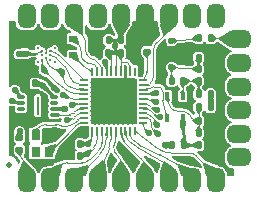
<source format=gbr>
%TF.GenerationSoftware,KiCad,Pcbnew,8.0.0-rc2-74-g5f063dd458*%
%TF.CreationDate,2024-01-29T02:33:14+02:00*%
%TF.ProjectId,SamoMCU,53616d6f-4d43-4552-9e6b-696361645f70,rev?*%
%TF.SameCoordinates,Original*%
%TF.FileFunction,Copper,L1,Top*%
%TF.FilePolarity,Positive*%
%FSLAX46Y46*%
G04 Gerber Fmt 4.6, Leading zero omitted, Abs format (unit mm)*
G04 Created by KiCad (PCBNEW 8.0.0-rc2-74-g5f063dd458) date 2024-01-29 02:33:14*
%MOMM*%
%LPD*%
G01*
G04 APERTURE LIST*
G04 Aperture macros list*
%AMRoundRect*
0 Rectangle with rounded corners*
0 $1 Rounding radius*
0 $2 $3 $4 $5 $6 $7 $8 $9 X,Y pos of 4 corners*
0 Add a 4 corners polygon primitive as box body*
4,1,4,$2,$3,$4,$5,$6,$7,$8,$9,$2,$3,0*
0 Add four circle primitives for the rounded corners*
1,1,$1+$1,$2,$3*
1,1,$1+$1,$4,$5*
1,1,$1+$1,$6,$7*
1,1,$1+$1,$8,$9*
0 Add four rect primitives between the rounded corners*
20,1,$1+$1,$2,$3,$4,$5,0*
20,1,$1+$1,$4,$5,$6,$7,0*
20,1,$1+$1,$6,$7,$8,$9,0*
20,1,$1+$1,$8,$9,$2,$3,0*%
%AMOutline5P*
0 Free polygon, 5 corners , with rotation*
0 The origin of the aperture is its center*
0 number of corners: always 5*
0 $1 to $10 corner X, Y*
0 $11 Rotation angle, in degrees counterclockwise*
0 create outline with 5 corners*
4,1,5,$1,$2,$3,$4,$5,$6,$7,$8,$9,$10,$1,$2,$11*%
%AMOutline6P*
0 Free polygon, 6 corners , with rotation*
0 The origin of the aperture is its center*
0 number of corners: always 6*
0 $1 to $12 corner X, Y*
0 $13 Rotation angle, in degrees counterclockwise*
0 create outline with 6 corners*
4,1,6,$1,$2,$3,$4,$5,$6,$7,$8,$9,$10,$11,$12,$1,$2,$13*%
%AMOutline7P*
0 Free polygon, 7 corners , with rotation*
0 The origin of the aperture is its center*
0 number of corners: always 7*
0 $1 to $14 corner X, Y*
0 $15 Rotation angle, in degrees counterclockwise*
0 create outline with 7 corners*
4,1,7,$1,$2,$3,$4,$5,$6,$7,$8,$9,$10,$11,$12,$13,$14,$1,$2,$15*%
%AMOutline8P*
0 Free polygon, 8 corners , with rotation*
0 The origin of the aperture is its center*
0 number of corners: always 8*
0 $1 to $16 corner X, Y*
0 $17 Rotation angle, in degrees counterclockwise*
0 create outline with 8 corners*
4,1,8,$1,$2,$3,$4,$5,$6,$7,$8,$9,$10,$11,$12,$13,$14,$15,$16,$1,$2,$17*%
G04 Aperture macros list end*
%TA.AperFunction,SMDPad,CuDef*%
%ADD10RoundRect,0.140000X0.140000X0.170000X-0.140000X0.170000X-0.140000X-0.170000X0.140000X-0.170000X0*%
%TD*%
%TA.AperFunction,CastellatedPad*%
%ADD11RoundRect,0.500000X-0.500000X-0.250000X0.500000X-0.250000X0.500000X0.250000X-0.500000X0.250000X0*%
%TD*%
%TA.AperFunction,CastellatedPad*%
%ADD12RoundRect,0.500000X-0.250000X0.500000X-0.250000X-0.500000X0.250000X-0.500000X0.250000X0.500000X0*%
%TD*%
%TA.AperFunction,CastellatedPad*%
%ADD13RoundRect,0.500000X0.250000X-0.500000X0.250000X0.500000X-0.250000X0.500000X-0.250000X-0.500000X0*%
%TD*%
%TA.AperFunction,SMDPad,CuDef*%
%ADD14RoundRect,0.135000X-0.135000X-0.185000X0.135000X-0.185000X0.135000X0.185000X-0.135000X0.185000X0*%
%TD*%
%TA.AperFunction,SMDPad,CuDef*%
%ADD15RoundRect,0.135000X0.135000X0.185000X-0.135000X0.185000X-0.135000X-0.185000X0.135000X-0.185000X0*%
%TD*%
%TA.AperFunction,SMDPad,CuDef*%
%ADD16R,0.740000X0.200000*%
%TD*%
%TA.AperFunction,SMDPad,CuDef*%
%ADD17R,0.200000X0.740000*%
%TD*%
%TA.AperFunction,SMDPad,CuDef*%
%ADD18Outline5P,-0.481250X0.096250X-0.096250X0.481250X0.481250X0.481250X0.481250X-0.481250X-0.481250X-0.481250X0.000000*%
%TD*%
%TA.AperFunction,SMDPad,CuDef*%
%ADD19R,0.962500X0.962500*%
%TD*%
%TA.AperFunction,SMDPad,CuDef*%
%ADD20RoundRect,0.140000X-0.170000X0.140000X-0.170000X-0.140000X0.170000X-0.140000X0.170000X0.140000X0*%
%TD*%
%TA.AperFunction,SMDPad,CuDef*%
%ADD21R,0.400000X0.650000*%
%TD*%
%TA.AperFunction,SMDPad,CuDef*%
%ADD22RoundRect,0.140000X-0.140000X-0.170000X0.140000X-0.170000X0.140000X0.170000X-0.140000X0.170000X0*%
%TD*%
%TA.AperFunction,SMDPad,CuDef*%
%ADD23C,0.200000*%
%TD*%
%TA.AperFunction,SMDPad,CuDef*%
%ADD24RoundRect,0.147500X-0.147500X-0.172500X0.147500X-0.172500X0.147500X0.172500X-0.147500X0.172500X0*%
%TD*%
%TA.AperFunction,SMDPad,CuDef*%
%ADD25RoundRect,0.135000X0.185000X-0.135000X0.185000X0.135000X-0.185000X0.135000X-0.185000X-0.135000X0*%
%TD*%
%TA.AperFunction,SMDPad,CuDef*%
%ADD26C,0.500000*%
%TD*%
%TA.AperFunction,SMDPad,CuDef*%
%ADD27RoundRect,0.087500X-0.237500X-0.087500X0.237500X-0.087500X0.237500X0.087500X-0.237500X0.087500X0*%
%TD*%
%TA.AperFunction,SMDPad,CuDef*%
%ADD28R,0.200000X1.600000*%
%TD*%
%TA.AperFunction,SMDPad,CuDef*%
%ADD29R,0.700000X0.600000*%
%TD*%
%TA.AperFunction,SMDPad,CuDef*%
%ADD30RoundRect,0.125000X0.125000X-0.125000X0.125000X0.125000X-0.125000X0.125000X-0.125000X-0.125000X0*%
%TD*%
%TA.AperFunction,SMDPad,CuDef*%
%ADD31R,0.800000X0.900000*%
%TD*%
%TA.AperFunction,ViaPad*%
%ADD32C,0.550000*%
%TD*%
%TA.AperFunction,Conductor*%
%ADD33C,0.125000*%
%TD*%
%TA.AperFunction,Conductor*%
%ADD34C,0.250000*%
%TD*%
%TA.AperFunction,Conductor*%
%ADD35C,0.400000*%
%TD*%
G04 APERTURE END LIST*
D10*
%TO.P,C5,1*%
%TO.N,+3V3*%
X169230000Y-42600000D03*
%TO.P,C5,2*%
%TO.N,GND*%
X168270000Y-42600000D03*
%TD*%
D11*
%TO.P,SWDIO1,1,1*%
%TO.N,/SWDIO*%
X180250000Y-50550000D03*
%TD*%
D12*
%TO.P,AXAK1,1,1*%
%TO.N,/AXAK*%
X172300000Y-54500000D03*
%TD*%
D13*
%TO.P,KUYARAAK1,1,1*%
%TO.N,/KUYARAAK*%
X174300000Y-40600000D03*
%TD*%
D10*
%TO.P,C4,1*%
%TO.N,+3V3*%
X166830000Y-52390000D03*
%TO.P,C4,2*%
%TO.N,GND*%
X165870000Y-52390000D03*
%TD*%
D12*
%TO.P,BUSY1,1,1*%
%TO.N,/BUSY*%
X168300000Y-54500000D03*
%TD*%
D14*
%TO.P,R3,1*%
%TO.N,Net-(D1-K)*%
X176840000Y-44100000D03*
%TO.P,R3,2*%
%TO.N,GND*%
X177860000Y-44100000D03*
%TD*%
D15*
%TO.P,R6,1*%
%TO.N,Net-(U4-V+)*%
X177860000Y-48300000D03*
%TO.P,R6,2*%
%TO.N,Net-(U4--)*%
X176840000Y-48300000D03*
%TD*%
D16*
%TO.P,U3,1,PC00*%
%TO.N,/FLASH_CS*%
X167150000Y-46000000D03*
%TO.P,U3,2,PC01*%
%TO.N,/MISO*%
X167150000Y-46400000D03*
%TO.P,U3,3,PC02*%
%TO.N,/MOSI*%
X167150000Y-46800000D03*
%TO.P,U3,4,PC03*%
%TO.N,/SCK*%
X167150000Y-47200000D03*
%TO.P,U3,5,PC04*%
%TO.N,/RAM_CS*%
X167150000Y-47600000D03*
%TO.P,U3,6,PC05*%
%TO.N,/R_MISO*%
X167150000Y-48000000D03*
%TO.P,U3,7,PC06*%
%TO.N,/R_MOSI*%
X167150000Y-48400000D03*
%TO.P,U3,8,PC07*%
%TO.N,/R_SCK*%
X167150000Y-48800000D03*
%TO.P,U3,9,HFXTAL_I*%
%TO.N,Net-(U3-HFXTAL_I)*%
X167150000Y-49200000D03*
%TO.P,U3,10,HFXTAL_O*%
%TO.N,Net-(U3-HFXTAL_O)*%
X167150000Y-49600000D03*
D17*
%TO.P,U3,11,~{RESET}*%
%TO.N,/P_GOOD*%
X167850000Y-50300000D03*
%TO.P,U3,12,DVDD*%
%TO.N,+3V3*%
X168250000Y-50300000D03*
%TO.P,U3,13,PB06*%
%TO.N,/TX*%
X168650000Y-50300000D03*
%TO.P,U3,14,PB05*%
%TO.N,/RX*%
X169050000Y-50300000D03*
%TO.P,U3,15,PB04*%
%TO.N,/BUSY*%
X169450000Y-50300000D03*
%TO.P,U3,16,PB03*%
%TO.N,/PIITH*%
X169850000Y-50300000D03*
%TO.P,U3,17,PB02*%
%TO.N,/AXAK*%
X170250000Y-50300000D03*
%TO.P,U3,18,PB01*%
%TO.N,/INT*%
X170650000Y-50300000D03*
%TO.P,U3,19,PB00*%
%TO.N,/YIHTA*%
X171050000Y-50300000D03*
%TO.P,U3,20,PA00*%
%TO.N,/V_CHK*%
X171450000Y-50300000D03*
D16*
%TO.P,U3,21,PA01*%
%TO.N,/SWDCK*%
X172150000Y-49600000D03*
%TO.P,U3,22,PA02*%
%TO.N,/SWDIO*%
X172150000Y-49200000D03*
%TO.P,U3,23,PA03*%
%TO.N,/~{MCU_OK}*%
X172150000Y-48800000D03*
%TO.P,U3,24,PA04*%
%TO.N,/SCL*%
X172150000Y-48400000D03*
%TO.P,U3,25,PA05*%
%TO.N,/SDA*%
X172150000Y-48000000D03*
%TO.P,U3,26,PA06*%
%TO.N,/RES*%
X172150000Y-47600000D03*
%TO.P,U3,27,PA07*%
%TO.N,/RES_TC*%
X172150000Y-47200000D03*
%TO.P,U3,28,PA08*%
%TO.N,/DATA*%
X172150000Y-46800000D03*
%TO.P,U3,29,PA09*%
%TO.N,/KUYARAAK*%
X172150000Y-46400000D03*
%TO.P,U3,30,CAP*%
%TO.N,Net-(U3-CAP)*%
X172150000Y-46000000D03*
D17*
%TO.P,U3,31,VREGSW*%
%TO.N,unconnected-(U3-VREGSW-Pad31)*%
X171450000Y-45300000D03*
%TO.P,U3,32,VREGVDD*%
%TO.N,+3V3*%
X171050000Y-45300000D03*
%TO.P,U3,33,VREGVSS*%
%TO.N,GND*%
X170650000Y-45300000D03*
%TO.P,U3,34,DVDD*%
%TO.N,+3V3*%
X170250000Y-45300000D03*
%TO.P,U3,35,AVDD*%
X169850000Y-45300000D03*
%TO.P,U3,36,IOVDD*%
X169450000Y-45300000D03*
%TO.P,U3,37,PD03*%
%TO.N,/D{slash}C*%
X169050000Y-45300000D03*
%TO.P,U3,38,PD02*%
%TO.N,/CS*%
X168650000Y-45300000D03*
%TO.P,U3,39,PD01*%
%TO.N,Net-(U3-PD01)*%
X168250000Y-45300000D03*
%TO.P,U3,40,PD00*%
%TO.N,Net-(U3-PD00)*%
X167850000Y-45300000D03*
D18*
%TO.P,U3,41,VSS*%
%TO.N,GND*%
X168206250Y-46356250D03*
D19*
X168206250Y-47318750D03*
X168206250Y-48281250D03*
X168206250Y-49243750D03*
X169168750Y-46356250D03*
X169168750Y-47318750D03*
X169168750Y-48281250D03*
X169168750Y-49243750D03*
X170131250Y-46356250D03*
X170131250Y-47318750D03*
X170131250Y-48281250D03*
X170131250Y-49243750D03*
X171093750Y-46356250D03*
X171093750Y-47318750D03*
X171093750Y-48281250D03*
X171093750Y-49243750D03*
%TD*%
D12*
%TO.P,V_CHK1,1,1*%
%TO.N,/V_CHK*%
X178300000Y-54500000D03*
%TD*%
D10*
%TO.P,C1,1*%
%TO.N,+3V3*%
X163020000Y-46280000D03*
%TO.P,C1,2*%
%TO.N,GND*%
X162060000Y-46280000D03*
%TD*%
%TO.P,C3,1*%
%TO.N,GND*%
X171230000Y-43700000D03*
%TO.P,C3,2*%
%TO.N,+3V3*%
X170270000Y-43700000D03*
%TD*%
D20*
%TO.P,C8,1*%
%TO.N,GND*%
X172450000Y-42620000D03*
%TO.P,C8,2*%
%TO.N,Net-(U3-CAP)*%
X172450000Y-43580000D03*
%TD*%
D21*
%TO.P,U4,1,+*%
%TO.N,Net-(U4-+)*%
X175500000Y-47350000D03*
%TO.P,U4,2,V-*%
%TO.N,GND*%
X174850000Y-47350000D03*
%TO.P,U4,3,-*%
%TO.N,Net-(U4--)*%
X174200000Y-47350000D03*
%TO.P,U4,4*%
%TO.N,/DATA*%
X174200000Y-49250000D03*
%TO.P,U4,5,V+*%
%TO.N,Net-(U4-V+)*%
X175500000Y-49250000D03*
%TD*%
D13*
%TO.P,VCC1,1,1*%
%TO.N,+3V3*%
X170300000Y-40600000D03*
%TD*%
D11*
%TO.P,SWDCK1,1,1*%
%TO.N,/SWDCK*%
X180250000Y-52550000D03*
%TD*%
D14*
%TO.P,R5,1*%
%TO.N,Net-(U4-+)*%
X176840000Y-46100000D03*
%TO.P,R5,2*%
%TO.N,GND*%
X177860000Y-46100000D03*
%TD*%
D12*
%TO.P,RX1,1,1*%
%TO.N,/RX*%
X166300000Y-54500000D03*
%TD*%
D22*
%TO.P,C10,1*%
%TO.N,Net-(D1-K)*%
X176850000Y-45100000D03*
%TO.P,C10,2*%
%TO.N,GND*%
X177810000Y-45100000D03*
%TD*%
D23*
%TO.P,U2,A1*%
%TO.N,N/C*%
X163250000Y-43300000D03*
%TO.P,U2,A5*%
X164650000Y-43300000D03*
%TO.P,U2,B2,VCC*%
%TO.N,+3V3*%
X163600000Y-43500000D03*
%TO.P,U2,B4,~{CS}*%
%TO.N,/FLASH_CS*%
X164300000Y-43500000D03*
%TO.P,U2,C3,GND*%
%TO.N,GND*%
X163950000Y-43700000D03*
%TO.P,U2,D2,~{HOLD}/IO3*%
%TO.N,unconnected-(U2-~{HOLD}{slash}IO3-PadD2)*%
X163600000Y-43900000D03*
%TO.P,U2,D4,IO1/SO*%
%TO.N,/MISO*%
X164300000Y-43900000D03*
%TO.P,U2,E3,SI/IO0*%
%TO.N,/MOSI*%
X163950000Y-44100000D03*
%TO.P,U2,F2,SCK*%
%TO.N,/SCK*%
X163600000Y-44300000D03*
%TO.P,U2,F4,~{WP}/IO2*%
%TO.N,unconnected-(U2-~{WP}{slash}IO2-PadF4)*%
X164300000Y-44300000D03*
%TO.P,U2,G1*%
%TO.N,N/C*%
X163250000Y-44500000D03*
%TO.P,U2,G5*%
X164650000Y-44500000D03*
%TD*%
D11*
%TO.P,SDA1,1,1*%
%TO.N,/SDA*%
X180250000Y-44550000D03*
%TD*%
D13*
%TO.P,D/C1,1,1*%
%TO.N,/D{slash}C*%
X168300000Y-40600000D03*
%TD*%
%TO.P,RES2,1,1*%
%TO.N,/RES*%
X178300000Y-40600000D03*
%TD*%
%TO.P,SCK1,1,1*%
%TO.N,/SCK*%
X162300000Y-40600000D03*
%TD*%
D10*
%TO.P,C6,1*%
%TO.N,+3V3*%
X169210000Y-43700000D03*
%TO.P,C6,2*%
%TO.N,GND*%
X168250000Y-43700000D03*
%TD*%
D24*
%TO.P,FB1,1*%
%TO.N,+3V3*%
X174615000Y-51500000D03*
%TO.P,FB1,2*%
%TO.N,Net-(U4-V+)*%
X175585000Y-51500000D03*
%TD*%
D12*
%TO.P,INT1,1,1*%
%TO.N,/INT*%
X174300000Y-54500000D03*
%TD*%
D13*
%TO.P,MOSI1,1,1*%
%TO.N,/MOSI*%
X164300000Y-40600000D03*
%TD*%
D25*
%TO.P,R1,1*%
%TO.N,/P_GOOD*%
X161680000Y-51900000D03*
%TO.P,R1,2*%
%TO.N,+3V3*%
X161680000Y-50880000D03*
%TD*%
D26*
%TO.P,FID1,*%
%TO.N,*%
X160800000Y-53200000D03*
%TD*%
D15*
%TO.P,R2,1*%
%TO.N,/IN_DT*%
X177860000Y-42460000D03*
%TO.P,R2,2*%
%TO.N,Net-(D1-A)*%
X176840000Y-42460000D03*
%TD*%
D27*
%TO.P,U1,1,~{CE}*%
%TO.N,/RAM_CS*%
X161830000Y-47430000D03*
%TO.P,U1,2,SO/SIO*%
%TO.N,/R_MISO*%
X161830000Y-47930000D03*
%TO.P,U1,3,SIO2*%
%TO.N,unconnected-(U1-SIO2-Pad3)*%
X161830000Y-48430000D03*
%TO.P,U1,4,VSS*%
%TO.N,GND*%
X161830000Y-48930000D03*
%TO.P,U1,5,SI/SIO*%
%TO.N,/R_MOSI*%
X164630000Y-48930000D03*
%TO.P,U1,6,SCLK*%
%TO.N,/R_SCK*%
X164630000Y-48430000D03*
%TO.P,U1,7,SIO3*%
%TO.N,unconnected-(U1-SIO3-Pad7)*%
X164630000Y-47930000D03*
%TO.P,U1,8,VCC*%
%TO.N,+3V3*%
X164630000Y-47430000D03*
D28*
%TO.P,U1,9*%
%TO.N,N/C*%
X163230000Y-48180000D03*
%TD*%
D12*
%TO.P,TX1,1,1*%
%TO.N,/TX*%
X164300000Y-54500000D03*
%TD*%
D20*
%TO.P,C2,1*%
%TO.N,+3V3*%
X162100000Y-43770000D03*
%TO.P,C2,2*%
%TO.N,GND*%
X162100000Y-44730000D03*
%TD*%
D29*
%TO.P,Y1,1,1*%
%TO.N,Net-(U3-PD01)*%
X166250000Y-42500000D03*
%TO.P,Y1,2,2*%
%TO.N,Net-(U3-PD00)*%
X166250000Y-43900000D03*
%TD*%
D12*
%TO.P,PIITH1,1,1*%
%TO.N,/PIITH*%
X170300000Y-54500000D03*
%TD*%
%TO.P,RES1,1,1*%
%TO.N,/P_GOOD*%
X162300000Y-54500000D03*
%TD*%
%TO.P,YIHTA1,1,1*%
%TO.N,/YIHTA*%
X176300000Y-54500000D03*
%TD*%
D22*
%TO.P,C13,1*%
%TO.N,Net-(U4--)*%
X176870000Y-49500000D03*
%TO.P,C13,2*%
%TO.N,GND*%
X177830000Y-49500000D03*
%TD*%
D10*
%TO.P,C9,1*%
%TO.N,/P_GOOD*%
X166830000Y-51400000D03*
%TO.P,C9,2*%
%TO.N,GND*%
X165870000Y-51400000D03*
%TD*%
%TO.P,C12,1*%
%TO.N,GND*%
X177830000Y-51500000D03*
%TO.P,C12,2*%
%TO.N,Net-(U4-V+)*%
X176870000Y-51500000D03*
%TD*%
D13*
%TO.P,RES_TC1,1,1*%
%TO.N,/RES_TC*%
X176300000Y-40600000D03*
%TD*%
D10*
%TO.P,C11,1*%
%TO.N,Net-(U4-+)*%
X175530000Y-46100000D03*
%TO.P,C11,2*%
%TO.N,Net-(D1-K)*%
X174570000Y-46100000D03*
%TD*%
D30*
%TO.P,D1,1,K*%
%TO.N,Net-(D1-K)*%
X174550000Y-44900000D03*
%TO.P,D1,2,A*%
%TO.N,Net-(D1-A)*%
X174550000Y-42700000D03*
%TD*%
D13*
%TO.P,GND1,1,1*%
%TO.N,GND*%
X172300000Y-40600000D03*
%TD*%
D11*
%TO.P,MCU_OK1,1,1*%
%TO.N,/~{MCU_OK}*%
X180250000Y-48550000D03*
%TD*%
D13*
%TO.P,CS1,1,1*%
%TO.N,/CS*%
X166300000Y-40600000D03*
%TD*%
D15*
%TO.P,R4,1*%
%TO.N,Net-(U4-V+)*%
X177870000Y-47200000D03*
%TO.P,R4,2*%
%TO.N,Net-(U4-+)*%
X176850000Y-47200000D03*
%TD*%
D31*
%TO.P,Y2,1,1*%
%TO.N,Net-(U3-HFXTAL_O)*%
X164147500Y-52062500D03*
%TO.P,Y2,2,2*%
%TO.N,GND*%
X164147500Y-50662500D03*
%TO.P,Y2,3,3*%
%TO.N,Net-(U3-HFXTAL_I)*%
X163047500Y-50662500D03*
%TO.P,Y2,4*%
%TO.N,N/C*%
X163047500Y-52062500D03*
%TD*%
D11*
%TO.P,DATA1,1,1*%
%TO.N,/IN_DT*%
X180250000Y-42550000D03*
%TD*%
D14*
%TO.P,R7,1*%
%TO.N,Net-(U4--)*%
X176840000Y-50500000D03*
%TO.P,R7,2*%
%TO.N,GND*%
X177860000Y-50500000D03*
%TD*%
D11*
%TO.P,SCL1,1,1*%
%TO.N,/SCL*%
X180250000Y-46550000D03*
%TD*%
D22*
%TO.P,C7,1*%
%TO.N,+3V3*%
X170270000Y-42600000D03*
%TO.P,C7,2*%
%TO.N,GND*%
X171230000Y-42600000D03*
%TD*%
D32*
%TO.N,+3V3*%
X163700000Y-46500000D03*
X169780000Y-43150000D03*
X161690000Y-50350000D03*
X173980000Y-51520000D03*
X167390000Y-52290000D03*
X161622500Y-43800000D03*
%TO.N,GND*%
X162640000Y-49090000D03*
X173570000Y-44330000D03*
X171093750Y-47318750D03*
X161480000Y-46060000D03*
X163810000Y-49070000D03*
X165430000Y-43450000D03*
X170190000Y-51620000D03*
X162640000Y-48290000D03*
X171500000Y-41960000D03*
X165100000Y-50390000D03*
X168206250Y-49243750D03*
X175110000Y-48130000D03*
X165230000Y-42170000D03*
X163800000Y-48330000D03*
X164340000Y-53000000D03*
X163068164Y-42650892D03*
X161150000Y-43100000D03*
X167570000Y-42010000D03*
X176130000Y-52820000D03*
X178700000Y-47600000D03*
X173910000Y-43040000D03*
X173570000Y-45820000D03*
X161070000Y-48840000D03*
X176190000Y-47750000D03*
X170131250Y-46356250D03*
X171290000Y-53260000D03*
X171820000Y-43100000D03*
X170131250Y-49243750D03*
X161480618Y-49480000D03*
X167810000Y-43140000D03*
X169168750Y-46356250D03*
X176990000Y-43250000D03*
X162310000Y-49760000D03*
X161090000Y-45410000D03*
X178620000Y-45460000D03*
X175740000Y-43370000D03*
X171093750Y-48281250D03*
X170131250Y-47318750D03*
X170131250Y-48281250D03*
X168206251Y-46356252D03*
X165230000Y-52430000D03*
X161590000Y-42470000D03*
X171093750Y-49243750D03*
X174720000Y-43720000D03*
X178700000Y-48510000D03*
X173290000Y-53260000D03*
X171093750Y-46356250D03*
X172300000Y-41880000D03*
X173130000Y-41900000D03*
X177340000Y-52230000D03*
X169168750Y-48281250D03*
X178310000Y-52680000D03*
X163309852Y-41841073D03*
X169400000Y-53040000D03*
X168206250Y-48281250D03*
X169168750Y-47318750D03*
X169168750Y-49243750D03*
X161120000Y-41890000D03*
X178900000Y-51440000D03*
X178630000Y-43660000D03*
X168206250Y-47318750D03*
X166990000Y-50230000D03*
%TO.N,/P_GOOD*%
X167483324Y-51405824D03*
%TO.N,/D{slash}C*%
X168950000Y-44490000D03*
%TO.N,/~{MCU_OK}*%
X173290000Y-49800000D03*
%TO.N,/MOSI*%
X165290000Y-45290000D03*
%TO.N,/RES*%
X173236798Y-47838979D03*
%TO.N,/RES_TC*%
X173199996Y-47100000D03*
%TO.N,/SCK*%
X163750000Y-45150000D03*
%TO.N,/SCL*%
X173577229Y-49129852D03*
%TO.N,/SDA*%
X173310000Y-48510000D03*
%TO.N,/SWDCK*%
X172673816Y-50517891D03*
%TO.N,/SWDIO*%
X173380000Y-50570000D03*
%TO.N,/R_MISO*%
X161090000Y-47750000D03*
X166100000Y-48070000D03*
%TO.N,/RAM_CS*%
X161300000Y-46840000D03*
X165380000Y-47260000D03*
%TO.N,/R_SCK*%
X165500000Y-48430000D03*
X165690000Y-49400000D03*
%TO.N,Net-(U4-V+)*%
X177860000Y-47770000D03*
X175500000Y-49677500D03*
%TD*%
D33*
%TO.N,/AXAK*%
X170250000Y-50495786D02*
X170250000Y-50300000D01*
X172300000Y-54025000D02*
X172300000Y-53374214D01*
X172007107Y-52667107D02*
X170542893Y-51202893D01*
X170542893Y-51202893D02*
G75*
G02*
X170250010Y-50495786I707107J707093D01*
G01*
X172007107Y-52667107D02*
G75*
G02*
X172299990Y-53374214I-707107J-707093D01*
G01*
%TO.N,/BUSY*%
X169046190Y-52311707D02*
X168300000Y-54025000D01*
X169245047Y-51759556D02*
X169071586Y-52247415D01*
X169450000Y-50300000D02*
X169406055Y-50978012D01*
X169046190Y-52311707D02*
G75*
G03*
X169071585Y-52247415I-918090J399807D01*
G01*
X169406055Y-50978012D02*
G75*
G02*
X169245039Y-51759553I-2884955J187012D01*
G01*
%TO.N,+3V3*%
X166830000Y-52390000D02*
X167290000Y-52390000D01*
D34*
X162100000Y-43770000D02*
X162990000Y-43770000D01*
D33*
X168250000Y-50300000D02*
X168250000Y-51015786D01*
D35*
X174615000Y-51500000D02*
X174000000Y-51500000D01*
D33*
X163126306Y-43760000D02*
X163000000Y-43760000D01*
D34*
X169210000Y-43700000D02*
X169770000Y-43700000D01*
D35*
X163020000Y-46280000D02*
X163272893Y-46280000D01*
D34*
X170270000Y-42600000D02*
X170270000Y-41165000D01*
X169770000Y-43700000D02*
X170270000Y-43700000D01*
D33*
X161680000Y-50360000D02*
X161690000Y-50350000D01*
X167290000Y-52390000D02*
X167390000Y-52290000D01*
D35*
X161652500Y-43770000D02*
X161622500Y-43800000D01*
D33*
X167957107Y-51722893D02*
X167390000Y-52290000D01*
D34*
X169780000Y-43690000D02*
X169770000Y-43700000D01*
D33*
X171050000Y-45300000D02*
X171050000Y-44917107D01*
D34*
X164630000Y-47430000D02*
X163700000Y-46500000D01*
D33*
X170250000Y-44460000D02*
X170250000Y-43720000D01*
D34*
X169780000Y-42600000D02*
X169780000Y-43150000D01*
X169780000Y-42600000D02*
X169230000Y-42600000D01*
D33*
X169850000Y-43760000D02*
X169780000Y-43690000D01*
D35*
X163626447Y-46426447D02*
X163700000Y-46500000D01*
D33*
X163593413Y-43500000D02*
X163479859Y-43613554D01*
X169850000Y-45300000D02*
X169850000Y-43760000D01*
X163000000Y-43760000D02*
X162990000Y-43770000D01*
D35*
X174000000Y-51500000D02*
X173980000Y-51520000D01*
D33*
X170250000Y-45300000D02*
X170250000Y-44460000D01*
X170903553Y-44563553D02*
X170887868Y-44547868D01*
D34*
X170270000Y-42600000D02*
X169780000Y-42600000D01*
D35*
X162100000Y-43770000D02*
X161652500Y-43770000D01*
D33*
X161680000Y-50880000D02*
X161680000Y-50360000D01*
X169450000Y-45300000D02*
X169450000Y-44147107D01*
X170675736Y-44460000D02*
X170250000Y-44460000D01*
X169303553Y-43793553D02*
X169210000Y-43700000D01*
D34*
X169780000Y-42600000D02*
X169780000Y-43690000D01*
D33*
X169450000Y-44147107D02*
G75*
G03*
X169303556Y-43793550I-500000J7D01*
G01*
D35*
X163272893Y-46280000D02*
G75*
G02*
X163626450Y-46426444I7J-500000D01*
G01*
D33*
X171050000Y-44917107D02*
G75*
G03*
X170903556Y-44563550I-500000J7D01*
G01*
X170675736Y-44460000D02*
G75*
G02*
X170887850Y-44547886I-36J-300000D01*
G01*
X167957107Y-51722893D02*
G75*
G03*
X168249990Y-51015786I-707107J707093D01*
G01*
X163126306Y-43760000D02*
G75*
G03*
X163479856Y-43613551I-6J500000D01*
G01*
%TO.N,GND*%
X177860000Y-44100000D02*
X177860000Y-46100000D01*
X163309852Y-41841073D02*
X163418737Y-41841073D01*
X163418737Y-41841073D02*
X163848777Y-42271113D01*
X161480618Y-49279382D02*
X161480618Y-49480000D01*
X163950000Y-42577107D02*
X163950000Y-43700000D01*
X161830000Y-48930000D02*
X161480618Y-49279382D01*
X170942893Y-46205393D02*
X171093750Y-46356250D01*
X170650000Y-45300000D02*
X170650000Y-45498286D01*
X163848777Y-42271113D02*
G75*
G02*
X163949998Y-42577107I-424877J-310287D01*
G01*
X170650000Y-45498286D02*
G75*
G03*
X170942886Y-46205400I1000000J-14D01*
G01*
%TO.N,Net-(U3-CAP)*%
X172450000Y-45275736D02*
X172450000Y-43580000D01*
X172149999Y-45999999D02*
G75*
G03*
X172450014Y-45275736I-724299J724299D01*
G01*
%TO.N,/P_GOOD*%
X167477500Y-51400000D02*
X167483324Y-51405824D01*
X167557107Y-51332041D02*
X167483324Y-51405824D01*
X166830000Y-51400000D02*
X167477500Y-51400000D01*
X167850000Y-50300000D02*
X167850000Y-50624934D01*
X161680000Y-51900000D02*
X161680000Y-52055786D01*
X162300000Y-53504214D02*
X162300000Y-54025000D01*
X161972893Y-52762893D02*
X162007107Y-52797107D01*
X161972893Y-52762893D02*
G75*
G02*
X161680010Y-52055786I707107J707093D01*
G01*
X162300000Y-53504214D02*
G75*
G03*
X162007114Y-52797100I-1000000J14D01*
G01*
X167850000Y-50624934D02*
G75*
G02*
X167557090Y-51332024I-1000000J34D01*
G01*
%TO.N,/CS*%
X166300000Y-40600000D02*
X166967107Y-42067107D01*
X168650000Y-45300000D02*
X168650000Y-45051181D01*
X167901662Y-44220000D02*
X167834264Y-44220000D01*
X167622132Y-44132132D02*
X167550645Y-44060645D01*
X167257752Y-43353538D02*
X167257752Y-42675944D01*
X168503553Y-44697627D02*
X168113794Y-44307868D01*
X167257751Y-42675944D02*
G75*
G03*
X166967119Y-42067095I-1016551J-111456D01*
G01*
X168650000Y-45051181D02*
G75*
G03*
X168503543Y-44697637I-500000J-19D01*
G01*
X167622132Y-44132132D02*
G75*
G03*
X167834264Y-44220025I212168J212132D01*
G01*
X167901662Y-44220000D02*
G75*
G02*
X168113813Y-44307849I38J-300000D01*
G01*
X167550645Y-44060645D02*
G75*
G02*
X167257710Y-43353538I707055J707145D01*
G01*
%TO.N,/D{slash}C*%
X169050000Y-45300000D02*
X169050000Y-44590000D01*
X169050000Y-44590000D02*
X168950000Y-44490000D01*
%TO.N,/DATA*%
X173471805Y-46572500D02*
X173044732Y-46572500D01*
X172150000Y-46800000D02*
X172437893Y-46800000D01*
X173812500Y-47713745D02*
X173812500Y-46969830D01*
X173854743Y-48020439D02*
X174200000Y-49250000D01*
X173687108Y-46667108D02*
X173677844Y-46657844D01*
X172437893Y-46800000D02*
G75*
G03*
X172791450Y-46653556I7J500000D01*
G01*
X173854744Y-48020439D02*
G75*
G02*
X173812490Y-47713745I1092256J306739D01*
G01*
X173812500Y-46969830D02*
G75*
G03*
X173687120Y-46667096I-428100J30D01*
G01*
X173677844Y-46657844D02*
G75*
G03*
X173471805Y-46572502I-206044J-206056D01*
G01*
X173044732Y-46572500D02*
G75*
G03*
X172739088Y-46699088I-32J-432200D01*
G01*
%TO.N,/INT*%
X172938983Y-52438960D02*
X172951405Y-52445273D01*
X170851363Y-51047738D02*
X171035703Y-51227352D01*
X172954126Y-52446650D02*
X173851032Y-52898968D01*
X173851032Y-52898968D02*
X174129755Y-53039531D01*
X174180000Y-53320000D02*
X174300000Y-54500000D01*
X170650000Y-50300000D02*
X170650000Y-50475803D01*
X174863526Y-53701169D02*
X174880000Y-53740000D01*
X173851032Y-52898968D02*
X174180000Y-53320000D01*
X173835926Y-53680127D02*
X174300000Y-54025000D01*
X171174426Y-51340194D02*
X171879459Y-51815682D01*
X174286292Y-53127502D02*
X174471504Y-53242823D01*
X170690680Y-50713576D02*
X170650000Y-50300000D01*
X174471504Y-53242823D02*
G75*
G02*
X174863502Y-53701179I-528604J-848877D01*
G01*
X174155043Y-53675043D02*
G75*
G02*
X174300004Y-54025000I-349943J-349957D01*
G01*
X172954126Y-52446649D02*
G75*
G02*
X172951405Y-52445272I779874J1544449D01*
G01*
X174129755Y-53039531D02*
G75*
G02*
X174286289Y-53127506I-900755J-1785969D01*
G01*
X171035703Y-51227352D02*
G75*
G03*
X171174425Y-51340195I697897J716252D01*
G01*
X170690680Y-50713576D02*
G75*
G03*
X170851353Y-51047748I537820J52876D01*
G01*
X171879459Y-51815681D02*
G75*
G03*
X172938982Y-52438962I5581741J8276281D01*
G01*
%TO.N,/KUYARAAK*%
X172645595Y-46400000D02*
X172732107Y-46313488D01*
X173317893Y-42782107D02*
X173788476Y-42311524D01*
X174300000Y-40600000D02*
X174250000Y-41690000D01*
X173025000Y-45606381D02*
X173025000Y-43489214D01*
X172150000Y-46400000D02*
X172645595Y-46400000D01*
X174250000Y-41690000D02*
X173788476Y-42311524D01*
X173025000Y-43489214D02*
G75*
G02*
X173317886Y-42782100I1000000J14D01*
G01*
X173025000Y-45606381D02*
G75*
G02*
X172732116Y-46313497I-1000000J-19D01*
G01*
%TO.N,/~{MCU_OK}*%
X172862893Y-49092893D02*
X173143554Y-49373554D01*
X173290000Y-49727107D02*
X173290000Y-49800000D01*
X172150000Y-48800000D02*
X172155787Y-48800000D01*
X173290000Y-49727107D02*
G75*
G03*
X173143557Y-49373551I-500000J7D01*
G01*
X172155787Y-48800000D02*
G75*
G02*
X172862900Y-49092886I13J-1000000D01*
G01*
%TO.N,/MOSI*%
X164467097Y-44960839D02*
X165290000Y-45290000D01*
X165836008Y-46521720D02*
X165830311Y-46518058D01*
X165385499Y-45846142D02*
X165290000Y-45290000D01*
X167150000Y-46800000D02*
X166236571Y-46670665D01*
X163950000Y-44105786D02*
X163950000Y-44100000D01*
X165836008Y-46521720D02*
G75*
G03*
X166236568Y-46670687I540792J841120D01*
G01*
X164242893Y-44812893D02*
G75*
G02*
X163950010Y-44105786I707107J707093D01*
G01*
X164242893Y-44812893D02*
G75*
G03*
X164467097Y-44960838I471907J471293D01*
G01*
X165830311Y-46518057D02*
G75*
G02*
X165385482Y-45846145I540689J841157D01*
G01*
%TO.N,/PIITH*%
X169793535Y-52144692D02*
X169705469Y-51981912D01*
X169965961Y-52375961D02*
X170007107Y-52417107D01*
X170300000Y-53124214D02*
X170300000Y-54025000D01*
X169850000Y-50300000D02*
X169850000Y-50708663D01*
X169656269Y-51497590D02*
X169807254Y-50997911D01*
X169705469Y-51981912D02*
G75*
G02*
X169656272Y-51497591I556731J301212D01*
G01*
X169850000Y-50708663D02*
G75*
G02*
X169807264Y-50997914I-1000000J-37D01*
G01*
X169965961Y-52375961D02*
G75*
G02*
X169793549Y-52144684I707139J707061D01*
G01*
X170007107Y-52417107D02*
G75*
G02*
X170299990Y-53124214I-707107J-707093D01*
G01*
%TO.N,/RES*%
X172150000Y-47600000D02*
X172455585Y-47600000D01*
X173032531Y-47838979D02*
X173236798Y-47838979D01*
X172455585Y-47600000D02*
G75*
G02*
X172791051Y-47738949I15J-474400D01*
G01*
X172791047Y-47738953D02*
G75*
G03*
X173032531Y-47838966I241453J241453D01*
G01*
%TO.N,/RES_TC*%
X172150000Y-47200000D02*
X173099996Y-47200000D01*
X173099996Y-47200000D02*
X173199996Y-47100000D01*
%TO.N,/RX*%
X168434679Y-52345321D02*
X166755000Y-54025000D01*
X169050000Y-50300000D02*
X169050000Y-50859805D01*
X169050000Y-50859805D02*
G75*
G02*
X168434669Y-52345311I-2100800J5D01*
G01*
%TO.N,/SCK*%
X163600000Y-44300000D02*
X163600000Y-45000000D01*
X163750000Y-45150000D02*
X163852438Y-45263109D01*
X163600000Y-45000000D02*
X163750000Y-45150000D01*
X166210585Y-47088544D02*
X167150000Y-47200000D01*
X165769156Y-46924510D02*
G75*
G02*
X163852441Y-45263107I5890644J8732210D01*
G01*
X165769156Y-46924509D02*
G75*
G03*
X166210585Y-47088541I559244J829009D01*
G01*
%TO.N,/SCL*%
X172338819Y-48400000D02*
X172150000Y-48400000D01*
X173129331Y-48983405D02*
X172692372Y-48546446D01*
X173577229Y-49129852D02*
X173482885Y-49129852D01*
X172338819Y-48400000D02*
G75*
G02*
X172692362Y-48546456I-19J-500000D01*
G01*
X173482885Y-49129852D02*
G75*
G02*
X173129349Y-48983387I15J499952D01*
G01*
%TO.N,/SDA*%
X173310000Y-48510000D02*
X173285629Y-48510000D01*
X172932075Y-48363553D02*
X172861415Y-48292893D01*
X172154308Y-48000000D02*
X172150000Y-48000000D01*
X172932075Y-48363553D02*
G75*
G03*
X173285629Y-48509979I353525J353553D01*
G01*
X172861414Y-48292894D02*
G75*
G03*
X172154308Y-47999995I-707114J-707106D01*
G01*
%TO.N,/SWDCK*%
X172296447Y-50140522D02*
X172673816Y-50517891D01*
X172150000Y-49600000D02*
X172150000Y-49786968D01*
X172150000Y-49786968D02*
G75*
G03*
X172296431Y-50140538I500000J-32D01*
G01*
%TO.N,/SWDIO*%
X172930757Y-50120757D02*
X173380000Y-50570000D01*
X172150000Y-49200000D02*
X172387893Y-49200000D01*
X172827500Y-49554197D02*
X172827500Y-49871473D01*
X172741446Y-49346448D02*
G75*
G02*
X172827502Y-49554197I-207746J-207752D01*
G01*
X172930758Y-50120756D02*
G75*
G02*
X172827508Y-49871473I249242J249256D01*
G01*
X172387893Y-49200000D02*
G75*
G02*
X172741450Y-49346444I7J-500000D01*
G01*
%TO.N,/TX*%
X168650000Y-50300000D02*
X168650000Y-51295786D01*
X166945786Y-53000000D02*
X165739214Y-53000000D01*
X168357107Y-52002893D02*
X167652893Y-52707107D01*
X165032107Y-53292893D02*
X164300000Y-54025000D01*
X168650000Y-51295786D02*
G75*
G02*
X168357114Y-52002900I-1000000J-14D01*
G01*
X165739214Y-53000000D02*
G75*
G03*
X165032100Y-53292886I-14J-1000000D01*
G01*
X166945786Y-53000000D02*
G75*
G03*
X167652900Y-52707114I14J1000000D01*
G01*
%TO.N,/R_MISO*%
X161477107Y-47930000D02*
X161830000Y-47930000D01*
X166170000Y-48000000D02*
X166100000Y-48070000D01*
X167150000Y-48000000D02*
X166170000Y-48000000D01*
X161090000Y-47750000D02*
X161123554Y-47783554D01*
X161477107Y-47930000D02*
G75*
G02*
X161123551Y-47783557I-7J500000D01*
G01*
%TO.N,/R_MOSI*%
X166362107Y-48692893D02*
X166271446Y-48783554D01*
X165917893Y-48930000D02*
X164630000Y-48930000D01*
X167150000Y-48400000D02*
X167069214Y-48400000D01*
X167069214Y-48400000D02*
G75*
G03*
X166362100Y-48692886I-14J-1000000D01*
G01*
X166271446Y-48783554D02*
G75*
G02*
X165917893Y-48929995I-353546J353554D01*
G01*
%TO.N,/RAM_CS*%
X161300000Y-46840000D02*
X161300000Y-46900000D01*
X165475456Y-47260000D02*
X165590583Y-47375127D01*
X166226714Y-47600000D02*
X167150000Y-47600000D01*
X161300000Y-46900000D02*
X161830000Y-47430000D01*
X165380000Y-47260000D02*
X165475456Y-47260000D01*
X165590584Y-47375126D02*
G75*
G03*
X166226714Y-47599967I640216J799026D01*
G01*
%TO.N,/R_SCK*%
X164630000Y-48430000D02*
X165500000Y-48430000D01*
X166362107Y-49092893D02*
X166201446Y-49253554D01*
X165847893Y-49400000D02*
X165690000Y-49400000D01*
X167150000Y-48800000D02*
X167069214Y-48800000D01*
X167069214Y-48800000D02*
G75*
G03*
X166362100Y-49092886I-14J-1000000D01*
G01*
X166201446Y-49253554D02*
G75*
G02*
X165847893Y-49399995I-353546J353554D01*
G01*
%TO.N,/FLASH_CS*%
X165131616Y-43981616D02*
X167150000Y-46000000D01*
X164300000Y-43500000D02*
X164649071Y-43652473D01*
X164649071Y-43652474D02*
G75*
G02*
X165131629Y-43981603I-629471J-1441226D01*
G01*
%TO.N,/MISO*%
X164812218Y-44112218D02*
X165574838Y-44874838D01*
X166899222Y-46400000D02*
X167150000Y-46400000D01*
X166275647Y-46181765D02*
X166276698Y-46182601D01*
X165953863Y-45751304D02*
X166011946Y-45862419D01*
X166275647Y-46181765D02*
G75*
G02*
X166011963Y-45862410I622553J782565D01*
G01*
X165859221Y-45451750D02*
G75*
G03*
X165953868Y-45751302I891179J116850D01*
G01*
X165859220Y-45451750D02*
G75*
G03*
X165574862Y-44874814I-991520J-130150D01*
G01*
X166899222Y-46400000D02*
G75*
G02*
X166276690Y-46182612I-22J1000000D01*
G01*
X164300000Y-43900000D02*
G75*
G02*
X164812238Y-44112198I-100J-724600D01*
G01*
%TO.N,/YIHTA*%
X171834973Y-51457554D02*
X173575249Y-52322191D01*
X171050000Y-50300000D02*
X171056197Y-50628433D01*
X171202555Y-50972555D02*
X171310655Y-51080655D01*
X176298511Y-54023854D02*
X176300000Y-54025000D01*
X171050000Y-50465786D02*
X171050000Y-50300000D01*
X171056198Y-50628433D02*
G75*
G03*
X171202558Y-50972552I499902J9433D01*
G01*
X176298511Y-54023854D02*
G75*
G03*
X173575253Y-52322183I-10070811J-13086846D01*
G01*
X171310656Y-51080654D02*
G75*
G03*
X171834965Y-51457571I1414244J1414154D01*
G01*
%TO.N,Net-(U3-HFXTAL_I)*%
X166953681Y-49200000D02*
X167150000Y-49200000D01*
X163047500Y-50662500D02*
X163047500Y-50459607D01*
X165351340Y-49886051D02*
X165013497Y-49795701D01*
X163193946Y-50106054D02*
X163234607Y-50065393D01*
X165609692Y-49920000D02*
X165612360Y-49920000D01*
X164741824Y-49761841D02*
X163941714Y-49772500D01*
X166319467Y-49627107D02*
X166600127Y-49346447D01*
X163047500Y-50459607D02*
G75*
G02*
X163193943Y-50106051I500000J7D01*
G01*
X164741824Y-49761841D02*
G75*
G02*
X165013494Y-49795712I13276J-999959D01*
G01*
X165612360Y-49920000D02*
G75*
G03*
X166319487Y-49627127I40J1000000D01*
G01*
X166600127Y-49346447D02*
G75*
G02*
X166953681Y-49199987I353573J-353553D01*
G01*
X165609692Y-49920000D02*
G75*
G02*
X165351340Y-49886052I8J1000100D01*
G01*
X163234607Y-50065393D02*
G75*
G02*
X163941714Y-49772510I707093J-707107D01*
G01*
%TO.N,Net-(U3-PD00)*%
X166250000Y-43900000D02*
X166690217Y-44406486D01*
X166690217Y-44406486D02*
G75*
G03*
X167849995Y-45300010I2796983J2430986D01*
G01*
%TO.N,Net-(U3-PD01)*%
X168250000Y-45300000D02*
X168250000Y-45062107D01*
X166587107Y-42837107D02*
X166250000Y-42500000D01*
X166880000Y-43872893D02*
X166880000Y-43544214D01*
X168110000Y-44740000D02*
X168091214Y-44721214D01*
X168250000Y-45300000D02*
X168250000Y-45077989D01*
X167919289Y-44650000D02*
X167864214Y-44650000D01*
X167157169Y-44357169D02*
X167026446Y-44226446D01*
X166587107Y-42837107D02*
G75*
G02*
X166879990Y-43544214I-707107J-707093D01*
G01*
X167026446Y-44226446D02*
G75*
G02*
X166880005Y-43872893I353554J353546D01*
G01*
X168091214Y-44721214D02*
G75*
G03*
X167919289Y-44649997I-171914J-171886D01*
G01*
X167157169Y-44357169D02*
G75*
G03*
X167864214Y-44649978I706931J706969D01*
G01*
X168250000Y-45077989D02*
G75*
G03*
X168109997Y-44740003I-478000J-11D01*
G01*
%TO.N,/V_CHK*%
X171450000Y-50300000D02*
X173339524Y-51761854D01*
X176747893Y-52472893D02*
X178300000Y-54025000D01*
X174563345Y-52180000D02*
X176040786Y-52180000D01*
X174563345Y-52180000D02*
G75*
G02*
X173339507Y-51761876I-45J2000000D01*
G01*
X176747893Y-52472893D02*
G75*
G03*
X176040786Y-52180010I-707093J-707107D01*
G01*
%TO.N,Net-(U3-HFXTAL_O)*%
X167124214Y-49600000D02*
X167150000Y-49600000D01*
X164247500Y-52062500D02*
X166417107Y-49892893D01*
X166417107Y-49892893D02*
G75*
G02*
X167124214Y-49600010I707093J-707107D01*
G01*
%TO.N,Net-(D1-K)*%
X174550000Y-44900000D02*
X176850000Y-45100000D01*
X176840000Y-44100000D02*
X176840000Y-45090000D01*
X174550000Y-44900000D02*
X174550000Y-46080000D01*
%TO.N,Net-(U4-+)*%
X175500000Y-47350000D02*
X175500000Y-46130000D01*
X176840000Y-46100000D02*
X176840000Y-47190000D01*
X176840000Y-46100000D02*
X175530000Y-46100000D01*
D34*
%TO.N,Net-(U4-V+)*%
X175585000Y-51500000D02*
X176870000Y-51500000D01*
X175500000Y-49677500D02*
X175500000Y-49250000D01*
X175500000Y-49677500D02*
X175585000Y-51500000D01*
X177860000Y-48300000D02*
X177860000Y-47770000D01*
X177860000Y-47770000D02*
X177860000Y-47210000D01*
D33*
%TO.N,Net-(U4--)*%
X175552798Y-48654929D02*
X175775729Y-48709759D01*
X176840000Y-48300000D02*
X176840000Y-50500000D01*
X174689134Y-48497124D02*
X174508042Y-48326304D01*
X174200000Y-47509168D02*
X174200000Y-47350000D01*
X176870000Y-49500000D02*
X176757126Y-49500000D01*
X175441987Y-48640533D02*
X175023618Y-48633332D01*
X174392074Y-48160746D02*
X174281886Y-47905485D01*
X176086915Y-48941162D02*
X176232990Y-49188678D01*
X176544483Y-49420156D02*
X176870000Y-49500000D01*
X175023618Y-48633331D02*
G75*
G02*
X174689123Y-48497135I8582J499931D01*
G01*
X175775729Y-48709759D02*
G75*
G02*
X176086913Y-48941163I-119429J-485541D01*
G01*
X175552798Y-48654929D02*
G75*
G03*
X175441987Y-48640539I-119398J-485571D01*
G01*
X174200000Y-47509168D02*
G75*
G03*
X174281875Y-47905490I1000000J-32D01*
G01*
X174392074Y-48160746D02*
G75*
G03*
X174508028Y-48326319I459126J198146D01*
G01*
X176232991Y-49188678D02*
G75*
G03*
X176544477Y-49420182I430609J254078D01*
G01*
%TO.N,Net-(D1-A)*%
X176840000Y-42460000D02*
X174550000Y-42700000D01*
%TO.N,/IN_DT*%
X177860000Y-42460000D02*
X180250000Y-42550000D01*
%TD*%
%TA.AperFunction,Conductor*%
%TO.N,GND*%
G36*
X171198988Y-46102183D02*
G01*
X171094132Y-46357173D01*
X170839683Y-46461488D01*
X170692510Y-45957677D01*
X170807995Y-45909843D01*
X171198988Y-46102183D01*
G37*
%TD.AperFunction*%
%TD*%
%TA.AperFunction,Conductor*%
%TO.N,/MOSI*%
G36*
X167145371Y-46699293D02*
G01*
X167153420Y-46703213D01*
X167156341Y-46711677D01*
X167151573Y-46790496D01*
X167147652Y-46798548D01*
X167141410Y-46801391D01*
X166783513Y-46848148D01*
X166776823Y-46847041D01*
X166679823Y-46799219D01*
X166673918Y-46792487D01*
X166673413Y-46787088D01*
X166688236Y-46682399D01*
X166692788Y-46674689D01*
X166700525Y-46672361D01*
X167145371Y-46699293D01*
G37*
%TD.AperFunction*%
%TD*%
%TA.AperFunction,Conductor*%
%TO.N,+3V3*%
G36*
X170395307Y-42013427D02*
G01*
X170397920Y-42017412D01*
X170536245Y-42368561D01*
X170536089Y-42377514D01*
X170532852Y-42381835D01*
X170277493Y-42594752D01*
X170268944Y-42597418D01*
X170262507Y-42594752D01*
X170007147Y-42381835D01*
X170002988Y-42373905D01*
X170003754Y-42368561D01*
X170142080Y-42017412D01*
X170148301Y-42010970D01*
X170152966Y-42010000D01*
X170387034Y-42010000D01*
X170395307Y-42013427D01*
G37*
%TD.AperFunction*%
%TD*%
%TA.AperFunction,Conductor*%
%TO.N,+3V3*%
G36*
X170726554Y-41013812D02*
G01*
X171005382Y-41284965D01*
X171008924Y-41293190D01*
X171007334Y-41299244D01*
X170398385Y-42344191D01*
X170391258Y-42349613D01*
X170388276Y-42350000D01*
X170152065Y-42350000D01*
X170143792Y-42346573D01*
X170141710Y-42343747D01*
X169592131Y-41299080D01*
X169591312Y-41290163D01*
X169594328Y-41285246D01*
X169873446Y-41013811D01*
X169881603Y-41010500D01*
X170718397Y-41010500D01*
X170726554Y-41013812D01*
G37*
%TD.AperFunction*%
%TD*%
%TA.AperFunction,Conductor*%
%TO.N,/DATA*%
G36*
X174116998Y-48718505D02*
G01*
X174119698Y-48720593D01*
X174311451Y-48919780D01*
X174314720Y-48928116D01*
X174314043Y-48931823D01*
X174202668Y-49244233D01*
X174196662Y-49250875D01*
X174193187Y-49251902D01*
X174013101Y-49275806D01*
X174004448Y-49273498D01*
X173999963Y-49265748D01*
X173999862Y-49264330D01*
X173996274Y-48919780D01*
X173994593Y-48758305D01*
X173997933Y-48749997D01*
X174003125Y-48746921D01*
X174108106Y-48717443D01*
X174116998Y-48718505D01*
G37*
%TD.AperFunction*%
%TD*%
%TA.AperFunction,Conductor*%
%TO.N,/SCK*%
G36*
X167144097Y-47099551D02*
G01*
X167152234Y-47103289D01*
X167155345Y-47111686D01*
X167155339Y-47111818D01*
X167151462Y-47190569D01*
X167147632Y-47198664D01*
X167141543Y-47201560D01*
X166783534Y-47256262D01*
X166776767Y-47255274D01*
X166680943Y-47209981D01*
X166674928Y-47203347D01*
X166674324Y-47198027D01*
X166686789Y-47092976D01*
X166691166Y-47085167D01*
X166698849Y-47082665D01*
X167144097Y-47099551D01*
G37*
%TD.AperFunction*%
%TD*%
%TA.AperFunction,Conductor*%
%TO.N,/YIHTA*%
G36*
X175146529Y-53138075D02*
G01*
X176394228Y-53497293D01*
X176401230Y-53502875D01*
X176402630Y-53509732D01*
X176344151Y-54078996D01*
X176339896Y-54086875D01*
X176332512Y-54089500D01*
X175342268Y-54089500D01*
X175333995Y-54086073D01*
X175331089Y-54081252D01*
X175073391Y-53246754D01*
X175074224Y-53237838D01*
X175074648Y-53237102D01*
X175133375Y-53143117D01*
X175140663Y-53137919D01*
X175146529Y-53138075D01*
G37*
%TD.AperFunction*%
%TD*%
%TA.AperFunction,Conductor*%
%TO.N,/SCK*%
G36*
X163686046Y-44299860D02*
G01*
X163694283Y-44303369D01*
X163697627Y-44311676D01*
X163697428Y-44313715D01*
X163664290Y-44490456D01*
X163659397Y-44497956D01*
X163652790Y-44500000D01*
X163547210Y-44500000D01*
X163538937Y-44496573D01*
X163535710Y-44490456D01*
X163502571Y-44313713D01*
X163504415Y-44304952D01*
X163511915Y-44300059D01*
X163513948Y-44299860D01*
X163599900Y-44299001D01*
X163600100Y-44299001D01*
X163686046Y-44299860D01*
G37*
%TD.AperFunction*%
%TD*%
%TA.AperFunction,Conductor*%
%TO.N,/IN_DT*%
G36*
X178111810Y-42205105D02*
G01*
X178397150Y-42414201D01*
X178401797Y-42421854D01*
X178401926Y-42424077D01*
X178397686Y-42536671D01*
X178393950Y-42544810D01*
X178392308Y-42546081D01*
X178100185Y-42733337D01*
X178091371Y-42734917D01*
X178084884Y-42730978D01*
X177865619Y-42467904D01*
X177862956Y-42459356D01*
X177866068Y-42452417D01*
X178096356Y-42206543D01*
X178104511Y-42202848D01*
X178111810Y-42205105D01*
G37*
%TD.AperFunction*%
%TD*%
%TA.AperFunction,Conductor*%
%TO.N,Net-(D1-K)*%
G36*
X174771350Y-44691932D02*
G01*
X175048719Y-44877286D01*
X175053693Y-44884732D01*
X175053874Y-44888028D01*
X175044256Y-44998625D01*
X175040125Y-45006570D01*
X175037133Y-45008397D01*
X174731405Y-45136883D01*
X174722450Y-45136929D01*
X174717390Y-45132950D01*
X174554854Y-44908011D01*
X174552787Y-44899300D01*
X174556084Y-44892869D01*
X174756599Y-44693366D01*
X174764880Y-44689961D01*
X174771350Y-44691932D01*
G37*
%TD.AperFunction*%
%TD*%
%TA.AperFunction,Conductor*%
%TO.N,/SCL*%
G36*
X173573219Y-48858575D02*
G01*
X173577231Y-48866581D01*
X173577261Y-48867391D01*
X173577923Y-49125670D01*
X173574517Y-49133952D01*
X173574466Y-49134003D01*
X173391036Y-49316103D01*
X173382750Y-49319500D01*
X173374531Y-49316084D01*
X173041833Y-48984273D01*
X173038395Y-48976005D01*
X173041810Y-48967728D01*
X173118843Y-48890695D01*
X173126274Y-48887299D01*
X173159867Y-48884882D01*
X173166010Y-48886125D01*
X173184696Y-48895646D01*
X173310000Y-48915492D01*
X173435304Y-48895646D01*
X173503084Y-48861109D01*
X173507555Y-48859865D01*
X173564723Y-48855751D01*
X173573219Y-48858575D01*
G37*
%TD.AperFunction*%
%TD*%
%TA.AperFunction,Conductor*%
%TO.N,GND*%
G36*
X163786568Y-42120516D02*
G01*
X163698180Y-42208904D01*
X163204614Y-42095140D01*
X163309145Y-41840366D01*
X163563919Y-41735835D01*
X163786568Y-42120516D01*
G37*
%TD.AperFunction*%
%TD*%
%TA.AperFunction,Conductor*%
%TO.N,+3V3*%
G36*
X171105270Y-44830902D02*
G01*
X171110311Y-44836759D01*
X171145519Y-44926457D01*
X171145950Y-44933682D01*
X171061373Y-45258303D01*
X171055971Y-45265445D01*
X171047101Y-45266675D01*
X171039959Y-45261273D01*
X171038756Y-45258406D01*
X170951171Y-44934332D01*
X170952026Y-44925996D01*
X170983392Y-44864038D01*
X170990184Y-44858207D01*
X170990758Y-44858036D01*
X171096394Y-44829733D01*
X171105270Y-44830902D01*
G37*
%TD.AperFunction*%
%TD*%
%TA.AperFunction,Conductor*%
%TO.N,/AXAK*%
G36*
X172234915Y-52862523D02*
G01*
X172897655Y-53639532D01*
X172900416Y-53648051D01*
X172898312Y-53653871D01*
X172594356Y-54084546D01*
X172586786Y-54089330D01*
X172584797Y-54089500D01*
X171881896Y-54089500D01*
X171873743Y-54086192D01*
X171594741Y-53815148D01*
X171591195Y-53806925D01*
X171592887Y-53800693D01*
X172122886Y-52926268D01*
X172126387Y-52922610D01*
X172219513Y-52860387D01*
X172228296Y-52858641D01*
X172234915Y-52862523D01*
G37*
%TD.AperFunction*%
%TD*%
%TA.AperFunction,Conductor*%
%TO.N,Net-(D1-K)*%
G36*
X174614255Y-45513427D02*
G01*
X174615930Y-45515541D01*
X174833994Y-45867785D01*
X174835435Y-45876624D01*
X174831539Y-45882930D01*
X174577493Y-46094752D01*
X174568944Y-46097418D01*
X174562507Y-46094752D01*
X174307829Y-45882404D01*
X174303670Y-45874474D01*
X174304898Y-45868106D01*
X174484244Y-45516384D01*
X174491055Y-45510572D01*
X174494667Y-45510000D01*
X174605982Y-45510000D01*
X174614255Y-45513427D01*
G37*
%TD.AperFunction*%
%TD*%
%TA.AperFunction,Conductor*%
%TO.N,Net-(U3-CAP)*%
G36*
X172457296Y-43584825D02*
G01*
X172640206Y-43730841D01*
X172721737Y-43795928D01*
X172726065Y-43803768D01*
X172724272Y-43811410D01*
X172515956Y-44134638D01*
X172508594Y-44139736D01*
X172506122Y-44140000D01*
X172393878Y-44140000D01*
X172385605Y-44136573D01*
X172384044Y-44134638D01*
X172175727Y-43811410D01*
X172174125Y-43802600D01*
X172178261Y-43795928D01*
X172442702Y-43584825D01*
X172451304Y-43582343D01*
X172457296Y-43584825D01*
G37*
%TD.AperFunction*%
%TD*%
%TA.AperFunction,Conductor*%
%TO.N,+3V3*%
G36*
X169440839Y-43423818D02*
G01*
X169763184Y-43571869D01*
X169769271Y-43578435D01*
X169770000Y-43582500D01*
X169770000Y-43817499D01*
X169766573Y-43825772D01*
X169763183Y-43828131D01*
X169440841Y-43976180D01*
X169431893Y-43976519D01*
X169426815Y-43972848D01*
X169214825Y-43707297D01*
X169212343Y-43698696D01*
X169214825Y-43692703D01*
X169426816Y-43427150D01*
X169434654Y-43422824D01*
X169440839Y-43423818D01*
G37*
%TD.AperFunction*%
%TD*%
%TA.AperFunction,Conductor*%
%TO.N,/R_MISO*%
G36*
X161292704Y-47563781D02*
G01*
X161484156Y-47754888D01*
X161593538Y-47864072D01*
X161596972Y-47872342D01*
X161596972Y-47981526D01*
X161593545Y-47989799D01*
X161586020Y-47993202D01*
X161102402Y-48024204D01*
X161093927Y-48021313D01*
X161089978Y-48013276D01*
X161089954Y-48012597D01*
X161089017Y-47754886D01*
X161092412Y-47746604D01*
X161276189Y-47563767D01*
X161284469Y-47560363D01*
X161292704Y-47563781D01*
G37*
%TD.AperFunction*%
%TD*%
%TA.AperFunction,Conductor*%
%TO.N,+3V3*%
G36*
X170024178Y-42360340D02*
G01*
X170263123Y-42592323D01*
X170266672Y-42600545D01*
X170264807Y-42607056D01*
X170085547Y-42885187D01*
X170078185Y-42890285D01*
X170069375Y-42888683D01*
X170066342Y-42885854D01*
X169905001Y-42670001D01*
X169905000Y-42670000D01*
X169904999Y-42670000D01*
X169686070Y-42670000D01*
X169677797Y-42666573D01*
X169674370Y-42658300D01*
X169677797Y-42650027D01*
X169678353Y-42649506D01*
X169743513Y-42592323D01*
X170008312Y-42359940D01*
X170016789Y-42357060D01*
X170024178Y-42360340D01*
G37*
%TD.AperFunction*%
%TD*%
%TA.AperFunction,Conductor*%
%TO.N,/RX*%
G36*
X169060141Y-50338121D02*
G01*
X169061297Y-50340911D01*
X169149021Y-50666368D01*
X169148679Y-50673521D01*
X169115347Y-50762408D01*
X169109234Y-50768951D01*
X169104392Y-50770000D01*
X168995608Y-50770000D01*
X168987335Y-50766573D01*
X168984653Y-50762408D01*
X168951320Y-50673521D01*
X168950978Y-50666371D01*
X169038703Y-50340910D01*
X169044165Y-50333815D01*
X169053045Y-50332659D01*
X169060141Y-50338121D01*
G37*
%TD.AperFunction*%
%TD*%
%TA.AperFunction,Conductor*%
%TO.N,/KUYARAAK*%
G36*
X172523519Y-46301319D02*
G01*
X172612408Y-46334653D01*
X172618951Y-46340767D01*
X172620000Y-46345608D01*
X172620000Y-46454392D01*
X172616573Y-46462665D01*
X172612408Y-46465347D01*
X172523521Y-46498679D01*
X172516368Y-46499021D01*
X172190910Y-46411296D01*
X172183815Y-46405835D01*
X172182659Y-46396955D01*
X172188121Y-46389859D01*
X172190909Y-46388703D01*
X172516371Y-46300978D01*
X172523519Y-46301319D01*
G37*
%TD.AperFunction*%
%TD*%
%TA.AperFunction,Conductor*%
%TO.N,/RES*%
G36*
X173231915Y-47568282D02*
G01*
X173236676Y-47575866D01*
X173236841Y-47577785D01*
X173237648Y-47834586D01*
X173234247Y-47842870D01*
X173234192Y-47842925D01*
X173050037Y-48025793D01*
X173041752Y-48029191D01*
X173034142Y-48026342D01*
X172721993Y-47756485D01*
X172717977Y-47748483D01*
X172719512Y-47741787D01*
X172774425Y-47646672D01*
X172781529Y-47641223D01*
X172782597Y-47640989D01*
X173223185Y-47566287D01*
X173231915Y-47568282D01*
G37*
%TD.AperFunction*%
%TD*%
%TA.AperFunction,Conductor*%
%TO.N,Net-(U4-V+)*%
G36*
X178104311Y-47871158D02*
G01*
X178110621Y-47877511D01*
X178110992Y-47885354D01*
X177987521Y-48291702D01*
X177981837Y-48298621D01*
X177976326Y-48300000D01*
X177743674Y-48300000D01*
X177735401Y-48296573D01*
X177732479Y-48291702D01*
X177609007Y-47885354D01*
X177609881Y-47876441D01*
X177615686Y-47871159D01*
X177855487Y-47770886D01*
X177864441Y-47770857D01*
X178104311Y-47871158D01*
G37*
%TD.AperFunction*%
%TD*%
%TA.AperFunction,Conductor*%
%TO.N,+3V3*%
G36*
X174391793Y-51208189D02*
G01*
X174395161Y-51211171D01*
X174610565Y-51492893D01*
X174612868Y-51501547D01*
X174610565Y-51507107D01*
X174395161Y-51788828D01*
X174387414Y-51793318D01*
X174382923Y-51793045D01*
X174033756Y-51702276D01*
X174026611Y-51696878D01*
X174025000Y-51690952D01*
X174025000Y-51309047D01*
X174028427Y-51300774D01*
X174033753Y-51297724D01*
X174382925Y-51206954D01*
X174391793Y-51208189D01*
G37*
%TD.AperFunction*%
%TD*%
%TA.AperFunction,Conductor*%
%TO.N,Net-(U4-+)*%
G36*
X176847898Y-46106227D02*
G01*
X177092893Y-46330411D01*
X177096684Y-46338525D01*
X177095211Y-46344745D01*
X176905848Y-46684002D01*
X176898824Y-46689556D01*
X176895632Y-46690000D01*
X176784368Y-46690000D01*
X176776095Y-46686573D01*
X176774152Y-46684002D01*
X176584788Y-46344745D01*
X176583748Y-46335851D01*
X176587104Y-46330413D01*
X176832102Y-46106226D01*
X176840518Y-46103170D01*
X176847898Y-46106227D01*
G37*
%TD.AperFunction*%
%TD*%
%TA.AperFunction,Conductor*%
%TO.N,+3V3*%
G36*
X170277491Y-43705246D02*
G01*
X170531539Y-43917069D01*
X170535698Y-43924999D01*
X170533994Y-43932214D01*
X170315930Y-44284459D01*
X170308662Y-44289689D01*
X170305982Y-44290000D01*
X170194667Y-44290000D01*
X170186394Y-44286573D01*
X170184244Y-44283615D01*
X170004898Y-43931894D01*
X170004194Y-43922969D01*
X170007827Y-43917597D01*
X170262508Y-43705246D01*
X170271056Y-43702581D01*
X170277491Y-43705246D01*
G37*
%TD.AperFunction*%
%TD*%
%TA.AperFunction,Conductor*%
%TO.N,/SCK*%
G36*
X164001642Y-45049460D02*
G01*
X164007953Y-45055813D01*
X164008161Y-45056359D01*
X164164977Y-45500480D01*
X164164501Y-45509422D01*
X164162308Y-45512558D01*
X164085659Y-45590896D01*
X164077423Y-45594412D01*
X164072561Y-45593412D01*
X163655172Y-45408674D01*
X163648993Y-45402192D01*
X163649083Y-45393534D01*
X163747429Y-45153825D01*
X163753737Y-45147474D01*
X163992690Y-45049430D01*
X164001642Y-45049460D01*
G37*
%TD.AperFunction*%
%TD*%
%TA.AperFunction,Conductor*%
%TO.N,/R_SCK*%
G36*
X164906695Y-48264300D02*
G01*
X164908152Y-48264973D01*
X165123208Y-48364361D01*
X165129281Y-48370943D01*
X165130000Y-48374982D01*
X165130000Y-48485017D01*
X165126573Y-48493290D01*
X165123208Y-48495638D01*
X164906698Y-48595698D01*
X164897751Y-48596058D01*
X164895633Y-48595026D01*
X164735051Y-48495638D01*
X164645073Y-48439948D01*
X164639842Y-48432681D01*
X164641282Y-48423843D01*
X164645073Y-48420051D01*
X164895634Y-48264972D01*
X164904471Y-48263533D01*
X164906695Y-48264300D01*
G37*
%TD.AperFunction*%
%TD*%
%TA.AperFunction,Conductor*%
%TO.N,+3V3*%
G36*
X161932753Y-50450507D02*
G01*
X161939063Y-50456860D01*
X161939033Y-50465815D01*
X161938809Y-50466317D01*
X161745672Y-50873316D01*
X161739029Y-50879321D01*
X161735102Y-50880000D01*
X161625223Y-50880000D01*
X161616950Y-50876573D01*
X161614465Y-50872899D01*
X161440568Y-50466081D01*
X161440467Y-50457126D01*
X161446726Y-50450724D01*
X161685487Y-50350886D01*
X161694441Y-50350857D01*
X161932753Y-50450507D01*
G37*
%TD.AperFunction*%
%TD*%
%TA.AperFunction,Conductor*%
%TO.N,/R_SCK*%
G36*
X166785759Y-48746242D02*
G01*
X167141234Y-48798201D01*
X167148924Y-48802788D01*
X167151235Y-48809404D01*
X167153753Y-48888143D01*
X167150592Y-48896521D01*
X167142433Y-48900211D01*
X167142271Y-48900215D01*
X166789278Y-48906622D01*
X166780944Y-48903346D01*
X166778257Y-48899401D01*
X166736489Y-48798559D01*
X166736489Y-48789604D01*
X166739081Y-48785752D01*
X166775855Y-48749488D01*
X166784151Y-48746120D01*
X166785759Y-48746242D01*
G37*
%TD.AperFunction*%
%TD*%
%TA.AperFunction,Conductor*%
%TO.N,/SCK*%
G36*
X163665659Y-44654269D02*
G01*
X163665974Y-44654596D01*
X163936829Y-44947306D01*
X163939932Y-44955705D01*
X163936535Y-44963504D01*
X163753448Y-45147534D01*
X163745184Y-45150982D01*
X163745111Y-45150982D01*
X163488207Y-45150048D01*
X163479947Y-45146591D01*
X163476550Y-45138305D01*
X163476641Y-45136894D01*
X163536217Y-44661088D01*
X163540645Y-44653305D01*
X163547826Y-44650842D01*
X163657386Y-44650842D01*
X163665659Y-44654269D01*
G37*
%TD.AperFunction*%
%TD*%
%TA.AperFunction,Conductor*%
%TO.N,/MOSI*%
G36*
X165294331Y-45290895D02*
G01*
X165534892Y-45391404D01*
X165541204Y-45397756D01*
X165541763Y-45404910D01*
X165445589Y-45808858D01*
X165440339Y-45816112D01*
X165436187Y-45817679D01*
X165328233Y-45836217D01*
X165319499Y-45834240D01*
X165316416Y-45831019D01*
X165043486Y-45406974D01*
X165041891Y-45398164D01*
X165046993Y-45390805D01*
X165048798Y-45389855D01*
X165285318Y-45290902D01*
X165294271Y-45290871D01*
X165294331Y-45290895D01*
G37*
%TD.AperFunction*%
%TD*%
%TA.AperFunction,Conductor*%
%TO.N,/R_SCK*%
G36*
X165399275Y-48186728D02*
G01*
X165399323Y-48186842D01*
X165499112Y-48425486D01*
X165499142Y-48434441D01*
X165499112Y-48434514D01*
X165399323Y-48673157D01*
X165392970Y-48679467D01*
X165384015Y-48679437D01*
X165383901Y-48679389D01*
X164957072Y-48495546D01*
X164950829Y-48489126D01*
X164950000Y-48484800D01*
X164950000Y-48375199D01*
X164953427Y-48366926D01*
X164957068Y-48364455D01*
X165383903Y-48180609D01*
X165392855Y-48180485D01*
X165399275Y-48186728D01*
G37*
%TD.AperFunction*%
%TD*%
%TA.AperFunction,Conductor*%
%TO.N,Net-(U3-PD01)*%
G36*
X168247627Y-44825664D02*
G01*
X168247928Y-44826219D01*
X168298950Y-44926749D01*
X168300112Y-44933610D01*
X168251825Y-45291050D01*
X168247321Y-45298790D01*
X168240599Y-45301178D01*
X168161627Y-45303673D01*
X168153250Y-45300509D01*
X168149566Y-45292415D01*
X168136174Y-44933610D01*
X168134350Y-44884749D01*
X168137466Y-44876357D01*
X168140188Y-44874186D01*
X168231647Y-44821381D01*
X168240523Y-44820213D01*
X168247627Y-44825664D01*
G37*
%TD.AperFunction*%
%TD*%
%TA.AperFunction,Conductor*%
%TO.N,/SDA*%
G36*
X173306319Y-48238553D02*
G01*
X173310023Y-48246706D01*
X173310030Y-48247071D01*
X173310694Y-48505818D01*
X173307288Y-48514100D01*
X173307237Y-48514151D01*
X173124721Y-48695344D01*
X173116435Y-48698741D01*
X173108175Y-48695284D01*
X173107396Y-48694417D01*
X172823872Y-48345277D01*
X172821316Y-48336694D01*
X172824680Y-48329629D01*
X172902347Y-48251962D01*
X172910221Y-48248543D01*
X173199332Y-48238749D01*
X173201522Y-48238883D01*
X173236798Y-48244471D01*
X173292261Y-48235686D01*
X173293653Y-48235553D01*
X173297936Y-48235408D01*
X173306319Y-48238553D01*
G37*
%TD.AperFunction*%
%TD*%
%TA.AperFunction,Conductor*%
%TO.N,/P_GOOD*%
G36*
X162073077Y-52775654D02*
G01*
X162073098Y-52775675D01*
X162896914Y-53639486D01*
X162900144Y-53647837D01*
X162898006Y-53654306D01*
X162594386Y-54084546D01*
X162586816Y-54089330D01*
X162584827Y-54089500D01*
X161881995Y-54089500D01*
X161873844Y-54086193D01*
X161593709Y-53814144D01*
X161590161Y-53805922D01*
X161591015Y-53801360D01*
X161650563Y-53654306D01*
X161973826Y-52856004D01*
X161976572Y-52851953D01*
X162056538Y-52775302D01*
X162064879Y-52772053D01*
X162073077Y-52775654D01*
G37*
%TD.AperFunction*%
%TD*%
%TA.AperFunction,Conductor*%
%TO.N,+3V3*%
G36*
X167736513Y-51859869D02*
G01*
X167740158Y-51862342D01*
X167817657Y-51939841D01*
X167821084Y-51948114D01*
X167820255Y-51952440D01*
X167648438Y-52384251D01*
X167642195Y-52390671D01*
X167633241Y-52390796D01*
X167633126Y-52390749D01*
X167393819Y-52292563D01*
X167387466Y-52286253D01*
X167387436Y-52286180D01*
X167347940Y-52189918D01*
X167289250Y-52046871D01*
X167289280Y-52037918D01*
X167295633Y-52031608D01*
X167295683Y-52031587D01*
X167727561Y-51859744D01*
X167736513Y-51859869D01*
G37*
%TD.AperFunction*%
%TD*%
%TA.AperFunction,Conductor*%
%TO.N,Net-(U4-V+)*%
G36*
X175506081Y-49261478D02*
G01*
X175509998Y-49265370D01*
X175697046Y-49570187D01*
X175698452Y-49579030D01*
X175698069Y-49580306D01*
X175632070Y-49761746D01*
X175626022Y-49768349D01*
X175621620Y-49769433D01*
X175388198Y-49780319D01*
X175379774Y-49777282D01*
X175376693Y-49772728D01*
X175304773Y-49580303D01*
X175305087Y-49571355D01*
X175305722Y-49570153D01*
X175490016Y-49265432D01*
X175497228Y-49260128D01*
X175506081Y-49261478D01*
G37*
%TD.AperFunction*%
%TD*%
%TA.AperFunction,Conductor*%
%TO.N,+3V3*%
G36*
X170312665Y-44833427D02*
G01*
X170315347Y-44837592D01*
X170348679Y-44926478D01*
X170349021Y-44933631D01*
X170261297Y-45259088D01*
X170255835Y-45266184D01*
X170246955Y-45267340D01*
X170239859Y-45261878D01*
X170238703Y-45259088D01*
X170234556Y-45243702D01*
X170150978Y-44933628D01*
X170151319Y-44926480D01*
X170184653Y-44837592D01*
X170190767Y-44831049D01*
X170195608Y-44830000D01*
X170304392Y-44830000D01*
X170312665Y-44833427D01*
G37*
%TD.AperFunction*%
%TD*%
%TA.AperFunction,Conductor*%
%TO.N,/R_MOSI*%
G36*
X166785759Y-48346242D02*
G01*
X167141234Y-48398201D01*
X167148924Y-48402788D01*
X167151235Y-48409404D01*
X167153753Y-48488143D01*
X167150592Y-48496521D01*
X167142433Y-48500211D01*
X167142271Y-48500215D01*
X166789278Y-48506622D01*
X166780944Y-48503346D01*
X166778257Y-48499401D01*
X166736489Y-48398559D01*
X166736489Y-48389604D01*
X166739081Y-48385752D01*
X166775855Y-48349488D01*
X166784151Y-48346120D01*
X166785759Y-48346242D01*
G37*
%TD.AperFunction*%
%TD*%
%TA.AperFunction,Conductor*%
%TO.N,Net-(D1-K)*%
G36*
X176847898Y-44106227D02*
G01*
X177092893Y-44330411D01*
X177096684Y-44338525D01*
X177095211Y-44344745D01*
X176905848Y-44684002D01*
X176898824Y-44689556D01*
X176895632Y-44690000D01*
X176784368Y-44690000D01*
X176776095Y-44686573D01*
X176774152Y-44684002D01*
X176584788Y-44344745D01*
X176583748Y-44335851D01*
X176587104Y-44330413D01*
X176832102Y-44106226D01*
X176840518Y-44103170D01*
X176847898Y-44106227D01*
G37*
%TD.AperFunction*%
%TD*%
%TA.AperFunction,Conductor*%
%TO.N,+3V3*%
G36*
X163516456Y-43465301D02*
G01*
X163596114Y-43497452D01*
X163602503Y-43503727D01*
X163602586Y-43503925D01*
X163634463Y-43582956D01*
X163634379Y-43591911D01*
X163629457Y-43597468D01*
X163530779Y-43654373D01*
X163521900Y-43655538D01*
X163516429Y-43652273D01*
X163443328Y-43574877D01*
X163440140Y-43566511D01*
X163442088Y-43560373D01*
X163502334Y-43469677D01*
X163509765Y-43464683D01*
X163516456Y-43465301D01*
G37*
%TD.AperFunction*%
%TD*%
%TA.AperFunction,Conductor*%
%TO.N,/RAM_CS*%
G36*
X167093702Y-47584556D02*
G01*
X167109088Y-47588703D01*
X167116184Y-47594165D01*
X167117340Y-47603045D01*
X167111878Y-47610141D01*
X167109088Y-47611297D01*
X166783631Y-47699021D01*
X166776478Y-47698679D01*
X166687592Y-47665347D01*
X166681049Y-47659234D01*
X166680000Y-47654392D01*
X166680000Y-47545608D01*
X166683427Y-47537335D01*
X166687592Y-47534653D01*
X166776480Y-47501319D01*
X166783628Y-47500978D01*
X167093702Y-47584556D01*
G37*
%TD.AperFunction*%
%TD*%
%TA.AperFunction,Conductor*%
%TO.N,/RAM_CS*%
G36*
X165581481Y-47075055D02*
G01*
X165582525Y-47076259D01*
X165875745Y-47465435D01*
X165877986Y-47474105D01*
X165876927Y-47477583D01*
X165829090Y-47576194D01*
X165822396Y-47582141D01*
X165817294Y-47582718D01*
X165390396Y-47536134D01*
X165382543Y-47531830D01*
X165379965Y-47524543D01*
X165379116Y-47264452D01*
X165382515Y-47256173D01*
X165564936Y-47074998D01*
X165573220Y-47071600D01*
X165581481Y-47075055D01*
G37*
%TD.AperFunction*%
%TD*%
%TA.AperFunction,Conductor*%
%TO.N,+3V3*%
G36*
X163284790Y-46042103D02*
G01*
X163650833Y-46193117D01*
X163657174Y-46199440D01*
X163657187Y-46208395D01*
X163656504Y-46209783D01*
X163466014Y-46539730D01*
X163458909Y-46545181D01*
X163457599Y-46545453D01*
X163175959Y-46587255D01*
X163167272Y-46585080D01*
X163163694Y-46580745D01*
X163022863Y-46287271D01*
X163022373Y-46278329D01*
X163025448Y-46273637D01*
X163272374Y-46044344D01*
X163280765Y-46041228D01*
X163284790Y-46042103D01*
G37*
%TD.AperFunction*%
%TD*%
%TA.AperFunction,Conductor*%
%TO.N,/MISO*%
G36*
X166784774Y-46301290D02*
G01*
X166863917Y-46322671D01*
X167105838Y-46388027D01*
X167112931Y-46393493D01*
X167114081Y-46402373D01*
X167108615Y-46409467D01*
X167105414Y-46410723D01*
X166784719Y-46484642D01*
X166775892Y-46483164D01*
X166721133Y-46448956D01*
X166715932Y-46441666D01*
X166715924Y-46436435D01*
X166724173Y-46400222D01*
X166740723Y-46327565D01*
X166745901Y-46320261D01*
X166746101Y-46320138D01*
X166775748Y-46302525D01*
X166784610Y-46301247D01*
X166784774Y-46301290D01*
G37*
%TD.AperFunction*%
%TD*%
%TA.AperFunction,Conductor*%
%TO.N,/MOSI*%
G36*
X165286390Y-45018524D02*
G01*
X165290036Y-45026703D01*
X165290040Y-45026975D01*
X165290911Y-45285478D01*
X165287512Y-45293762D01*
X165287457Y-45293818D01*
X165103838Y-45476216D01*
X165095553Y-45479615D01*
X165087300Y-45476168D01*
X164762152Y-45149458D01*
X164758745Y-45141177D01*
X164759581Y-45136864D01*
X164800291Y-45035089D01*
X164806544Y-45028682D01*
X164810839Y-45027740D01*
X165278029Y-45015318D01*
X165286390Y-45018524D01*
G37*
%TD.AperFunction*%
%TD*%
%TA.AperFunction,Conductor*%
%TO.N,+3V3*%
G36*
X169512665Y-44833427D02*
G01*
X169515347Y-44837592D01*
X169548679Y-44926478D01*
X169549021Y-44933631D01*
X169461297Y-45259088D01*
X169455835Y-45266184D01*
X169446955Y-45267340D01*
X169439859Y-45261878D01*
X169438703Y-45259088D01*
X169434556Y-45243702D01*
X169350978Y-44933628D01*
X169351319Y-44926480D01*
X169384653Y-44837592D01*
X169390767Y-44831049D01*
X169395608Y-44830000D01*
X169504392Y-44830000D01*
X169512665Y-44833427D01*
G37*
%TD.AperFunction*%
%TD*%
%TA.AperFunction,Conductor*%
%TO.N,/BUSY*%
G36*
X168777360Y-52790275D02*
G01*
X168879433Y-52834730D01*
X168885649Y-52841175D01*
X168886346Y-52843817D01*
X169048968Y-53992714D01*
X169046734Y-54001386D01*
X169043879Y-54004085D01*
X168918874Y-54087531D01*
X168912378Y-54089500D01*
X168086243Y-54089500D01*
X168077970Y-54086073D01*
X168075929Y-54083324D01*
X167808138Y-53583364D01*
X167807253Y-53574453D01*
X167811063Y-53568769D01*
X168765301Y-52791928D01*
X168773881Y-52789363D01*
X168777360Y-52790275D01*
G37*
%TD.AperFunction*%
%TD*%
%TA.AperFunction,Conductor*%
%TO.N,/RAM_CS*%
G36*
X161551102Y-46739682D02*
G01*
X161557412Y-46746035D01*
X161557789Y-46747095D01*
X161695111Y-47202044D01*
X161694221Y-47210955D01*
X161692183Y-47213698D01*
X161614662Y-47291219D01*
X161606389Y-47294646D01*
X161601236Y-47293450D01*
X161204587Y-47098886D01*
X161198669Y-47092166D01*
X161198915Y-47083942D01*
X161297436Y-46843818D01*
X161303746Y-46837466D01*
X161303819Y-46837436D01*
X161542148Y-46739652D01*
X161551102Y-46739682D01*
G37*
%TD.AperFunction*%
%TD*%
%TA.AperFunction,Conductor*%
%TO.N,Net-(D1-K)*%
G36*
X176660316Y-44810771D02*
G01*
X176845887Y-45092334D01*
X176847579Y-45101128D01*
X176844608Y-45106823D01*
X176612086Y-45352069D01*
X176603907Y-45355715D01*
X176596452Y-45353285D01*
X176290705Y-45117565D01*
X176286246Y-45109800D01*
X176286193Y-45107286D01*
X176286233Y-45106823D01*
X176295911Y-44995514D01*
X176300042Y-44987570D01*
X176302140Y-44986164D01*
X176645128Y-44806841D01*
X176654045Y-44806045D01*
X176660316Y-44810771D01*
G37*
%TD.AperFunction*%
%TD*%
%TA.AperFunction,Conductor*%
%TO.N,/SWDCK*%
G36*
X172158207Y-49607315D02*
G01*
X172158290Y-49607398D01*
X172244390Y-49694347D01*
X172247776Y-49702636D01*
X172246788Y-49707284D01*
X172215468Y-49778591D01*
X172209004Y-49784788D01*
X172205050Y-49785582D01*
X172095478Y-49788340D01*
X172087122Y-49785123D01*
X172084412Y-49781210D01*
X172053075Y-49707284D01*
X172053048Y-49707221D01*
X172052975Y-49698268D01*
X172055503Y-49694428D01*
X172141661Y-49607398D01*
X172149917Y-49603930D01*
X172158207Y-49607315D01*
G37*
%TD.AperFunction*%
%TD*%
%TA.AperFunction,Conductor*%
%TO.N,+3V3*%
G36*
X169912665Y-44833427D02*
G01*
X169915347Y-44837592D01*
X169948679Y-44926478D01*
X169949021Y-44933631D01*
X169861297Y-45259088D01*
X169855835Y-45266184D01*
X169846955Y-45267340D01*
X169839859Y-45261878D01*
X169838703Y-45259088D01*
X169834556Y-45243702D01*
X169750978Y-44933628D01*
X169751319Y-44926480D01*
X169784653Y-44837592D01*
X169790767Y-44831049D01*
X169795608Y-44830000D01*
X169904392Y-44830000D01*
X169912665Y-44833427D01*
G37*
%TD.AperFunction*%
%TD*%
%TA.AperFunction,Conductor*%
%TO.N,+3V3*%
G36*
X170053183Y-43427151D02*
G01*
X170168712Y-43571868D01*
X170265173Y-43692701D01*
X170267656Y-43701304D01*
X170265173Y-43707299D01*
X170053185Y-43972847D01*
X170045345Y-43977175D01*
X170039158Y-43976180D01*
X169716817Y-43828131D01*
X169710729Y-43821564D01*
X169710000Y-43817499D01*
X169710000Y-43582500D01*
X169713427Y-43574227D01*
X169716812Y-43571870D01*
X170039160Y-43423818D01*
X170048106Y-43423480D01*
X170053183Y-43427151D01*
G37*
%TD.AperFunction*%
%TD*%
%TA.AperFunction,Conductor*%
%TO.N,/KUYARAAK*%
G36*
X174543711Y-41013927D02*
G01*
X174545527Y-41016275D01*
X174825773Y-41493487D01*
X174827007Y-41502356D01*
X174823086Y-41508473D01*
X173913818Y-42251302D01*
X173905243Y-42253882D01*
X173899441Y-42251634D01*
X173876696Y-42234744D01*
X173809787Y-42185060D01*
X173805400Y-42178453D01*
X173589654Y-41297848D01*
X173591014Y-41288998D01*
X173592864Y-41286675D01*
X173873771Y-41013808D01*
X173881923Y-41010500D01*
X174535438Y-41010500D01*
X174543711Y-41013927D01*
G37*
%TD.AperFunction*%
%TD*%
%TA.AperFunction,Conductor*%
%TO.N,+3V3*%
G36*
X169827391Y-43153427D02*
G01*
X169830818Y-43161700D01*
X169827391Y-43169973D01*
X169822248Y-43172974D01*
X169579718Y-43240305D01*
X169570829Y-43239216D01*
X169565314Y-43232161D01*
X169566403Y-43223272D01*
X169569191Y-43219966D01*
X169651772Y-43152631D01*
X169659166Y-43150000D01*
X169819118Y-43150000D01*
X169827391Y-43153427D01*
G37*
%TD.AperFunction*%
%TD*%
%TA.AperFunction,Conductor*%
%TO.N,/D{slash}C*%
G36*
X168957257Y-44492034D02*
G01*
X169195095Y-44591486D01*
X169201405Y-44597839D01*
X169202018Y-44604745D01*
X169114490Y-45010874D01*
X169109397Y-45018239D01*
X169103053Y-45020109D01*
X168993637Y-45020109D01*
X168985364Y-45016682D01*
X168984012Y-45015061D01*
X168761078Y-44692459D01*
X168759194Y-44683704D01*
X168762408Y-44677556D01*
X168944451Y-44494576D01*
X168952715Y-44491129D01*
X168957257Y-44492034D01*
G37*
%TD.AperFunction*%
%TD*%
%TA.AperFunction,Conductor*%
%TO.N,/R_MOSI*%
G36*
X164906695Y-48764300D02*
G01*
X164908152Y-48764973D01*
X165123208Y-48864361D01*
X165129281Y-48870943D01*
X165130000Y-48874982D01*
X165130000Y-48985017D01*
X165126573Y-48993290D01*
X165123208Y-48995638D01*
X164906698Y-49095698D01*
X164897751Y-49096058D01*
X164895633Y-49095026D01*
X164735051Y-48995638D01*
X164645073Y-48939948D01*
X164639842Y-48932681D01*
X164641282Y-48923843D01*
X164645073Y-48920051D01*
X164895634Y-48764972D01*
X164904471Y-48763533D01*
X164906695Y-48764300D01*
G37*
%TD.AperFunction*%
%TD*%
%TA.AperFunction,Conductor*%
%TO.N,+3V3*%
G36*
X163953362Y-46398755D02*
G01*
X163959099Y-46403909D01*
X164173060Y-46792820D01*
X164174045Y-46801721D01*
X164171082Y-46806733D01*
X164006733Y-46971082D01*
X163998460Y-46974509D01*
X163992820Y-46973060D01*
X163603909Y-46759099D01*
X163598313Y-46752109D01*
X163598725Y-46744407D01*
X163697436Y-46503819D01*
X163703746Y-46497466D01*
X163703819Y-46497436D01*
X163944407Y-46398725D01*
X163953362Y-46398755D01*
G37*
%TD.AperFunction*%
%TD*%
%TA.AperFunction,Conductor*%
%TO.N,/INT*%
G36*
X173907496Y-52866211D02*
G01*
X174817178Y-53587742D01*
X174821530Y-53595568D01*
X174820035Y-53602767D01*
X174541885Y-54083658D01*
X174534776Y-54089104D01*
X174531757Y-54089500D01*
X173881937Y-54089500D01*
X173873786Y-54086193D01*
X173592868Y-53813328D01*
X173589321Y-53805105D01*
X173589657Y-53802147D01*
X173800817Y-52941383D01*
X173804974Y-52934955D01*
X173893026Y-52866158D01*
X173901653Y-52863766D01*
X173907496Y-52866211D01*
G37*
%TD.AperFunction*%
%TD*%
%TA.AperFunction,Conductor*%
%TO.N,Net-(U4--)*%
G36*
X174205935Y-47362811D02*
G01*
X174210766Y-47367196D01*
X174396804Y-47669802D01*
X174398218Y-47678645D01*
X174397566Y-47680596D01*
X174327319Y-47842139D01*
X174320987Y-47848315D01*
X174217799Y-47890166D01*
X174208845Y-47890100D01*
X174204151Y-47886487D01*
X174169813Y-47842139D01*
X174044855Y-47680755D01*
X174042501Y-47672118D01*
X174043592Y-47668463D01*
X174190288Y-47368186D01*
X174196997Y-47362259D01*
X174205935Y-47362811D01*
G37*
%TD.AperFunction*%
%TD*%
%TA.AperFunction,Conductor*%
%TO.N,+3V3*%
G36*
X168260141Y-50338121D02*
G01*
X168261297Y-50340911D01*
X168349021Y-50666368D01*
X168348679Y-50673521D01*
X168315347Y-50762408D01*
X168309234Y-50768951D01*
X168304392Y-50770000D01*
X168195608Y-50770000D01*
X168187335Y-50766573D01*
X168184653Y-50762408D01*
X168151320Y-50673521D01*
X168150978Y-50666371D01*
X168238703Y-50340910D01*
X168244165Y-50333815D01*
X168253045Y-50332659D01*
X168260141Y-50338121D01*
G37*
%TD.AperFunction*%
%TD*%
%TA.AperFunction,Conductor*%
%TO.N,/CS*%
G36*
X168659327Y-44814626D02*
G01*
X168659868Y-44815682D01*
X168709769Y-44926789D01*
X168710642Y-44933473D01*
X168652094Y-45291125D01*
X168647376Y-45298736D01*
X168640630Y-45300935D01*
X168561682Y-45301488D01*
X168553385Y-45298119D01*
X168549901Y-45289889D01*
X168546369Y-44873188D01*
X168549726Y-44864888D01*
X168552212Y-44862964D01*
X168643346Y-44810343D01*
X168652223Y-44809175D01*
X168659327Y-44814626D01*
G37*
%TD.AperFunction*%
%TD*%
%TA.AperFunction,Conductor*%
%TO.N,/PIITH*%
G36*
X169860137Y-50338188D02*
G01*
X169861295Y-50340987D01*
X169948392Y-50665191D01*
X169947229Y-50674070D01*
X169947115Y-50674264D01*
X169915596Y-50726584D01*
X169908391Y-50731903D01*
X169905383Y-50732245D01*
X169793549Y-50730415D01*
X169785333Y-50726854D01*
X169783777Y-50724852D01*
X169752649Y-50674301D01*
X169751229Y-50665459D01*
X169751315Y-50665121D01*
X169838697Y-50340987D01*
X169838699Y-50340976D01*
X169844161Y-50333882D01*
X169853041Y-50332726D01*
X169860137Y-50338188D01*
G37*
%TD.AperFunction*%
%TD*%
%TA.AperFunction,Conductor*%
%TO.N,/RES_TC*%
G36*
X172523519Y-47101319D02*
G01*
X172612408Y-47134653D01*
X172618951Y-47140767D01*
X172620000Y-47145608D01*
X172620000Y-47254392D01*
X172616573Y-47262665D01*
X172612408Y-47265347D01*
X172523521Y-47298679D01*
X172516368Y-47299021D01*
X172190910Y-47211296D01*
X172183815Y-47205835D01*
X172182659Y-47196955D01*
X172188121Y-47189859D01*
X172190909Y-47188703D01*
X172516371Y-47100978D01*
X172523519Y-47101319D01*
G37*
%TD.AperFunction*%
%TD*%
%TA.AperFunction,Conductor*%
%TO.N,/BUSY*%
G36*
X169458661Y-50343825D02*
G01*
X169459980Y-50347305D01*
X169525493Y-50666418D01*
X169524793Y-50673363D01*
X169485171Y-50766213D01*
X169478772Y-50772477D01*
X169473653Y-50773296D01*
X169367331Y-50766404D01*
X169359297Y-50762450D01*
X169356421Y-50755604D01*
X169350149Y-50671992D01*
X169350519Y-50668073D01*
X169437223Y-50346610D01*
X169442686Y-50339516D01*
X169451566Y-50338362D01*
X169458661Y-50343825D01*
G37*
%TD.AperFunction*%
%TD*%
%TA.AperFunction,Conductor*%
%TO.N,/PIITH*%
G36*
X170322693Y-52816906D02*
G01*
X170898835Y-53639709D01*
X170900773Y-53648452D01*
X170898809Y-53653167D01*
X170594300Y-54084547D01*
X170586730Y-54089330D01*
X170584742Y-54089500D01*
X169881787Y-54089500D01*
X169873633Y-54086190D01*
X169594932Y-53815336D01*
X169591387Y-53807113D01*
X169593253Y-53800605D01*
X170199846Y-52860114D01*
X170205196Y-52855652D01*
X170308634Y-52812808D01*
X170317587Y-52812808D01*
X170322693Y-52816906D01*
G37*
%TD.AperFunction*%
%TD*%
%TA.AperFunction,Conductor*%
%TO.N,Net-(U4-V+)*%
G36*
X177985213Y-47713427D02*
G01*
X177987872Y-47717532D01*
X178116890Y-48055906D01*
X178116636Y-48064857D01*
X178113856Y-48068706D01*
X177867898Y-48293772D01*
X177859482Y-48296829D01*
X177852102Y-48293772D01*
X177606143Y-48068706D01*
X177602352Y-48060592D01*
X177603108Y-48055909D01*
X177732128Y-47717531D01*
X177738277Y-47711022D01*
X177743060Y-47710000D01*
X177976940Y-47710000D01*
X177985213Y-47713427D01*
G37*
%TD.AperFunction*%
%TD*%
%TA.AperFunction,Conductor*%
%TO.N,+3V3*%
G36*
X173992806Y-51246289D02*
G01*
X174515496Y-51298939D01*
X174523383Y-51303178D01*
X174526022Y-51310580D01*
X174526022Y-51690159D01*
X174522595Y-51698432D01*
X174516328Y-51701686D01*
X173993655Y-51792624D01*
X173984916Y-51790666D01*
X173980122Y-51783103D01*
X173979949Y-51781147D01*
X173979000Y-51520000D01*
X173979953Y-51257888D01*
X173983410Y-51249629D01*
X173991696Y-51246232D01*
X173992806Y-51246289D01*
G37*
%TD.AperFunction*%
%TD*%
%TA.AperFunction,Conductor*%
%TO.N,/SWDIO*%
G36*
X172523210Y-49143969D02*
G01*
X172631777Y-49194494D01*
X172637831Y-49201092D01*
X172637448Y-49210039D01*
X172636973Y-49210952D01*
X172584315Y-49302161D01*
X172577210Y-49307612D01*
X172573962Y-49308009D01*
X172159172Y-49300219D01*
X172150965Y-49296637D01*
X172147694Y-49288332D01*
X172148973Y-49209372D01*
X172152533Y-49201158D01*
X172158891Y-49198000D01*
X172516498Y-49143014D01*
X172523210Y-49143969D01*
G37*
%TD.AperFunction*%
%TD*%
%TA.AperFunction,Conductor*%
%TO.N,/YIHTA*%
G36*
X171061014Y-50343020D02*
G01*
X171062528Y-50346388D01*
X171074921Y-50392235D01*
X171149369Y-50667669D01*
X171149654Y-50672392D01*
X171140140Y-50738350D01*
X171135567Y-50746050D01*
X171131730Y-50747942D01*
X171028701Y-50776943D01*
X171019809Y-50775886D01*
X171014736Y-50770193D01*
X171004574Y-50745881D01*
X170974254Y-50673339D01*
X170973593Y-50666456D01*
X171039777Y-50347067D01*
X171044812Y-50339662D01*
X171053608Y-50337985D01*
X171061014Y-50343020D01*
G37*
%TD.AperFunction*%
%TD*%
%TA.AperFunction,Conductor*%
%TO.N,+3V3*%
G36*
X167202444Y-52102409D02*
G01*
X167385422Y-52284451D01*
X167388870Y-52292715D01*
X167387964Y-52297259D01*
X167288513Y-52535095D01*
X167282160Y-52541405D01*
X167275254Y-52542017D01*
X167148045Y-52514602D01*
X166869126Y-52454490D01*
X166861761Y-52449397D01*
X166859891Y-52443053D01*
X166859891Y-52333636D01*
X166863318Y-52325363D01*
X166864934Y-52324014D01*
X167187541Y-52101077D01*
X167196295Y-52099194D01*
X167202444Y-52102409D01*
G37*
%TD.AperFunction*%
%TD*%
%TA.AperFunction,Conductor*%
%TO.N,/R_MISO*%
G36*
X166627553Y-47935095D02*
G01*
X166634585Y-47940639D01*
X166636076Y-47946355D01*
X166636076Y-48055915D01*
X166632649Y-48064188D01*
X166630448Y-48065916D01*
X166216859Y-48317011D01*
X166208009Y-48318375D01*
X166200786Y-48313082D01*
X166199993Y-48311524D01*
X166100886Y-48074512D01*
X166100857Y-48065559D01*
X166100856Y-48065559D01*
X166201240Y-47825492D01*
X166207593Y-47819183D01*
X166215211Y-47818747D01*
X166627553Y-47935095D01*
G37*
%TD.AperFunction*%
%TD*%
%TA.AperFunction,Conductor*%
%TO.N,Net-(U4-V+)*%
G36*
X175818075Y-51208962D02*
G01*
X176168236Y-51371853D01*
X176174291Y-51378448D01*
X176175000Y-51382460D01*
X176175000Y-51617539D01*
X176171573Y-51625812D01*
X176168235Y-51628147D01*
X175818078Y-51791036D01*
X175809131Y-51791419D01*
X175803849Y-51787535D01*
X175589434Y-51507107D01*
X175587131Y-51498453D01*
X175589434Y-51492893D01*
X175673871Y-51382460D01*
X175803850Y-51212462D01*
X175811596Y-51207974D01*
X175818075Y-51208962D01*
G37*
%TD.AperFunction*%
%TD*%
%TA.AperFunction,Conductor*%
%TO.N,Net-(U3-PD00)*%
G36*
X167750903Y-45137837D02*
G01*
X167754119Y-45141295D01*
X167844715Y-45290432D01*
X167846081Y-45299281D01*
X167840789Y-45306506D01*
X167840694Y-45306563D01*
X167757230Y-45356181D01*
X167748367Y-45357463D01*
X167743622Y-45354995D01*
X167630225Y-45257481D01*
X167626187Y-45249489D01*
X167627922Y-45242427D01*
X167685914Y-45149314D01*
X167693195Y-45144104D01*
X167693901Y-45143963D01*
X167742176Y-45135832D01*
X167750903Y-45137837D01*
G37*
%TD.AperFunction*%
%TD*%
%TA.AperFunction,Conductor*%
%TO.N,Net-(U4-V+)*%
G36*
X176653183Y-51227151D02*
G01*
X176768712Y-51371868D01*
X176865173Y-51492701D01*
X176867656Y-51501304D01*
X176865173Y-51507299D01*
X176653185Y-51772847D01*
X176645345Y-51777175D01*
X176639158Y-51776180D01*
X176316817Y-51628131D01*
X176310729Y-51621564D01*
X176310000Y-51617499D01*
X176310000Y-51382500D01*
X176313427Y-51374227D01*
X176316812Y-51371870D01*
X176639160Y-51223818D01*
X176648106Y-51223480D01*
X176653183Y-51227151D01*
G37*
%TD.AperFunction*%
%TD*%
%TA.AperFunction,Conductor*%
%TO.N,/D{slash}C*%
G36*
X169112665Y-44833427D02*
G01*
X169115347Y-44837592D01*
X169148679Y-44926478D01*
X169149021Y-44933631D01*
X169061297Y-45259088D01*
X169055835Y-45266184D01*
X169046955Y-45267340D01*
X169039859Y-45261878D01*
X169038703Y-45259088D01*
X169034556Y-45243702D01*
X168950978Y-44933628D01*
X168951319Y-44926480D01*
X168984653Y-44837592D01*
X168990767Y-44831049D01*
X168995608Y-44830000D01*
X169104392Y-44830000D01*
X169112665Y-44833427D01*
G37*
%TD.AperFunction*%
%TD*%
%TA.AperFunction,Conductor*%
%TO.N,+3V3*%
G36*
X163224436Y-46084133D02*
G01*
X163792557Y-46242400D01*
X163799607Y-46247922D01*
X163800688Y-46256811D01*
X163800241Y-46258112D01*
X163701897Y-46497813D01*
X163699325Y-46501666D01*
X163512602Y-46687433D01*
X163504320Y-46690839D01*
X163497485Y-46688613D01*
X163214432Y-46483503D01*
X163209743Y-46475874D01*
X163209597Y-46474029D01*
X163209597Y-46095405D01*
X163213024Y-46087132D01*
X163221297Y-46083705D01*
X163224436Y-46084133D01*
G37*
%TD.AperFunction*%
%TD*%
%TA.AperFunction,Conductor*%
%TO.N,Net-(D1-A)*%
G36*
X174731291Y-42462854D02*
G01*
X175035523Y-42582976D01*
X175041959Y-42589201D01*
X175042862Y-42592638D01*
X175054432Y-42703032D01*
X175051886Y-42711618D01*
X175049489Y-42713849D01*
X174771403Y-42907797D01*
X174762657Y-42909718D01*
X174756459Y-42906494D01*
X174556088Y-42707150D01*
X174552641Y-42698887D01*
X174554856Y-42692006D01*
X174717511Y-42466883D01*
X174725133Y-42462185D01*
X174731291Y-42462854D01*
G37*
%TD.AperFunction*%
%TD*%
%TA.AperFunction,Conductor*%
%TO.N,+3V3*%
G36*
X161654105Y-50314369D02*
G01*
X161655709Y-50315709D01*
X161733918Y-50393918D01*
X161734447Y-50394483D01*
X161946304Y-50636392D01*
X161949176Y-50644873D01*
X161945210Y-50652902D01*
X161945114Y-50652985D01*
X161687131Y-50873991D01*
X161678618Y-50876771D01*
X161671652Y-50873766D01*
X161421692Y-50646711D01*
X161417872Y-50638612D01*
X161419945Y-50631383D01*
X161637823Y-50317312D01*
X161645354Y-50312469D01*
X161654105Y-50314369D01*
G37*
%TD.AperFunction*%
%TD*%
%TA.AperFunction,Conductor*%
%TO.N,/P_GOOD*%
G36*
X161688020Y-51904666D02*
G01*
X161972183Y-52093686D01*
X161977173Y-52101122D01*
X161975994Y-52108995D01*
X161815739Y-52405218D01*
X161809925Y-52410460D01*
X161706124Y-52453455D01*
X161697170Y-52453455D01*
X161692759Y-52450255D01*
X161450891Y-52167709D01*
X161448114Y-52159195D01*
X161451094Y-52152261D01*
X161503964Y-52093686D01*
X161672856Y-51906568D01*
X161680942Y-51902723D01*
X161688020Y-51904666D01*
G37*
%TD.AperFunction*%
%TD*%
%TA.AperFunction,Conductor*%
%TO.N,Net-(U4-+)*%
G36*
X176609403Y-45837757D02*
G01*
X176834160Y-46092255D01*
X176837068Y-46100725D01*
X176834160Y-46107745D01*
X176609403Y-46362242D01*
X176601358Y-46366175D01*
X176594016Y-46364146D01*
X176305083Y-46165986D01*
X176300198Y-46158480D01*
X176300000Y-46156337D01*
X176300000Y-46043662D01*
X176303427Y-46035389D01*
X176305076Y-46034018D01*
X176594018Y-45835852D01*
X176602776Y-45834000D01*
X176609403Y-45837757D01*
G37*
%TD.AperFunction*%
%TD*%
%TA.AperFunction,Conductor*%
%TO.N,/P_GOOD*%
G36*
X167735172Y-50947105D02*
G01*
X167764976Y-50959451D01*
X167836320Y-50989006D01*
X167842652Y-50995338D01*
X167843297Y-51002199D01*
X167740259Y-51497280D01*
X167735218Y-51504681D01*
X167726420Y-51506351D01*
X167724366Y-51505722D01*
X167487465Y-51408601D01*
X167481110Y-51402292D01*
X167481082Y-51402225D01*
X167381946Y-51161145D01*
X167381969Y-51152190D01*
X167386833Y-51146611D01*
X167724765Y-50947829D01*
X167733633Y-50946589D01*
X167735172Y-50947105D01*
G37*
%TD.AperFunction*%
%TD*%
%TA.AperFunction,Conductor*%
%TO.N,Net-(U3-HFXTAL_I)*%
G36*
X163196143Y-50026930D02*
G01*
X163278799Y-50109586D01*
X163278802Y-50109588D01*
X163435542Y-50205205D01*
X163440820Y-50212439D01*
X163439437Y-50221286D01*
X163438193Y-50222967D01*
X163057245Y-50651449D01*
X163049187Y-50655355D01*
X163040727Y-50652419D01*
X163038540Y-50649812D01*
X162776077Y-50223801D01*
X162774655Y-50214960D01*
X162779901Y-50207703D01*
X162781187Y-50207018D01*
X163183035Y-50024549D01*
X163191982Y-50024250D01*
X163196143Y-50026930D01*
G37*
%TD.AperFunction*%
%TD*%
%TA.AperFunction,Conductor*%
%TO.N,Net-(U4-V+)*%
G36*
X175681872Y-50882895D02*
G01*
X175684545Y-50886490D01*
X175864781Y-51262724D01*
X175865264Y-51271666D01*
X175861596Y-51276869D01*
X175592411Y-51495028D01*
X175583826Y-51497574D01*
X175577679Y-51495029D01*
X175307583Y-51276202D01*
X175303312Y-51268331D01*
X175303880Y-51263317D01*
X175304084Y-51262724D01*
X175428889Y-50898665D01*
X175434814Y-50891951D01*
X175439409Y-50890773D01*
X175673448Y-50879858D01*
X175681872Y-50882895D01*
G37*
%TD.AperFunction*%
%TD*%
%TA.AperFunction,Conductor*%
%TO.N,/R_MISO*%
G36*
X167093702Y-47984556D02*
G01*
X167109088Y-47988703D01*
X167116184Y-47994165D01*
X167117340Y-48003045D01*
X167111878Y-48010141D01*
X167109088Y-48011297D01*
X166783631Y-48099021D01*
X166776478Y-48098679D01*
X166687592Y-48065347D01*
X166681049Y-48059234D01*
X166680000Y-48054392D01*
X166680000Y-47945608D01*
X166683427Y-47937335D01*
X166687592Y-47934653D01*
X166776480Y-47901319D01*
X166783628Y-47900978D01*
X167093702Y-47984556D01*
G37*
%TD.AperFunction*%
%TD*%
%TA.AperFunction,Conductor*%
%TO.N,/SWDIO*%
G36*
X173042437Y-50139743D02*
G01*
X173474251Y-50311561D01*
X173480671Y-50317804D01*
X173480796Y-50326758D01*
X173480749Y-50326873D01*
X173382563Y-50566180D01*
X173376253Y-50572533D01*
X173376180Y-50572563D01*
X173136873Y-50670749D01*
X173127918Y-50670719D01*
X173121608Y-50664366D01*
X173121561Y-50664251D01*
X173075944Y-50549606D01*
X173075259Y-50543452D01*
X173079308Y-50517891D01*
X173059462Y-50392587D01*
X173001866Y-50279549D01*
X172955523Y-50233206D01*
X172952096Y-50224933D01*
X172955522Y-50216661D01*
X173029842Y-50142341D01*
X173038114Y-50138915D01*
X173042437Y-50139743D01*
G37*
%TD.AperFunction*%
%TD*%
%TA.AperFunction,Conductor*%
%TO.N,Net-(U3-PD00)*%
G36*
X166598289Y-43849116D02*
G01*
X166602682Y-43855568D01*
X166735058Y-44357974D01*
X166733852Y-44366847D01*
X166731526Y-44369692D01*
X166649302Y-44442927D01*
X166640845Y-44445870D01*
X166636563Y-44444788D01*
X166123721Y-44204895D01*
X166117679Y-44198285D01*
X166118017Y-44189475D01*
X166246721Y-43905029D01*
X166253253Y-43898906D01*
X166255594Y-43898292D01*
X166589594Y-43846985D01*
X166598289Y-43849116D01*
G37*
%TD.AperFunction*%
%TD*%
%TA.AperFunction,Conductor*%
%TO.N,Net-(U4-V+)*%
G36*
X177877898Y-47206227D02*
G01*
X178123700Y-47431150D01*
X178127491Y-47439264D01*
X178126629Y-47444217D01*
X178039759Y-47656307D01*
X177988198Y-47782194D01*
X177987976Y-47782735D01*
X177981669Y-47789092D01*
X177977149Y-47790000D01*
X177743278Y-47790000D01*
X177735005Y-47786573D01*
X177732245Y-47782194D01*
X177674934Y-47619835D01*
X177612852Y-47443959D01*
X177613330Y-47435019D01*
X177615984Y-47431438D01*
X177862102Y-47206226D01*
X177870518Y-47203170D01*
X177877898Y-47206227D01*
G37*
%TD.AperFunction*%
%TD*%
%TA.AperFunction,Conductor*%
%TO.N,Net-(U4-+)*%
G36*
X176904071Y-46613427D02*
G01*
X176905890Y-46615781D01*
X177104936Y-46955175D01*
X177106166Y-46964045D01*
X177102742Y-46969726D01*
X176857898Y-47193772D01*
X176849482Y-47196829D01*
X176842102Y-47193772D01*
X176596954Y-46969449D01*
X176593163Y-46961335D01*
X176594514Y-46955339D01*
X176774203Y-46616222D01*
X176781104Y-46610516D01*
X176784541Y-46610000D01*
X176895798Y-46610000D01*
X176904071Y-46613427D01*
G37*
%TD.AperFunction*%
%TD*%
%TA.AperFunction,Conductor*%
%TO.N,/IN_DT*%
G36*
X179564886Y-41844465D02*
G01*
X179836188Y-42123461D01*
X179839500Y-42131617D01*
X179839500Y-42834591D01*
X179836073Y-42842864D01*
X179834549Y-42844148D01*
X179403049Y-43148890D01*
X179394315Y-43150863D01*
X179389749Y-43149027D01*
X179301849Y-43089631D01*
X178503564Y-42550214D01*
X178498629Y-42542744D01*
X178498424Y-42540086D01*
X178502635Y-42428267D01*
X178506371Y-42420129D01*
X178508665Y-42418469D01*
X179550839Y-41842381D01*
X179559736Y-41841379D01*
X179564886Y-41844465D01*
G37*
%TD.AperFunction*%
%TD*%
%TA.AperFunction,Conductor*%
%TO.N,/SWDCK*%
G36*
X172348625Y-50100078D02*
G01*
X172767833Y-50259555D01*
X172774346Y-50265698D01*
X172774607Y-50274649D01*
X172774496Y-50274931D01*
X172676360Y-50514089D01*
X172670049Y-50520442D01*
X172669977Y-50520471D01*
X172430826Y-50618584D01*
X172421871Y-50618554D01*
X172415561Y-50612201D01*
X172415461Y-50611950D01*
X172282646Y-50265698D01*
X172253945Y-50190872D01*
X172254182Y-50181922D01*
X172256808Y-50178203D01*
X172336409Y-50102533D01*
X172344764Y-50099318D01*
X172348625Y-50100078D01*
G37*
%TD.AperFunction*%
%TD*%
%TA.AperFunction,Conductor*%
%TO.N,+3V3*%
G36*
X169485276Y-43647006D02*
G01*
X169490270Y-43654439D01*
X169490493Y-43656332D01*
X169512065Y-44257991D01*
X169508937Y-44266381D01*
X169500792Y-44270102D01*
X169500373Y-44270110D01*
X169391425Y-44270110D01*
X169384369Y-44267743D01*
X169382567Y-44266381D01*
X169042218Y-44009073D01*
X169037685Y-44001350D01*
X169039149Y-43993875D01*
X169207358Y-43703558D01*
X169214470Y-43698120D01*
X169215135Y-43697964D01*
X169476490Y-43645282D01*
X169485276Y-43647006D01*
G37*
%TD.AperFunction*%
%TD*%
%TA.AperFunction,Conductor*%
%TO.N,/INT*%
G36*
X170746381Y-50298845D02*
G01*
X170750113Y-50306985D01*
X170750120Y-50307303D01*
X170754120Y-50707879D01*
X170750776Y-50716186D01*
X170743838Y-50719610D01*
X170637157Y-50732625D01*
X170628530Y-50730225D01*
X170626123Y-50727675D01*
X170588878Y-50673930D01*
X170586964Y-50665287D01*
X170648272Y-50308363D01*
X170653049Y-50300792D01*
X170659364Y-50298654D01*
X170737986Y-50295728D01*
X170746381Y-50298845D01*
G37*
%TD.AperFunction*%
%TD*%
%TA.AperFunction,Conductor*%
%TO.N,/RES*%
G36*
X172523711Y-47519285D02*
G01*
X172597705Y-47556268D01*
X172603573Y-47563032D01*
X172603775Y-47569762D01*
X172575501Y-47675288D01*
X172570050Y-47682392D01*
X172568039Y-47683312D01*
X172523409Y-47698815D01*
X172516517Y-47699058D01*
X172194959Y-47612153D01*
X172187867Y-47606686D01*
X172186717Y-47597805D01*
X172192184Y-47590713D01*
X172195472Y-47589438D01*
X172515947Y-47518329D01*
X172523711Y-47519285D01*
G37*
%TD.AperFunction*%
%TD*%
%TA.AperFunction,Conductor*%
%TO.N,/R_SCK*%
G36*
X165703549Y-49127221D02*
G01*
X166160201Y-49202086D01*
X166166580Y-49205359D01*
X166243198Y-49281977D01*
X166246625Y-49290250D01*
X166243198Y-49298523D01*
X166242369Y-49299276D01*
X165892624Y-49587715D01*
X165884061Y-49590335D01*
X165876938Y-49586992D01*
X165692761Y-49404150D01*
X165689305Y-49395891D01*
X165689964Y-49138736D01*
X165693412Y-49130474D01*
X165701694Y-49127068D01*
X165703549Y-49127221D01*
G37*
%TD.AperFunction*%
%TD*%
%TA.AperFunction,Conductor*%
%TO.N,/TX*%
G36*
X168660141Y-50338121D02*
G01*
X168661297Y-50340911D01*
X168749021Y-50666368D01*
X168748679Y-50673521D01*
X168715347Y-50762408D01*
X168709234Y-50768951D01*
X168704392Y-50770000D01*
X168595608Y-50770000D01*
X168587335Y-50766573D01*
X168584653Y-50762408D01*
X168551320Y-50673521D01*
X168550978Y-50666371D01*
X168638703Y-50340910D01*
X168644165Y-50333815D01*
X168653045Y-50332659D01*
X168660141Y-50338121D01*
G37*
%TD.AperFunction*%
%TD*%
%TA.AperFunction,Conductor*%
%TO.N,/~{MCU_OK}*%
G36*
X173129245Y-49270391D02*
G01*
X173475724Y-49597309D01*
X173479390Y-49605479D01*
X173476205Y-49613848D01*
X173475998Y-49614062D01*
X173294151Y-49797237D01*
X173285891Y-49800694D01*
X173285818Y-49800694D01*
X173027170Y-49800030D01*
X173018906Y-49796582D01*
X173015500Y-49788330D01*
X173015500Y-49787465D01*
X173015509Y-49787007D01*
X173032412Y-49355554D01*
X173035829Y-49347742D01*
X173112944Y-49270627D01*
X173121216Y-49267201D01*
X173129245Y-49270391D01*
G37*
%TD.AperFunction*%
%TD*%
%TA.AperFunction,Conductor*%
%TO.N,Net-(U4--)*%
G36*
X176847898Y-48306227D02*
G01*
X177092893Y-48530411D01*
X177096684Y-48538525D01*
X177095211Y-48544745D01*
X176905848Y-48884002D01*
X176898824Y-48889556D01*
X176895632Y-48890000D01*
X176784368Y-48890000D01*
X176776095Y-48886573D01*
X176774152Y-48884002D01*
X176584788Y-48544745D01*
X176583748Y-48535851D01*
X176587104Y-48530413D01*
X176832102Y-48306226D01*
X176840518Y-48303170D01*
X176847898Y-48306227D01*
G37*
%TD.AperFunction*%
%TD*%
%TA.AperFunction,Conductor*%
%TO.N,+3V3*%
G36*
X162331437Y-43503753D02*
G01*
X162682588Y-43642080D01*
X162689030Y-43648301D01*
X162690000Y-43652966D01*
X162690000Y-43887033D01*
X162686573Y-43895306D01*
X162682588Y-43897919D01*
X162331438Y-44036245D01*
X162322485Y-44036089D01*
X162318164Y-44032852D01*
X162196581Y-43887033D01*
X162105246Y-43777491D01*
X162102581Y-43768944D01*
X162105246Y-43762508D01*
X162318165Y-43507146D01*
X162326094Y-43502988D01*
X162331437Y-43503753D01*
G37*
%TD.AperFunction*%
%TD*%
%TA.AperFunction,Conductor*%
%TO.N,Net-(U3-PD01)*%
G36*
X166598528Y-42438015D02*
G01*
X166603076Y-42444196D01*
X166758261Y-42945464D01*
X166757434Y-42954380D01*
X166753584Y-42958652D01*
X166662118Y-43019766D01*
X166653335Y-43021513D01*
X166651123Y-43020840D01*
X166131303Y-42804544D01*
X166124981Y-42798202D01*
X166124996Y-42789247D01*
X166246978Y-42504918D01*
X166253388Y-42498668D01*
X166255594Y-42498030D01*
X166589770Y-42436152D01*
X166598528Y-42438015D01*
G37*
%TD.AperFunction*%
%TD*%
%TA.AperFunction,Conductor*%
%TO.N,/P_GOOD*%
G36*
X167061411Y-51125727D02*
G01*
X167384638Y-51334044D01*
X167389736Y-51341406D01*
X167390000Y-51343878D01*
X167390000Y-51456121D01*
X167386573Y-51464394D01*
X167384638Y-51465955D01*
X167061411Y-51674272D01*
X167052601Y-51675874D01*
X167045929Y-51671737D01*
X166881652Y-51465955D01*
X166834825Y-51407297D01*
X166832343Y-51398696D01*
X166834825Y-51392703D01*
X167045929Y-51128261D01*
X167053769Y-51123934D01*
X167061411Y-51125727D01*
G37*
%TD.AperFunction*%
%TD*%
%TA.AperFunction,Conductor*%
%TO.N,+3V3*%
G36*
X164427762Y-47048956D02*
G01*
X164695260Y-47249579D01*
X164699822Y-47257284D01*
X164699071Y-47263364D01*
X164634505Y-47421409D01*
X164628204Y-47427771D01*
X164620942Y-47428361D01*
X164310478Y-47353803D01*
X164303234Y-47348539D01*
X164302612Y-47347383D01*
X164246343Y-47227074D01*
X164245942Y-47218128D01*
X164248666Y-47213846D01*
X164412470Y-47050042D01*
X164420742Y-47046616D01*
X164427762Y-47048956D01*
G37*
%TD.AperFunction*%
%TD*%
%TA.AperFunction,Conductor*%
%TO.N,Net-(D1-K)*%
G36*
X176904101Y-44513427D02*
G01*
X176905897Y-44515741D01*
X177114272Y-44867855D01*
X177115536Y-44876719D01*
X177111696Y-44882799D01*
X176857493Y-45094752D01*
X176848944Y-45097418D01*
X176842507Y-45094752D01*
X176726118Y-44997708D01*
X176587987Y-44882536D01*
X176583829Y-44874607D01*
X176585173Y-44868016D01*
X176774189Y-44516162D01*
X176781123Y-44510497D01*
X176784496Y-44510000D01*
X176895828Y-44510000D01*
X176904101Y-44513427D01*
G37*
%TD.AperFunction*%
%TD*%
%TA.AperFunction,Conductor*%
%TO.N,/RAM_CS*%
G36*
X161583037Y-47090959D02*
G01*
X161892944Y-47250099D01*
X161898738Y-47256927D01*
X161898430Y-47264932D01*
X161834505Y-47421409D01*
X161828204Y-47427771D01*
X161820942Y-47428361D01*
X161513071Y-47354426D01*
X161505827Y-47349162D01*
X161504163Y-47344228D01*
X161496129Y-47264932D01*
X161487622Y-47180974D01*
X161490197Y-47172400D01*
X161490979Y-47171534D01*
X161569420Y-47093093D01*
X161577692Y-47089667D01*
X161583037Y-47090959D01*
G37*
%TD.AperFunction*%
%TD*%
%TA.AperFunction,Conductor*%
%TO.N,/FLASH_CS*%
G36*
X167031497Y-45790579D02*
G01*
X167183654Y-45894685D01*
X167188547Y-45902185D01*
X167187894Y-45908726D01*
X167155136Y-45989751D01*
X167148858Y-45996137D01*
X167139904Y-45996213D01*
X167139796Y-45996169D01*
X166924721Y-45906714D01*
X166918398Y-45900373D01*
X166918411Y-45891418D01*
X166920938Y-45887641D01*
X166935096Y-45873484D01*
X167016618Y-45791961D01*
X167024890Y-45788535D01*
X167031497Y-45790579D01*
G37*
%TD.AperFunction*%
%TD*%
%TA.AperFunction,Conductor*%
%TO.N,GND*%
G36*
X161781307Y-49067081D02*
G01*
X161755618Y-49480000D01*
X161479911Y-49480707D01*
X161286164Y-49285546D01*
X161692919Y-48978693D01*
X161781307Y-49067081D01*
G37*
%TD.AperFunction*%
%TD*%
%TA.AperFunction,Conductor*%
%TO.N,Net-(U4-+)*%
G36*
X175564619Y-46828427D02*
G01*
X175565987Y-46830072D01*
X175695692Y-47018734D01*
X175697555Y-47027492D01*
X175696024Y-47031480D01*
X175509973Y-47334744D01*
X175502726Y-47340004D01*
X175493882Y-47338599D01*
X175490027Y-47334744D01*
X175303975Y-47031480D01*
X175302570Y-47022636D01*
X175304305Y-47018737D01*
X175434013Y-46830072D01*
X175441524Y-46825196D01*
X175443654Y-46825000D01*
X175556346Y-46825000D01*
X175564619Y-46828427D01*
G37*
%TD.AperFunction*%
%TD*%
%TA.AperFunction,Conductor*%
%TO.N,/MOSI*%
G36*
X164036475Y-44099867D02*
G01*
X164044714Y-44103374D01*
X164048059Y-44111680D01*
X164047921Y-44113364D01*
X164027171Y-44246786D01*
X164022514Y-44254434D01*
X164017892Y-44256463D01*
X163913520Y-44277222D01*
X163904738Y-44275475D01*
X163900108Y-44269356D01*
X163860912Y-44148447D01*
X163861621Y-44139521D01*
X163867457Y-44134076D01*
X163947559Y-44099975D01*
X163952246Y-44099043D01*
X164036475Y-44099867D01*
G37*
%TD.AperFunction*%
%TD*%
%TA.AperFunction,Conductor*%
%TO.N,/R_MISO*%
G36*
X161564592Y-47765118D02*
G01*
X161814697Y-47920173D01*
X161819923Y-47927444D01*
X161818476Y-47936281D01*
X161814571Y-47940137D01*
X161561601Y-48092591D01*
X161552746Y-48093926D01*
X161549755Y-48092727D01*
X161440402Y-48030211D01*
X161351384Y-47979319D01*
X161345904Y-47972239D01*
X161345891Y-47966137D01*
X161374554Y-47859160D01*
X161380005Y-47852057D01*
X161380560Y-47851756D01*
X161553156Y-47764618D01*
X161562085Y-47763949D01*
X161564592Y-47765118D01*
G37*
%TD.AperFunction*%
%TD*%
%TA.AperFunction,Conductor*%
%TO.N,/RES_TC*%
G36*
X173012440Y-46912409D02*
G01*
X173195418Y-47094451D01*
X173198866Y-47102715D01*
X173197960Y-47107259D01*
X173098509Y-47345095D01*
X173092156Y-47351405D01*
X173085250Y-47352017D01*
X172958041Y-47324602D01*
X172679122Y-47264490D01*
X172671757Y-47259397D01*
X172669887Y-47253053D01*
X172669887Y-47143636D01*
X172673314Y-47135363D01*
X172674930Y-47134014D01*
X172997537Y-46911077D01*
X173006291Y-46909194D01*
X173012440Y-46912409D01*
G37*
%TD.AperFunction*%
%TD*%
%TA.AperFunction,Conductor*%
%TO.N,Net-(U4--)*%
G36*
X176903905Y-49913427D02*
G01*
X176905848Y-49915998D01*
X177095211Y-50255254D01*
X177096251Y-50264148D01*
X177092893Y-50269588D01*
X176847898Y-50493772D01*
X176839482Y-50496829D01*
X176832102Y-50493772D01*
X176587106Y-50269588D01*
X176583315Y-50261474D01*
X176584788Y-50255254D01*
X176774152Y-49915998D01*
X176781176Y-49910444D01*
X176784368Y-49910000D01*
X176895632Y-49910000D01*
X176903905Y-49913427D01*
G37*
%TD.AperFunction*%
%TD*%
%TA.AperFunction,Conductor*%
%TO.N,Net-(U4-V+)*%
G36*
X175625356Y-49253427D02*
G01*
X175627944Y-49257350D01*
X175749782Y-49561563D01*
X175749677Y-49570517D01*
X175743435Y-49576707D01*
X175504514Y-49676612D01*
X175495559Y-49676642D01*
X175495486Y-49676612D01*
X175256564Y-49576707D01*
X175250254Y-49570354D01*
X175250217Y-49561565D01*
X175372056Y-49257349D01*
X175378313Y-49250944D01*
X175382917Y-49250000D01*
X175617083Y-49250000D01*
X175625356Y-49253427D01*
G37*
%TD.AperFunction*%
%TD*%
%TA.AperFunction,Conductor*%
%TO.N,/MISO*%
G36*
X164463586Y-43855402D02*
G01*
X164470094Y-43861551D01*
X164470717Y-43869362D01*
X164443090Y-43972437D01*
X164437638Y-43979541D01*
X164433439Y-43980991D01*
X164313220Y-43998116D01*
X164304546Y-43995890D01*
X164299987Y-43988183D01*
X164299871Y-43986646D01*
X164299817Y-43980991D01*
X164299058Y-43902187D01*
X164299991Y-43897496D01*
X164333856Y-43817971D01*
X164340251Y-43811703D01*
X164348788Y-43811624D01*
X164463586Y-43855402D01*
G37*
%TD.AperFunction*%
%TD*%
%TA.AperFunction,Conductor*%
%TO.N,+3V3*%
G36*
X167033352Y-52096812D02*
G01*
X167315406Y-52274397D01*
X167317445Y-52276025D01*
X167395956Y-52354536D01*
X167399383Y-52362809D01*
X167395956Y-52371082D01*
X167395284Y-52371704D01*
X167090349Y-52632269D01*
X167081833Y-52635038D01*
X167074548Y-52631719D01*
X166836101Y-52397397D01*
X166832602Y-52389154D01*
X166834480Y-52382696D01*
X167017297Y-52100353D01*
X167024670Y-52095272D01*
X167033352Y-52096812D01*
G37*
%TD.AperFunction*%
%TD*%
%TA.AperFunction,Conductor*%
%TO.N,Net-(U4-+)*%
G36*
X175537495Y-46105276D02*
G01*
X175791002Y-46317557D01*
X175795144Y-46325495D01*
X175793316Y-46332878D01*
X175565957Y-46684651D01*
X175558588Y-46689739D01*
X175556131Y-46690000D01*
X175444844Y-46690000D01*
X175436571Y-46686573D01*
X175434307Y-46683385D01*
X175265146Y-46332878D01*
X175264624Y-46331797D01*
X175264115Y-46322859D01*
X175267666Y-46317731D01*
X175522493Y-46105258D01*
X175531039Y-46102594D01*
X175537495Y-46105276D01*
G37*
%TD.AperFunction*%
%TD*%
%TA.AperFunction,Conductor*%
%TO.N,/P_GOOD*%
G36*
X167382599Y-51162551D02*
G01*
X167382601Y-51162556D01*
X167482436Y-51401310D01*
X167482466Y-51410265D01*
X167482436Y-51410338D01*
X167382702Y-51648849D01*
X167376349Y-51655159D01*
X167367394Y-51655129D01*
X167367151Y-51655025D01*
X166941425Y-51465589D01*
X166935260Y-51459094D01*
X166934482Y-51454899D01*
X166934482Y-51345285D01*
X166937909Y-51337012D01*
X166941662Y-51334493D01*
X167367288Y-51156277D01*
X167376243Y-51156244D01*
X167382599Y-51162551D01*
G37*
%TD.AperFunction*%
%TD*%
%TA.AperFunction,Conductor*%
%TO.N,Net-(D1-K)*%
G36*
X174556852Y-44903953D02*
G01*
X174663358Y-44980941D01*
X174782141Y-45066804D01*
X174786838Y-45074428D01*
X174785565Y-45081877D01*
X174615823Y-45393891D01*
X174608859Y-45399521D01*
X174605545Y-45400000D01*
X174494455Y-45400000D01*
X174486182Y-45396573D01*
X174484177Y-45393891D01*
X174314434Y-45081877D01*
X174313491Y-45072972D01*
X174317858Y-45066804D01*
X174543146Y-44903953D01*
X174551858Y-44901885D01*
X174556852Y-44903953D01*
G37*
%TD.AperFunction*%
%TD*%
%TA.AperFunction,Conductor*%
%TO.N,+3V3*%
G36*
X161873547Y-43506590D02*
G01*
X161877783Y-43509708D01*
X162002228Y-43654619D01*
X162093213Y-43760566D01*
X162096003Y-43769075D01*
X162092109Y-43776934D01*
X161839280Y-44001640D01*
X161830820Y-44004575D01*
X161823205Y-44001138D01*
X161763936Y-43941436D01*
X161493665Y-43671165D01*
X161490238Y-43662892D01*
X161493665Y-43654619D01*
X161497622Y-43652016D01*
X161864593Y-43506455D01*
X161873547Y-43506590D01*
G37*
%TD.AperFunction*%
%TD*%
%TA.AperFunction,Conductor*%
%TO.N,/V_CHK*%
G36*
X171555846Y-50257817D02*
G01*
X171661198Y-50381894D01*
X171663940Y-50390418D01*
X171661533Y-50396625D01*
X171592841Y-50485412D01*
X171587810Y-50489164D01*
X171559983Y-50499935D01*
X171551031Y-50499726D01*
X171545266Y-50494198D01*
X171454436Y-50309987D01*
X171453851Y-50301052D01*
X171459756Y-50294319D01*
X171459778Y-50294307D01*
X171541859Y-50254845D01*
X171550799Y-50254350D01*
X171555846Y-50257817D01*
G37*
%TD.AperFunction*%
%TD*%
%TA.AperFunction,Conductor*%
%TO.N,/DATA*%
G36*
X172523393Y-46702633D02*
G01*
X172524557Y-46703397D01*
X172545580Y-46719066D01*
X172549889Y-46725419D01*
X172579040Y-46834215D01*
X172577871Y-46843093D01*
X172574330Y-46846910D01*
X172524203Y-46881085D01*
X172515437Y-46882914D01*
X172515037Y-46882831D01*
X172195089Y-46810648D01*
X172187773Y-46805485D01*
X172186251Y-46796660D01*
X172191414Y-46789344D01*
X172194607Y-46787941D01*
X172514512Y-46701483D01*
X172523393Y-46702633D01*
G37*
%TD.AperFunction*%
%TD*%
%TA.AperFunction,Conductor*%
%TO.N,Net-(D1-A)*%
G36*
X176593234Y-42222359D02*
G01*
X176830967Y-42450283D01*
X176833651Y-42452856D01*
X176837251Y-42461056D01*
X176835043Y-42468146D01*
X176635200Y-42745211D01*
X176627581Y-42749917D01*
X176620114Y-42748641D01*
X176313384Y-42581539D01*
X176307758Y-42574572D01*
X176307345Y-42572484D01*
X176295613Y-42460539D01*
X176298159Y-42451954D01*
X176299814Y-42450286D01*
X176577708Y-42221768D01*
X176586273Y-42219161D01*
X176593234Y-42222359D01*
G37*
%TD.AperFunction*%
%TD*%
%TA.AperFunction,Conductor*%
%TO.N,+3V3*%
G36*
X162157410Y-43642940D02*
G01*
X162164725Y-43648105D01*
X162166533Y-43654353D01*
X162166533Y-43886796D01*
X162163106Y-43895069D01*
X162158820Y-43897796D01*
X161738218Y-44050267D01*
X161729273Y-44049864D01*
X161723437Y-44043781D01*
X161661224Y-43895000D01*
X161623386Y-43804512D01*
X161623357Y-43795559D01*
X161623356Y-43795559D01*
X161723949Y-43554993D01*
X161730301Y-43548685D01*
X161737319Y-43548096D01*
X162157410Y-43642940D01*
G37*
%TD.AperFunction*%
%TD*%
%TA.AperFunction,Conductor*%
%TO.N,Net-(U3-HFXTAL_O)*%
G36*
X164788607Y-51438392D02*
G01*
X164790798Y-51440114D01*
X164868814Y-51518130D01*
X164872241Y-51526403D01*
X164871202Y-51531224D01*
X164552347Y-52236338D01*
X164545815Y-52242464D01*
X164536865Y-52242178D01*
X164536807Y-52242151D01*
X164152245Y-52065708D01*
X164146155Y-52059143D01*
X164145643Y-52057328D01*
X164060815Y-51623467D01*
X164062591Y-51614692D01*
X164069528Y-51609857D01*
X164779758Y-51437019D01*
X164788607Y-51438392D01*
G37*
%TD.AperFunction*%
%TD*%
%TA.AperFunction,Conductor*%
%TO.N,/RX*%
G36*
X167484321Y-53212732D02*
G01*
X167486406Y-53214389D01*
X167565031Y-53293014D01*
X167568458Y-53301287D01*
X167567819Y-53305100D01*
X167300114Y-54081613D01*
X167294178Y-54088318D01*
X167289053Y-54089500D01*
X166282479Y-54089500D01*
X166274206Y-54086073D01*
X166270806Y-54078588D01*
X166232429Y-53509933D01*
X166235291Y-53501448D01*
X166241453Y-53497749D01*
X167475489Y-53211265D01*
X167484321Y-53212732D01*
G37*
%TD.AperFunction*%
%TD*%
%TA.AperFunction,Conductor*%
%TO.N,/P_GOOD*%
G36*
X167859807Y-50340029D02*
G01*
X167861025Y-50343065D01*
X167940548Y-50666477D01*
X167940134Y-50673397D01*
X167903887Y-50769585D01*
X167897763Y-50776118D01*
X167890656Y-50776934D01*
X167784489Y-50755812D01*
X167777044Y-50750837D01*
X167775660Y-50747998D01*
X167751094Y-50673325D01*
X167750913Y-50666618D01*
X167838299Y-50343065D01*
X167838369Y-50342806D01*
X167843833Y-50335715D01*
X167852714Y-50334564D01*
X167859807Y-50340029D01*
G37*
%TD.AperFunction*%
%TD*%
%TA.AperFunction,Conductor*%
%TO.N,Net-(U4-+)*%
G36*
X175761411Y-45825727D02*
G01*
X176084638Y-46034044D01*
X176089736Y-46041406D01*
X176090000Y-46043878D01*
X176090000Y-46156121D01*
X176086573Y-46164394D01*
X176084638Y-46165955D01*
X175761411Y-46374272D01*
X175752601Y-46375874D01*
X175745929Y-46371737D01*
X175581652Y-46165955D01*
X175534825Y-46107297D01*
X175532343Y-46098696D01*
X175534825Y-46092703D01*
X175745929Y-45828261D01*
X175753769Y-45823934D01*
X175761411Y-45825727D01*
G37*
%TD.AperFunction*%
%TD*%
%TA.AperFunction,Conductor*%
%TO.N,Net-(U4--)*%
G36*
X176676709Y-49204183D02*
G01*
X176681397Y-49208337D01*
X176736354Y-49293205D01*
X176864798Y-49491558D01*
X176866418Y-49500365D01*
X176862026Y-49507255D01*
X176606153Y-49700393D01*
X176597485Y-49702642D01*
X176590211Y-49698657D01*
X176426605Y-49507255D01*
X176327132Y-49390881D01*
X176324362Y-49382366D01*
X176327642Y-49375118D01*
X176405452Y-49295197D01*
X176410020Y-49292300D01*
X176667772Y-49203633D01*
X176676709Y-49204183D01*
G37*
%TD.AperFunction*%
%TD*%
%TA.AperFunction,Conductor*%
%TO.N,/FLASH_CS*%
G36*
X164378640Y-43434681D02*
G01*
X164499936Y-43517176D01*
X164504850Y-43524663D01*
X164504078Y-43531534D01*
X164461808Y-43628304D01*
X164455356Y-43634514D01*
X164448482Y-43635027D01*
X164275103Y-43595441D01*
X164267800Y-43590259D01*
X164266301Y-43581431D01*
X164266853Y-43579666D01*
X164298173Y-43501862D01*
X164300826Y-43497889D01*
X164363867Y-43436007D01*
X164372169Y-43432658D01*
X164378640Y-43434681D01*
G37*
%TD.AperFunction*%
%TD*%
%TA.AperFunction,Conductor*%
%TO.N,Net-(U4-V+)*%
G36*
X175744899Y-49778905D02*
G01*
X175751209Y-49785257D01*
X175751768Y-49792405D01*
X175652421Y-50210278D01*
X175647173Y-50217534D01*
X175641583Y-50219259D01*
X175409399Y-50230088D01*
X175400975Y-50227051D01*
X175397797Y-50222224D01*
X175249519Y-49793115D01*
X175250056Y-49784178D01*
X175256062Y-49778501D01*
X175495442Y-49678388D01*
X175504393Y-49678358D01*
X175744899Y-49778905D01*
G37*
%TD.AperFunction*%
%TD*%
%TA.AperFunction,Conductor*%
%TO.N,/AXAK*%
G36*
X170348191Y-50286603D02*
G01*
X170352810Y-50293149D01*
X170424091Y-50555750D01*
X170424500Y-50558815D01*
X170424500Y-50682362D01*
X170431780Y-50718966D01*
X170431782Y-50718969D01*
X170459518Y-50760480D01*
X170459519Y-50760481D01*
X170480483Y-50774489D01*
X170485274Y-50781152D01*
X170586195Y-51152944D01*
X170585056Y-51161826D01*
X170582999Y-51164456D01*
X170510245Y-51234181D01*
X170501901Y-51237431D01*
X170493703Y-51233829D01*
X170491301Y-51230114D01*
X170462854Y-51159649D01*
X170265943Y-50671886D01*
X170265102Y-50667967D01*
X170260819Y-50558815D01*
X170251089Y-50310883D01*
X170254189Y-50302485D01*
X170260699Y-50298914D01*
X170339443Y-50284700D01*
X170348191Y-50286603D01*
G37*
%TD.AperFunction*%
%TD*%
%TA.AperFunction,Conductor*%
%TO.N,/V_CHK*%
G36*
X177352502Y-52985003D02*
G01*
X178519553Y-53496119D01*
X178525756Y-53502577D01*
X178526267Y-53509432D01*
X178461393Y-53794535D01*
X178396346Y-54080397D01*
X178391171Y-54087703D01*
X178384940Y-54089500D01*
X177446682Y-54089500D01*
X177438409Y-54086073D01*
X177435160Y-54079835D01*
X177367672Y-53697807D01*
X177257859Y-53076186D01*
X177259795Y-53067445D01*
X177261102Y-53065886D01*
X177339541Y-52987447D01*
X177347813Y-52984021D01*
X177352502Y-52985003D01*
G37*
%TD.AperFunction*%
%TD*%
%TA.AperFunction,Conductor*%
%TO.N,+3V3*%
G36*
X169466485Y-42329087D02*
G01*
X169470227Y-42331485D01*
X169871357Y-42588448D01*
X169876475Y-42595796D01*
X169874898Y-42604611D01*
X169867550Y-42609729D01*
X169865046Y-42610000D01*
X169655000Y-42610000D01*
X169456715Y-42871172D01*
X169448983Y-42875689D01*
X169440321Y-42873416D01*
X169438101Y-42871203D01*
X169438077Y-42871172D01*
X169238410Y-42610000D01*
X169235650Y-42606390D01*
X169233348Y-42597736D01*
X169235928Y-42591829D01*
X169451159Y-42331484D01*
X169459070Y-42327292D01*
X169466485Y-42329087D01*
G37*
%TD.AperFunction*%
%TD*%
%TA.AperFunction,Conductor*%
%TO.N,/SCL*%
G36*
X172523445Y-48356877D02*
G01*
X172592084Y-48398310D01*
X172603815Y-48405391D01*
X172609127Y-48412601D01*
X172607901Y-48421258D01*
X172554703Y-48513391D01*
X172547599Y-48518842D01*
X172544008Y-48519227D01*
X172156475Y-48500559D01*
X172148376Y-48496738D01*
X172145349Y-48488375D01*
X172148576Y-48412601D01*
X172148711Y-48409427D01*
X172152486Y-48401308D01*
X172158997Y-48398311D01*
X172516004Y-48355279D01*
X172523445Y-48356877D01*
G37*
%TD.AperFunction*%
%TD*%
%TA.AperFunction,Conductor*%
%TO.N,/CS*%
G36*
X167056389Y-41013927D02*
G01*
X167059814Y-41022006D01*
X167077511Y-42087148D01*
X167074222Y-42095477D01*
X167072548Y-42096909D01*
X166981454Y-42161042D01*
X166972717Y-42163002D01*
X166968965Y-42161662D01*
X165942331Y-41581770D01*
X165936813Y-41574718D01*
X165937127Y-41567483D01*
X166142683Y-41018100D01*
X166148792Y-41011552D01*
X166153641Y-41010500D01*
X167048116Y-41010500D01*
X167056389Y-41013927D01*
G37*
%TD.AperFunction*%
%TD*%
%TA.AperFunction,Conductor*%
%TO.N,/TX*%
G36*
X165240935Y-53062228D02*
G01*
X165246961Y-53068429D01*
X165289191Y-53170383D01*
X165289946Y-53176640D01*
X165150927Y-54079580D01*
X165146281Y-54087236D01*
X165139363Y-54089500D01*
X164219809Y-54089500D01*
X164211536Y-54086073D01*
X164208373Y-54080269D01*
X164085210Y-53509821D01*
X164086813Y-53501011D01*
X164092476Y-53496421D01*
X164330707Y-53405593D01*
X164336704Y-53404970D01*
X164340000Y-53405492D01*
X164465304Y-53385646D01*
X164578342Y-53328050D01*
X164603841Y-53302550D01*
X164607935Y-53299898D01*
X165231987Y-53061974D01*
X165240935Y-53062228D01*
G37*
%TD.AperFunction*%
%TD*%
%TA.AperFunction,Conductor*%
%TO.N,+3V3*%
G36*
X169904486Y-42603427D02*
G01*
X169907449Y-42608439D01*
X170031157Y-43034734D01*
X170030172Y-43043635D01*
X170024435Y-43048789D01*
X169784514Y-43149112D01*
X169775559Y-43149142D01*
X169775486Y-43149112D01*
X169535564Y-43048789D01*
X169529254Y-43042436D01*
X169528842Y-43034737D01*
X169652551Y-42608438D01*
X169658147Y-42601449D01*
X169663787Y-42600000D01*
X169896213Y-42600000D01*
X169904486Y-42603427D01*
G37*
%TD.AperFunction*%
%TD*%
%TA.AperFunction,Conductor*%
%TO.N,Net-(U4-V+)*%
G36*
X177984486Y-47223427D02*
G01*
X177987449Y-47228439D01*
X178111157Y-47654734D01*
X178110172Y-47663635D01*
X178104435Y-47668789D01*
X177864514Y-47769112D01*
X177855559Y-47769142D01*
X177855486Y-47769112D01*
X177615564Y-47668789D01*
X177609254Y-47662436D01*
X177608842Y-47654737D01*
X177732551Y-47228438D01*
X177738147Y-47221449D01*
X177743787Y-47220000D01*
X177976213Y-47220000D01*
X177984486Y-47223427D01*
G37*
%TD.AperFunction*%
%TD*%
%TA.AperFunction,Conductor*%
%TO.N,GND*%
G36*
X174069769Y-42483352D02*
G01*
X174110832Y-42528712D01*
X174119500Y-42569222D01*
X174119500Y-42870620D01*
X174122462Y-42896153D01*
X174122462Y-42896155D01*
X174122463Y-42896156D01*
X174168597Y-43000640D01*
X174249360Y-43081403D01*
X174353844Y-43127537D01*
X174379380Y-43130499D01*
X174379382Y-43130500D01*
X174379384Y-43130500D01*
X174720618Y-43130500D01*
X174720618Y-43130499D01*
X174746156Y-43127537D01*
X174850640Y-43081403D01*
X174855508Y-43076533D01*
X174873600Y-43062836D01*
X174873527Y-43062732D01*
X174876214Y-43060857D01*
X174877132Y-43060163D01*
X174877504Y-43059953D01*
X174877519Y-43059947D01*
X175109594Y-42898088D01*
X175155903Y-42880830D01*
X176231553Y-42768097D01*
X176289232Y-42779622D01*
X176289489Y-42779762D01*
X176506688Y-42898089D01*
X176507300Y-42898422D01*
X176516726Y-42904264D01*
X176521242Y-42907426D01*
X176521245Y-42907429D01*
X176521248Y-42907430D01*
X176521249Y-42907431D01*
X176622080Y-42954450D01*
X176622081Y-42954450D01*
X176622083Y-42954451D01*
X176668031Y-42960500D01*
X177011968Y-42960499D01*
X177057917Y-42954451D01*
X177158755Y-42907429D01*
X177237429Y-42828755D01*
X177260276Y-42779759D01*
X177302002Y-42735013D01*
X177362063Y-42723338D01*
X177417516Y-42749195D01*
X177439723Y-42779759D01*
X177457449Y-42817772D01*
X177462571Y-42828755D01*
X177541245Y-42907429D01*
X177541246Y-42907429D01*
X177541247Y-42907430D01*
X177642080Y-42954450D01*
X177642081Y-42954450D01*
X177642083Y-42954451D01*
X177688031Y-42960500D01*
X178031968Y-42960499D01*
X178077917Y-42954451D01*
X178077918Y-42954451D01*
X178144154Y-42923564D01*
X178178755Y-42907429D01*
X178182656Y-42903526D01*
X178199232Y-42890185D01*
X178200290Y-42889506D01*
X178200292Y-42889506D01*
X178388714Y-42768723D01*
X178447907Y-42753238D01*
X178497567Y-42770040D01*
X179285891Y-43302727D01*
X179285896Y-43302730D01*
X179286668Y-43303194D01*
X179287216Y-43303622D01*
X179288065Y-43304196D01*
X179288025Y-43304254D01*
X179305665Y-43318039D01*
X179318583Y-43330956D01*
X179327240Y-43339613D01*
X179327242Y-43339614D01*
X179327243Y-43339615D01*
X179353960Y-43355766D01*
X179468663Y-43425106D01*
X179566146Y-43455482D01*
X179616077Y-43490845D01*
X179635687Y-43548803D01*
X179617484Y-43607218D01*
X179568423Y-43643778D01*
X179566166Y-43644511D01*
X179540308Y-43652569D01*
X179468662Y-43674894D01*
X179327243Y-43760384D01*
X179210384Y-43877243D01*
X179124894Y-44018662D01*
X179075730Y-44176437D01*
X179069500Y-44244997D01*
X179069500Y-44855002D01*
X179075730Y-44923562D01*
X179124894Y-45081337D01*
X179210384Y-45222756D01*
X179210385Y-45222757D01*
X179210387Y-45222760D01*
X179327240Y-45339613D01*
X179468663Y-45425106D01*
X179566146Y-45455482D01*
X179616077Y-45490845D01*
X179635687Y-45548803D01*
X179617484Y-45607218D01*
X179568423Y-45643778D01*
X179566166Y-45644511D01*
X179545045Y-45651093D01*
X179468662Y-45674894D01*
X179327243Y-45760384D01*
X179210384Y-45877243D01*
X179124894Y-46018662D01*
X179075730Y-46176437D01*
X179069500Y-46244997D01*
X179069500Y-46855002D01*
X179075730Y-46923562D01*
X179124894Y-47081337D01*
X179210384Y-47222756D01*
X179210385Y-47222757D01*
X179210387Y-47222760D01*
X179327240Y-47339613D01*
X179468663Y-47425106D01*
X179566146Y-47455482D01*
X179616077Y-47490845D01*
X179635687Y-47548803D01*
X179617484Y-47607218D01*
X179568423Y-47643778D01*
X179566166Y-47644511D01*
X179544047Y-47651404D01*
X179468662Y-47674894D01*
X179327243Y-47760384D01*
X179210384Y-47877243D01*
X179124894Y-48018662D01*
X179075730Y-48176437D01*
X179069500Y-48244997D01*
X179069500Y-48855002D01*
X179075730Y-48923562D01*
X179124894Y-49081337D01*
X179210384Y-49222756D01*
X179210385Y-49222757D01*
X179210387Y-49222760D01*
X179327240Y-49339613D01*
X179327242Y-49339614D01*
X179327243Y-49339615D01*
X179372552Y-49367005D01*
X179468663Y-49425106D01*
X179566146Y-49455482D01*
X179616077Y-49490845D01*
X179635687Y-49548803D01*
X179617484Y-49607218D01*
X179568423Y-49643778D01*
X179566166Y-49644511D01*
X179546948Y-49650500D01*
X179468662Y-49674894D01*
X179327243Y-49760384D01*
X179210384Y-49877243D01*
X179124894Y-50018662D01*
X179075730Y-50176437D01*
X179069500Y-50244997D01*
X179069500Y-50855002D01*
X179075730Y-50923562D01*
X179124894Y-51081337D01*
X179210384Y-51222756D01*
X179210385Y-51222757D01*
X179210387Y-51222760D01*
X179327240Y-51339613D01*
X179468663Y-51425106D01*
X179566146Y-51455482D01*
X179616077Y-51490845D01*
X179635687Y-51548803D01*
X179617484Y-51607218D01*
X179568423Y-51643778D01*
X179566166Y-51644511D01*
X179534971Y-51654232D01*
X179468662Y-51674894D01*
X179327243Y-51760384D01*
X179210384Y-51877243D01*
X179124894Y-52018662D01*
X179075730Y-52176437D01*
X179069500Y-52244997D01*
X179069500Y-52855002D01*
X179075730Y-52923562D01*
X179124894Y-53081337D01*
X179210384Y-53222756D01*
X179210385Y-53222757D01*
X179210387Y-53222760D01*
X179327240Y-53339613D01*
X179327242Y-53339614D01*
X179327243Y-53339615D01*
X179372552Y-53367005D01*
X179468663Y-53425106D01*
X179626436Y-53474269D01*
X179695002Y-53480500D01*
X179740500Y-53480500D01*
X179798691Y-53499407D01*
X179834655Y-53548907D01*
X179839500Y-53579500D01*
X179839500Y-53990500D01*
X179820593Y-54048691D01*
X179771093Y-54084655D01*
X179740500Y-54089500D01*
X179329500Y-54089500D01*
X179271309Y-54070593D01*
X179235345Y-54021093D01*
X179230500Y-53990500D01*
X179230500Y-53945006D01*
X179230500Y-53945002D01*
X179224269Y-53876436D01*
X179175106Y-53718663D01*
X179089613Y-53577240D01*
X178972760Y-53460387D01*
X178972757Y-53460385D01*
X178972756Y-53460384D01*
X178831337Y-53374894D01*
X178673562Y-53325730D01*
X178605002Y-53319500D01*
X178604998Y-53319500D01*
X178599400Y-53319500D01*
X178559684Y-53311184D01*
X177456145Y-52827883D01*
X177425857Y-52807203D01*
X176963941Y-52345287D01*
X176963938Y-52345282D01*
X176950310Y-52331655D01*
X176950298Y-52331632D01*
X176919724Y-52301058D01*
X176919725Y-52301058D01*
X176850551Y-52231884D01*
X176850547Y-52231881D01*
X176850545Y-52231879D01*
X176764813Y-52169593D01*
X176728849Y-52120094D01*
X176728848Y-52058909D01*
X176764811Y-52009408D01*
X176823002Y-51990500D01*
X177047552Y-51990500D01*
X177047554Y-51990500D01*
X177094231Y-51984355D01*
X177196667Y-51936588D01*
X177276588Y-51856667D01*
X177324355Y-51754231D01*
X177330500Y-51707554D01*
X177330500Y-51292446D01*
X177324355Y-51245769D01*
X177322270Y-51241298D01*
X177276589Y-51143335D01*
X177276588Y-51143334D01*
X177276588Y-51143333D01*
X177196667Y-51063412D01*
X177196665Y-51063411D01*
X177190542Y-51057288D01*
X177193047Y-51054782D01*
X177165953Y-51018774D01*
X177164928Y-50957597D01*
X177189577Y-50916606D01*
X177237429Y-50868755D01*
X177284451Y-50767917D01*
X177290500Y-50721969D01*
X177290499Y-50278032D01*
X177284451Y-50232083D01*
X177269025Y-50199002D01*
X177264557Y-50187635D01*
X177257187Y-50164844D01*
X177256159Y-50163003D01*
X177229926Y-50116004D01*
X177190211Y-50044853D01*
X177178360Y-49984830D01*
X177204053Y-49929301D01*
X177206627Y-49926627D01*
X177276588Y-49856667D01*
X177324355Y-49754231D01*
X177330500Y-49707554D01*
X177330500Y-49292446D01*
X177324355Y-49245769D01*
X177308010Y-49210718D01*
X177276589Y-49143335D01*
X177276588Y-49143334D01*
X177276588Y-49143333D01*
X177196667Y-49063412D01*
X177196665Y-49063411D01*
X177151516Y-49042357D01*
X177106769Y-49000628D01*
X177095095Y-48940566D01*
X177106911Y-48904384D01*
X177257187Y-48635155D01*
X177259428Y-48629388D01*
X177298130Y-48582002D01*
X177357296Y-48566412D01*
X177414325Y-48588577D01*
X177441427Y-48623413D01*
X177455022Y-48652566D01*
X177462571Y-48668755D01*
X177541245Y-48747429D01*
X177541246Y-48747429D01*
X177541247Y-48747430D01*
X177642080Y-48794450D01*
X177642081Y-48794450D01*
X177642083Y-48794451D01*
X177688031Y-48800500D01*
X178031968Y-48800499D01*
X178077917Y-48794451D01*
X178178755Y-48747429D01*
X178257429Y-48668755D01*
X178304451Y-48567917D01*
X178310500Y-48521969D01*
X178310499Y-48078032D01*
X178308824Y-48065303D01*
X178304452Y-48032086D01*
X178304451Y-48032084D01*
X178304451Y-48032083D01*
X178298994Y-48020382D01*
X178291112Y-47995091D01*
X178290218Y-47989818D01*
X178290215Y-47989812D01*
X178290215Y-47989807D01*
X178289514Y-47987233D01*
X178289460Y-47985354D01*
X178289404Y-47985019D01*
X178289451Y-47985011D01*
X178288278Y-47943556D01*
X178287953Y-47943516D01*
X178288216Y-47941391D01*
X178288195Y-47940618D01*
X178288475Y-47939294D01*
X178288479Y-47939284D01*
X178288486Y-47939220D01*
X178288507Y-47939147D01*
X178289362Y-47935129D01*
X178289629Y-47935185D01*
X178296679Y-47910297D01*
X178301543Y-47899649D01*
X178318102Y-47784478D01*
X178320184Y-47770001D01*
X178320184Y-47769997D01*
X178301544Y-47640356D01*
X178301543Y-47640354D01*
X178301543Y-47640351D01*
X178297534Y-47631574D01*
X178291243Y-47607619D01*
X178290198Y-47607814D01*
X178289308Y-47603041D01*
X178287622Y-47597231D01*
X178289559Y-47536077D01*
X178291074Y-47532138D01*
X178298288Y-47514527D01*
X178305159Y-47490675D01*
X178310561Y-47476257D01*
X178314451Y-47467917D01*
X178320500Y-47421969D01*
X178320499Y-46978032D01*
X178314451Y-46932083D01*
X178295108Y-46890602D01*
X178267430Y-46831247D01*
X178267429Y-46831246D01*
X178267429Y-46831245D01*
X178188755Y-46752571D01*
X178188753Y-46752570D01*
X178188752Y-46752569D01*
X178087919Y-46705549D01*
X178064943Y-46702524D01*
X178041969Y-46699500D01*
X178041967Y-46699500D01*
X177698035Y-46699500D01*
X177698024Y-46699501D01*
X177652083Y-46705548D01*
X177551247Y-46752569D01*
X177472570Y-46831246D01*
X177450745Y-46878049D01*
X177409015Y-46922796D01*
X177348954Y-46934470D01*
X177293502Y-46908611D01*
X177267495Y-46868671D01*
X177264948Y-46861332D01*
X177261235Y-46855002D01*
X177257000Y-46847781D01*
X177250286Y-46836333D01*
X177247904Y-46831792D01*
X177244642Y-46826710D01*
X177167748Y-46695597D01*
X177154620Y-46635839D01*
X177166699Y-46597267D01*
X177257187Y-46435155D01*
X177275718Y-46387492D01*
X177275719Y-46387487D01*
X177276524Y-46385417D01*
X177279074Y-46379446D01*
X177282180Y-46372786D01*
X177284451Y-46367917D01*
X177290500Y-46321969D01*
X177290499Y-45878032D01*
X177285496Y-45840026D01*
X177284451Y-45832083D01*
X177237430Y-45731247D01*
X177237429Y-45731246D01*
X177237429Y-45731245D01*
X177179720Y-45673536D01*
X177151945Y-45619022D01*
X177161516Y-45558590D01*
X177179720Y-45533534D01*
X177256588Y-45456667D01*
X177304355Y-45354231D01*
X177310500Y-45307554D01*
X177310500Y-44892446D01*
X177304355Y-44845769D01*
X177286108Y-44806641D01*
X177282435Y-44797630D01*
X177273915Y-44773387D01*
X177273912Y-44773381D01*
X177270258Y-44767207D01*
X177260760Y-44751156D01*
X177256779Y-44743608D01*
X177256590Y-44743339D01*
X177256588Y-44743333D01*
X177256583Y-44743328D01*
X177255804Y-44742215D01*
X177251701Y-44735849D01*
X177197134Y-44643641D01*
X177183771Y-44583935D01*
X177195887Y-44544975D01*
X177257187Y-44435155D01*
X177275718Y-44387492D01*
X177275719Y-44387487D01*
X177276524Y-44385417D01*
X177279074Y-44379446D01*
X177279517Y-44378496D01*
X177284451Y-44367917D01*
X177290500Y-44321969D01*
X177290499Y-43878032D01*
X177284451Y-43832083D01*
X177237429Y-43731245D01*
X177158755Y-43652571D01*
X177158753Y-43652570D01*
X177158752Y-43652569D01*
X177057919Y-43605549D01*
X177034943Y-43602524D01*
X177011969Y-43599500D01*
X177011967Y-43599500D01*
X176668035Y-43599500D01*
X176668024Y-43599501D01*
X176622083Y-43605548D01*
X176521247Y-43652569D01*
X176442569Y-43731247D01*
X176395549Y-43832080D01*
X176395549Y-43832081D01*
X176389500Y-43878032D01*
X176389500Y-44321964D01*
X176389501Y-44321975D01*
X176395547Y-44367913D01*
X176410968Y-44400982D01*
X176415440Y-44412359D01*
X176419821Y-44425905D01*
X176421645Y-44431548D01*
X176422812Y-44435155D01*
X176422815Y-44435162D01*
X176490312Y-44556087D01*
X176502164Y-44616113D01*
X176491080Y-44651187D01*
X176485402Y-44661757D01*
X176444058Y-44702641D01*
X176275945Y-44790535D01*
X176221500Y-44801430D01*
X175151906Y-44708421D01*
X175105476Y-44692106D01*
X174907621Y-44559889D01*
X174874417Y-44537700D01*
X174874414Y-44537698D01*
X174871398Y-44535683D01*
X174871598Y-44535383D01*
X174854133Y-44522089D01*
X174850642Y-44518598D01*
X174850640Y-44518597D01*
X174746156Y-44472463D01*
X174746155Y-44472462D01*
X174746153Y-44472462D01*
X174720620Y-44469500D01*
X174720616Y-44469500D01*
X174379384Y-44469500D01*
X174379379Y-44469500D01*
X174353846Y-44472462D01*
X174249360Y-44518597D01*
X174168597Y-44599360D01*
X174122462Y-44703846D01*
X174119500Y-44729379D01*
X174119500Y-45070620D01*
X174122462Y-45096153D01*
X174122463Y-45096156D01*
X174140083Y-45136063D01*
X174144041Y-45146616D01*
X174151485Y-45170523D01*
X174281875Y-45410201D01*
X174293075Y-45470352D01*
X174283107Y-45502482D01*
X174139643Y-45783836D01*
X174139641Y-45783843D01*
X174127657Y-45818710D01*
X174123760Y-45828363D01*
X174115644Y-45845769D01*
X174115644Y-45845770D01*
X174109500Y-45892442D01*
X174109500Y-45892446D01*
X174109500Y-46307554D01*
X174110783Y-46317302D01*
X174115645Y-46354232D01*
X174115645Y-46354233D01*
X174163410Y-46456664D01*
X174163411Y-46456665D01*
X174163412Y-46456667D01*
X174243333Y-46536588D01*
X174243334Y-46536588D01*
X174243335Y-46536589D01*
X174345766Y-46584354D01*
X174345767Y-46584354D01*
X174345769Y-46584355D01*
X174392446Y-46590500D01*
X174392447Y-46590500D01*
X174747552Y-46590500D01*
X174747554Y-46590500D01*
X174794231Y-46584355D01*
X174896667Y-46536588D01*
X174974014Y-46459240D01*
X175028528Y-46431464D01*
X175088961Y-46441035D01*
X175132225Y-46484299D01*
X175133175Y-46486215D01*
X175236934Y-46701205D01*
X175245199Y-46761829D01*
X175229355Y-46800321D01*
X175151453Y-46913632D01*
X175134827Y-46943320D01*
X175132946Y-46947548D01*
X175132688Y-46948015D01*
X175128542Y-46958025D01*
X175126786Y-46964232D01*
X175124883Y-46969364D01*
X175124881Y-46969376D01*
X175124219Y-46979250D01*
X175122540Y-46991932D01*
X175119501Y-47007214D01*
X175119500Y-47007226D01*
X175119500Y-47046448D01*
X175119341Y-47051183D01*
X175119398Y-47052427D01*
X175119500Y-47056915D01*
X175119500Y-47692772D01*
X175119501Y-47692782D01*
X175129972Y-47745426D01*
X175129973Y-47745429D01*
X175169864Y-47805129D01*
X175169867Y-47805133D01*
X175229572Y-47845027D01*
X175282223Y-47855500D01*
X175717776Y-47855499D01*
X175717780Y-47855498D01*
X175717782Y-47855498D01*
X175735000Y-47852073D01*
X175770428Y-47845027D01*
X175830133Y-47805133D01*
X175870027Y-47745428D01*
X175880500Y-47692777D01*
X175880499Y-47007224D01*
X175880498Y-47007217D01*
X175880022Y-47002383D01*
X175880271Y-47002358D01*
X175879549Y-46994427D01*
X175879536Y-46994429D01*
X175878996Y-46988902D01*
X175878266Y-46985470D01*
X175877132Y-46980138D01*
X175877130Y-46980133D01*
X175875657Y-46975497D01*
X175875777Y-46975458D01*
X175871339Y-46961171D01*
X175870027Y-46954572D01*
X175864188Y-46945833D01*
X175855551Y-46929928D01*
X175851266Y-46919959D01*
X175848552Y-46913643D01*
X175848544Y-46913632D01*
X175777845Y-46810796D01*
X175760459Y-46752133D01*
X175776279Y-46700973D01*
X175892753Y-46520762D01*
X175922263Y-46491291D01*
X176015093Y-46431464D01*
X176127865Y-46358785D01*
X176181495Y-46343000D01*
X176204522Y-46343000D01*
X176260516Y-46360356D01*
X176278640Y-46372786D01*
X176400945Y-46456667D01*
X176436689Y-46481181D01*
X176467140Y-46514573D01*
X176482467Y-46542031D01*
X176513733Y-46598047D01*
X176518354Y-46606324D01*
X176530206Y-46666350D01*
X176519387Y-46700928D01*
X176430605Y-46868480D01*
X176414319Y-46912488D01*
X176411201Y-46919959D01*
X176405548Y-46932083D01*
X176399500Y-46978027D01*
X176399500Y-47421964D01*
X176399501Y-47421975D01*
X176405548Y-47467916D01*
X176452569Y-47568752D01*
X176452570Y-47568753D01*
X176452571Y-47568755D01*
X176531245Y-47647429D01*
X176553795Y-47657944D01*
X176598542Y-47699671D01*
X176610217Y-47759732D01*
X176584360Y-47815185D01*
X176553795Y-47837392D01*
X176521247Y-47852569D01*
X176442569Y-47931247D01*
X176395549Y-48032080D01*
X176395549Y-48032081D01*
X176389500Y-48078032D01*
X176389500Y-48521964D01*
X176389501Y-48521975D01*
X176395547Y-48567913D01*
X176410968Y-48600982D01*
X176415440Y-48612359D01*
X176422811Y-48635154D01*
X176422817Y-48635167D01*
X176500502Y-48774344D01*
X176512354Y-48834370D01*
X176486660Y-48889899D01*
X176433234Y-48919720D01*
X176372483Y-48912443D01*
X176328797Y-48872911D01*
X176324712Y-48865989D01*
X176324709Y-48865983D01*
X176317965Y-48854555D01*
X176296187Y-48817655D01*
X176296187Y-48817654D01*
X176266998Y-48768196D01*
X176266501Y-48767516D01*
X176258384Y-48753805D01*
X176258381Y-48753801D01*
X176159157Y-48643432D01*
X176040067Y-48554873D01*
X176040061Y-48554869D01*
X175950557Y-48512701D01*
X175905804Y-48491616D01*
X175905800Y-48491615D01*
X175890368Y-48487796D01*
X175889594Y-48487522D01*
X175833771Y-48473791D01*
X175833771Y-48473792D01*
X175786361Y-48462131D01*
X175786352Y-48462129D01*
X175660797Y-48431249D01*
X175660765Y-48431238D01*
X175654625Y-48429728D01*
X175654624Y-48429727D01*
X175610822Y-48418953D01*
X175610823Y-48418953D01*
X175583881Y-48412326D01*
X175583877Y-48412325D01*
X175582396Y-48411961D01*
X175582172Y-48411910D01*
X175563897Y-48407416D01*
X175557305Y-48407120D01*
X175545354Y-48405852D01*
X175529187Y-48403136D01*
X175529169Y-48403134D01*
X175529157Y-48403132D01*
X175512834Y-48401628D01*
X175500946Y-48399799D01*
X175494494Y-48398400D01*
X175475850Y-48398079D01*
X175475692Y-48398074D01*
X175454313Y-48397708D01*
X175454293Y-48397708D01*
X175079658Y-48391260D01*
X175079624Y-48391256D01*
X175033899Y-48390472D01*
X175021752Y-48389514D01*
X174998522Y-48386232D01*
X174977394Y-48383248D01*
X174953908Y-48376912D01*
X174918122Y-48362341D01*
X174896890Y-48350468D01*
X174860887Y-48324051D01*
X174851526Y-48316254D01*
X174838755Y-48304209D01*
X174838755Y-48304208D01*
X174838750Y-48304204D01*
X174775982Y-48244997D01*
X174677254Y-48151869D01*
X174672537Y-48147107D01*
X174655703Y-48128914D01*
X174647280Y-48118471D01*
X174635007Y-48100947D01*
X174628068Y-48089453D01*
X174616595Y-48067157D01*
X174613728Y-48061087D01*
X174606309Y-48043897D01*
X174598205Y-48025118D01*
X174598204Y-48025117D01*
X174594500Y-48016534D01*
X174594478Y-48016493D01*
X174554604Y-47924121D01*
X174541385Y-47893500D01*
X174535683Y-47832582D01*
X174541490Y-47814790D01*
X174567678Y-47754569D01*
X174573502Y-47739391D01*
X174574154Y-47737440D01*
X174575959Y-47731732D01*
X174577123Y-47714061D01*
X174578810Y-47701268D01*
X174580500Y-47692777D01*
X174580499Y-47666130D01*
X174580714Y-47659607D01*
X174581391Y-47649354D01*
X174581142Y-47644008D01*
X174580499Y-47635911D01*
X174580499Y-47007227D01*
X174580498Y-47007217D01*
X174570027Y-46954573D01*
X174570026Y-46954570D01*
X174530135Y-46894870D01*
X174530133Y-46894867D01*
X174470428Y-46854973D01*
X174470425Y-46854972D01*
X174470424Y-46854972D01*
X174417787Y-46844501D01*
X174417777Y-46844500D01*
X174417776Y-46844500D01*
X174124486Y-46844500D01*
X174066295Y-46825593D01*
X174032005Y-46778398D01*
X174031564Y-46778581D01*
X174030802Y-46776741D01*
X174030331Y-46776093D01*
X174029749Y-46774237D01*
X174029705Y-46774093D01*
X174028318Y-46770745D01*
X173979119Y-46651949D01*
X173975633Y-46646732D01*
X173905680Y-46542031D01*
X173905672Y-46542021D01*
X173901263Y-46537612D01*
X173901253Y-46537600D01*
X173887075Y-46523421D01*
X173887073Y-46523418D01*
X173879965Y-46516310D01*
X173879965Y-46516309D01*
X173878229Y-46514573D01*
X173831216Y-46467559D01*
X173823004Y-46459348D01*
X173823000Y-46459345D01*
X173812451Y-46448796D01*
X173812447Y-46448793D01*
X173812445Y-46448791D01*
X173737337Y-46398609D01*
X173724928Y-46390318D01*
X173724926Y-46390317D01*
X173627682Y-46350037D01*
X173627680Y-46350036D01*
X173627679Y-46350036D01*
X173524440Y-46329500D01*
X173471809Y-46329500D01*
X173428962Y-46329499D01*
X173428961Y-46329499D01*
X173420989Y-46329499D01*
X173420977Y-46329500D01*
X173213168Y-46329500D01*
X173154977Y-46310593D01*
X173119013Y-46261093D01*
X173119013Y-46199907D01*
X173124957Y-46185557D01*
X173136055Y-46163774D01*
X173176941Y-46083528D01*
X173237399Y-45897449D01*
X173238192Y-45892446D01*
X173257603Y-45769867D01*
X173268002Y-45704203D01*
X173268000Y-45606376D01*
X173268000Y-45563529D01*
X173268000Y-43532060D01*
X173268001Y-43532058D01*
X173268000Y-43494068D01*
X173268477Y-43484367D01*
X173269905Y-43469864D01*
X173281588Y-43351224D01*
X173285369Y-43332210D01*
X173322794Y-43208832D01*
X173330210Y-43190928D01*
X173390980Y-43077232D01*
X173401753Y-43061109D01*
X173486570Y-42957755D01*
X173493076Y-42950576D01*
X173930407Y-42513245D01*
X173949558Y-42498310D01*
X173954753Y-42495201D01*
X173954754Y-42495199D01*
X173963122Y-42490191D01*
X173963864Y-42491431D01*
X174009886Y-42470793D01*
X174069769Y-42483352D01*
G37*
%TD.AperFunction*%
%TA.AperFunction,Conductor*%
G36*
X161328691Y-41029407D02*
G01*
X161364655Y-41078907D01*
X161369500Y-41109500D01*
X161369500Y-41155002D01*
X161375730Y-41223562D01*
X161424894Y-41381337D01*
X161510384Y-41522756D01*
X161510385Y-41522757D01*
X161510387Y-41522760D01*
X161627240Y-41639613D01*
X161768663Y-41725106D01*
X161926436Y-41774269D01*
X161995002Y-41780500D01*
X161995007Y-41780500D01*
X162604993Y-41780500D01*
X162604998Y-41780500D01*
X162673564Y-41774269D01*
X162831337Y-41725106D01*
X162972760Y-41639613D01*
X163089613Y-41522760D01*
X163175106Y-41381337D01*
X163205483Y-41283851D01*
X163240845Y-41233922D01*
X163298803Y-41214312D01*
X163357218Y-41232515D01*
X163393778Y-41281576D01*
X163394503Y-41283808D01*
X163417601Y-41357933D01*
X163424894Y-41381337D01*
X163510384Y-41522756D01*
X163510385Y-41522757D01*
X163510387Y-41522760D01*
X163627240Y-41639613D01*
X163768663Y-41725106D01*
X163926436Y-41774269D01*
X163995002Y-41780500D01*
X163995007Y-41780500D01*
X164604993Y-41780500D01*
X164604998Y-41780500D01*
X164673564Y-41774269D01*
X164831337Y-41725106D01*
X164972760Y-41639613D01*
X165089613Y-41522760D01*
X165175106Y-41381337D01*
X165205483Y-41283851D01*
X165240845Y-41233922D01*
X165298803Y-41214312D01*
X165357218Y-41232515D01*
X165393778Y-41281576D01*
X165394503Y-41283808D01*
X165417601Y-41357933D01*
X165424894Y-41381337D01*
X165510384Y-41522756D01*
X165510385Y-41522757D01*
X165510387Y-41522760D01*
X165627240Y-41639613D01*
X165768663Y-41725106D01*
X165870699Y-41756901D01*
X165889920Y-41765212D01*
X166012236Y-41834302D01*
X166053602Y-41879382D01*
X166060571Y-41940170D01*
X166030479Y-41993444D01*
X165974821Y-42018856D01*
X165963546Y-42019500D01*
X165882228Y-42019500D01*
X165882217Y-42019501D01*
X165829573Y-42029972D01*
X165829570Y-42029973D01*
X165769870Y-42069864D01*
X165769866Y-42069868D01*
X165729973Y-42129572D01*
X165729972Y-42129575D01*
X165719501Y-42182213D01*
X165719500Y-42182223D01*
X165719500Y-42817772D01*
X165719501Y-42817782D01*
X165729972Y-42870426D01*
X165729973Y-42870429D01*
X165769864Y-42930129D01*
X165769867Y-42930133D01*
X165829572Y-42970027D01*
X165882223Y-42980500D01*
X166051536Y-42980499D01*
X166089570Y-42988096D01*
X166503705Y-43160417D01*
X166550166Y-43200228D01*
X166552982Y-43205151D01*
X166574775Y-43245922D01*
X166582203Y-43263856D01*
X166590668Y-43291765D01*
X166589465Y-43352939D01*
X166552534Y-43401722D01*
X166495930Y-43419500D01*
X165882227Y-43419500D01*
X165882217Y-43419501D01*
X165829573Y-43429972D01*
X165829570Y-43429973D01*
X165769870Y-43469864D01*
X165769866Y-43469868D01*
X165729973Y-43529572D01*
X165729972Y-43529575D01*
X165719501Y-43582213D01*
X165719500Y-43582223D01*
X165719500Y-43986838D01*
X165700593Y-44045029D01*
X165651093Y-44080993D01*
X165589907Y-44080993D01*
X165550496Y-44056842D01*
X165340850Y-43847196D01*
X165340834Y-43847176D01*
X165331637Y-43837980D01*
X165331622Y-43837951D01*
X165331622Y-43837952D01*
X165243462Y-43749763D01*
X165243451Y-43749754D01*
X165115562Y-43643778D01*
X165112794Y-43641484D01*
X164972598Y-43545863D01*
X164954228Y-43535703D01*
X164912458Y-43490996D01*
X164904943Y-43430274D01*
X164916405Y-43399572D01*
X164917650Y-43397417D01*
X164934827Y-43300000D01*
X164917650Y-43202583D01*
X164893305Y-43160417D01*
X164868191Y-43116917D01*
X164868190Y-43116916D01*
X164792417Y-43053335D01*
X164792412Y-43053332D01*
X164699461Y-43019500D01*
X164699460Y-43019500D01*
X164600540Y-43019500D01*
X164600539Y-43019500D01*
X164507589Y-43053332D01*
X164507587Y-43053333D01*
X164431808Y-43116918D01*
X164401161Y-43170001D01*
X164355691Y-43210941D01*
X164315425Y-43219500D01*
X164250539Y-43219500D01*
X164157589Y-43253332D01*
X164157587Y-43253333D01*
X164081808Y-43316918D01*
X164035736Y-43396718D01*
X163990266Y-43437658D01*
X163929416Y-43444053D01*
X163876428Y-43413460D01*
X163864264Y-43396718D01*
X163842083Y-43358301D01*
X163818190Y-43316917D01*
X163801278Y-43302726D01*
X163742417Y-43253335D01*
X163742412Y-43253332D01*
X163649461Y-43219500D01*
X163649460Y-43219500D01*
X163584574Y-43219500D01*
X163526383Y-43200593D01*
X163498839Y-43170002D01*
X163468190Y-43116917D01*
X163436708Y-43090500D01*
X163392417Y-43053335D01*
X163392412Y-43053332D01*
X163299461Y-43019500D01*
X163299460Y-43019500D01*
X163200540Y-43019500D01*
X163200539Y-43019500D01*
X163107589Y-43053332D01*
X163107587Y-43053333D01*
X163031807Y-43116919D01*
X162982350Y-43202582D01*
X162965173Y-43300000D01*
X162973691Y-43348309D01*
X162965175Y-43408899D01*
X162922672Y-43452912D01*
X162876195Y-43464500D01*
X162756711Y-43464500D01*
X162720426Y-43457611D01*
X162608346Y-43413460D01*
X162399425Y-43331161D01*
X162399422Y-43331160D01*
X162399419Y-43331159D01*
X162380375Y-43326118D01*
X162363873Y-43320140D01*
X162354230Y-43315644D01*
X162354231Y-43315644D01*
X162307557Y-43309500D01*
X162307554Y-43309500D01*
X161892446Y-43309500D01*
X161892442Y-43309500D01*
X161845770Y-43315644D01*
X161824432Y-43325593D01*
X161800457Y-43333242D01*
X161796200Y-43334022D01*
X161796195Y-43334024D01*
X161766678Y-43345732D01*
X161705616Y-43349612D01*
X161702285Y-43348697D01*
X161687992Y-43344500D01*
X161687991Y-43344500D01*
X161557009Y-43344500D01*
X161557007Y-43344500D01*
X161431333Y-43381402D01*
X161431328Y-43381404D01*
X161321148Y-43452213D01*
X161321143Y-43452217D01*
X161235369Y-43551205D01*
X161180956Y-43670351D01*
X161162316Y-43799997D01*
X161162316Y-43800002D01*
X161180956Y-43929648D01*
X161232295Y-44042062D01*
X161235369Y-44048794D01*
X161321144Y-44147784D01*
X161401349Y-44199328D01*
X161428855Y-44217006D01*
X161431333Y-44218598D01*
X161557009Y-44255500D01*
X161557010Y-44255500D01*
X161687990Y-44255500D01*
X161687991Y-44255500D01*
X161687992Y-44255499D01*
X161687996Y-44255499D01*
X161777521Y-44229211D01*
X161790484Y-44226332D01*
X161801437Y-44224662D01*
X161801438Y-44224661D01*
X161806248Y-44223928D01*
X161806456Y-44225295D01*
X161837936Y-44225833D01*
X161838261Y-44223366D01*
X161845767Y-44224354D01*
X161845769Y-44224355D01*
X161892446Y-44230500D01*
X161892447Y-44230500D01*
X162307553Y-44230500D01*
X162307554Y-44230500D01*
X162354231Y-44224355D01*
X162368351Y-44217769D01*
X162392573Y-44210076D01*
X162399426Y-44208837D01*
X162720423Y-44082389D01*
X162756708Y-44075500D01*
X163030218Y-44075500D01*
X163030220Y-44075500D01*
X163030221Y-44075499D01*
X163036602Y-44074659D01*
X163096763Y-44085805D01*
X163138884Y-44130184D01*
X163146875Y-44190845D01*
X163117683Y-44244618D01*
X163113167Y-44248649D01*
X163031809Y-44316916D01*
X163031808Y-44316917D01*
X162982350Y-44402582D01*
X162965173Y-44500000D01*
X162982350Y-44597417D01*
X163031808Y-44683082D01*
X163031809Y-44683083D01*
X163103940Y-44743608D01*
X163107586Y-44746667D01*
X163146781Y-44760933D01*
X163200539Y-44780500D01*
X163222148Y-44780500D01*
X163280339Y-44799407D01*
X163316303Y-44848907D01*
X163320380Y-44891798D01*
X163312506Y-44954689D01*
X163292578Y-45113844D01*
X163291526Y-45124958D01*
X163291442Y-45126254D01*
X163291431Y-45126436D01*
X163291427Y-45126489D01*
X163291066Y-45132290D01*
X163290459Y-45145520D01*
X163289816Y-45149994D01*
X163289816Y-45150002D01*
X163308456Y-45279648D01*
X163352221Y-45375479D01*
X163362869Y-45398794D01*
X163448644Y-45497784D01*
X163553804Y-45565366D01*
X163558833Y-45568598D01*
X163565273Y-45571539D01*
X163565236Y-45571618D01*
X163577307Y-45576724D01*
X163580085Y-45578295D01*
X163580094Y-45578302D01*
X163580103Y-45578306D01*
X163580105Y-45578307D01*
X163712599Y-45636949D01*
X163967680Y-45749849D01*
X163968214Y-45750085D01*
X163998232Y-45770693D01*
X164214507Y-45987482D01*
X164357696Y-46117782D01*
X164590356Y-46329500D01*
X164599382Y-46337713D01*
X164673158Y-46398606D01*
X165000715Y-46668965D01*
X165097434Y-46741239D01*
X165132730Y-46791217D01*
X165131908Y-46852397D01*
X165095283Y-46901410D01*
X165091698Y-46903826D01*
X165078647Y-46912213D01*
X165078643Y-46912217D01*
X164992869Y-47011205D01*
X164990325Y-47016776D01*
X164948952Y-47061854D01*
X164898757Y-47072448D01*
X164898757Y-47074500D01*
X164803988Y-47074500D01*
X164745797Y-47055593D01*
X164744588Y-47054700D01*
X164539058Y-46900553D01*
X164538859Y-46900449D01*
X164538652Y-46900297D01*
X164535690Y-46898427D01*
X164535822Y-46898216D01*
X164514805Y-46882763D01*
X164345707Y-46713665D01*
X164328974Y-46691385D01*
X164121626Y-46314494D01*
X164115954Y-46307349D01*
X164103445Y-46286930D01*
X164087131Y-46251206D01*
X164087130Y-46251205D01*
X164087130Y-46251204D01*
X164025423Y-46179991D01*
X164001356Y-46152216D01*
X163973894Y-46134567D01*
X163891168Y-46081402D01*
X163877844Y-46077489D01*
X163866882Y-46074271D01*
X163850112Y-46067634D01*
X163842338Y-46063704D01*
X163842335Y-46063703D01*
X163766525Y-46042583D01*
X163737828Y-46028722D01*
X163737687Y-46028954D01*
X163735378Y-46027539D01*
X163734910Y-46027313D01*
X163734375Y-46026924D01*
X163734372Y-46026922D01*
X163734368Y-46026920D01*
X163610888Y-45964006D01*
X163610887Y-45964005D01*
X163610886Y-45964005D01*
X163564188Y-45948832D01*
X163478008Y-45920831D01*
X163470846Y-45918194D01*
X163405032Y-45891043D01*
X163372786Y-45869531D01*
X163346667Y-45843412D01*
X163346665Y-45843411D01*
X163346664Y-45843410D01*
X163244233Y-45795645D01*
X163213113Y-45791548D01*
X163197554Y-45789500D01*
X162842446Y-45789500D01*
X162826887Y-45791548D01*
X162795767Y-45795645D01*
X162795766Y-45795645D01*
X162693335Y-45843410D01*
X162613410Y-45923335D01*
X162565645Y-46025766D01*
X162565645Y-46025767D01*
X162563637Y-46041024D01*
X162559500Y-46072446D01*
X162559500Y-46487554D01*
X162563596Y-46518672D01*
X162565645Y-46534232D01*
X162565645Y-46534233D01*
X162613410Y-46636664D01*
X162613411Y-46636665D01*
X162613412Y-46636667D01*
X162693333Y-46716588D01*
X162693334Y-46716588D01*
X162693335Y-46716589D01*
X162795766Y-46764354D01*
X162795767Y-46764354D01*
X162795769Y-46764355D01*
X162842446Y-46770500D01*
X162842447Y-46770500D01*
X163195776Y-46770500D01*
X163200623Y-46770619D01*
X163200708Y-46770623D01*
X163203193Y-46770745D01*
X163239201Y-46765400D01*
X163299536Y-46775558D01*
X163311822Y-46783159D01*
X163385410Y-46836483D01*
X163393020Y-46843458D01*
X163393291Y-46843146D01*
X163398641Y-46847781D01*
X163398644Y-46847784D01*
X163508833Y-46918598D01*
X163508834Y-46918598D01*
X163509632Y-46919111D01*
X163512998Y-46920803D01*
X163553927Y-46943320D01*
X163820635Y-47090051D01*
X163891383Y-47128973D01*
X163913667Y-47145709D01*
X164070135Y-47302177D01*
X164089807Y-47330238D01*
X164115176Y-47384480D01*
X164124500Y-47426420D01*
X164124500Y-47543889D01*
X164124501Y-47543897D01*
X164140049Y-47622067D01*
X164140051Y-47622070D01*
X164142011Y-47625004D01*
X164143598Y-47630634D01*
X164143781Y-47631075D01*
X164143728Y-47631096D01*
X164158615Y-47683893D01*
X164142011Y-47734996D01*
X164140050Y-47737931D01*
X164140049Y-47737931D01*
X164124500Y-47816104D01*
X164124500Y-48043889D01*
X164124501Y-48043897D01*
X164140049Y-48122067D01*
X164140051Y-48122070D01*
X164142011Y-48125004D01*
X164143598Y-48130634D01*
X164143781Y-48131075D01*
X164143728Y-48131096D01*
X164158615Y-48183893D01*
X164142011Y-48234996D01*
X164140050Y-48237931D01*
X164140049Y-48237931D01*
X164124500Y-48316104D01*
X164124500Y-48543889D01*
X164124501Y-48543897D01*
X164140049Y-48622067D01*
X164140051Y-48622070D01*
X164142011Y-48625004D01*
X164143598Y-48630634D01*
X164143781Y-48631075D01*
X164143728Y-48631096D01*
X164158615Y-48683893D01*
X164142011Y-48734996D01*
X164140050Y-48737931D01*
X164140049Y-48737931D01*
X164124500Y-48816104D01*
X164124500Y-49043889D01*
X164124501Y-49043897D01*
X164140049Y-49122067D01*
X164140050Y-49122069D01*
X164165729Y-49160500D01*
X164199283Y-49210717D01*
X164287932Y-49269950D01*
X164366107Y-49285500D01*
X164893892Y-49285499D01*
X164893895Y-49285498D01*
X164893898Y-49285498D01*
X164972065Y-49269951D01*
X164972066Y-49269950D01*
X164972068Y-49269950D01*
X164972068Y-49269949D01*
X164980293Y-49266542D01*
X164980101Y-49266126D01*
X164984516Y-49264085D01*
X164984518Y-49264085D01*
X165102744Y-49209446D01*
X165163496Y-49202198D01*
X165216908Y-49232044D01*
X165242577Y-49287585D01*
X165242266Y-49313403D01*
X165229816Y-49399997D01*
X165229816Y-49400002D01*
X165238673Y-49461606D01*
X165228240Y-49521895D01*
X165184362Y-49564538D01*
X165123799Y-49573245D01*
X165115105Y-49571334D01*
X165021768Y-49546373D01*
X165021283Y-49546266D01*
X165021277Y-49546265D01*
X165021270Y-49546263D01*
X165021262Y-49546262D01*
X164909055Y-49527024D01*
X164909034Y-49527021D01*
X164811179Y-49519347D01*
X164795527Y-49518120D01*
X164795525Y-49518120D01*
X164795179Y-49518108D01*
X164738598Y-49518862D01*
X164738595Y-49518862D01*
X164689209Y-49519517D01*
X164689172Y-49519520D01*
X163939994Y-49529499D01*
X163938675Y-49529508D01*
X163843888Y-49529508D01*
X163650651Y-49560110D01*
X163464570Y-49620570D01*
X163464569Y-49620570D01*
X163290240Y-49709393D01*
X163131958Y-49824390D01*
X163131950Y-49824397D01*
X163108716Y-49847630D01*
X163079646Y-49867766D01*
X162737463Y-50023142D01*
X162696533Y-50032000D01*
X162629727Y-50032000D01*
X162629716Y-50032001D01*
X162577073Y-50042472D01*
X162577070Y-50042473D01*
X162517370Y-50082364D01*
X162517366Y-50082368D01*
X162477473Y-50142072D01*
X162477472Y-50142075D01*
X162467001Y-50194712D01*
X162467000Y-50194724D01*
X162467000Y-51130272D01*
X162467001Y-51130282D01*
X162477472Y-51182926D01*
X162477473Y-51182929D01*
X162516359Y-51241125D01*
X162517367Y-51242633D01*
X162573568Y-51280185D01*
X162611446Y-51328233D01*
X162613848Y-51389371D01*
X162579856Y-51440245D01*
X162573568Y-51444814D01*
X162517368Y-51482366D01*
X162517366Y-51482368D01*
X162477473Y-51542072D01*
X162477472Y-51542075D01*
X162467001Y-51594712D01*
X162467000Y-51594724D01*
X162467000Y-52530272D01*
X162467001Y-52530282D01*
X162477472Y-52582926D01*
X162477473Y-52582929D01*
X162516847Y-52641855D01*
X162517367Y-52642633D01*
X162577072Y-52682527D01*
X162629723Y-52693000D01*
X163465276Y-52692999D01*
X163465280Y-52692998D01*
X163465282Y-52692998D01*
X163488806Y-52688319D01*
X163517928Y-52682527D01*
X163542498Y-52666109D01*
X163601384Y-52649500D01*
X163652499Y-52666108D01*
X163677072Y-52682527D01*
X163729723Y-52693000D01*
X164565276Y-52692999D01*
X164565280Y-52692998D01*
X164565282Y-52692998D01*
X164588806Y-52688319D01*
X164617928Y-52682527D01*
X164677633Y-52642633D01*
X164717527Y-52582928D01*
X164728000Y-52530277D01*
X164727999Y-52319448D01*
X164736793Y-52278658D01*
X164737138Y-52277895D01*
X165028020Y-51634642D01*
X165048217Y-51605435D01*
X166585500Y-50068153D01*
X166592681Y-50061646D01*
X166696111Y-49976764D01*
X166712243Y-49965985D01*
X166825927Y-49905221D01*
X166843848Y-49897799D01*
X166886827Y-49884762D01*
X166915565Y-49880499D01*
X167470500Y-49880499D01*
X167528691Y-49899406D01*
X167564655Y-49948906D01*
X167569500Y-49979499D01*
X167569500Y-50631964D01*
X167568807Y-50643656D01*
X167565481Y-50671614D01*
X167565481Y-50671630D01*
X167565661Y-50678324D01*
X167574886Y-50731304D01*
X167575757Y-50734782D01*
X167574631Y-50735063D01*
X167574831Y-50791660D01*
X167539042Y-50841287D01*
X167530764Y-50846732D01*
X167300634Y-50982102D01*
X167288673Y-50988089D01*
X167277089Y-50992939D01*
X167216111Y-50997972D01*
X167185223Y-50984834D01*
X167174047Y-50977631D01*
X167157680Y-50964425D01*
X167156667Y-50963412D01*
X167156665Y-50963411D01*
X167156664Y-50963410D01*
X167054233Y-50915645D01*
X167023113Y-50911548D01*
X167007554Y-50909500D01*
X166652446Y-50909500D01*
X166636887Y-50911548D01*
X166605767Y-50915645D01*
X166605766Y-50915645D01*
X166503335Y-50963410D01*
X166423410Y-51043335D01*
X166375645Y-51145766D01*
X166375645Y-51145767D01*
X166369500Y-51192447D01*
X166369500Y-51607552D01*
X166375645Y-51654232D01*
X166375645Y-51654233D01*
X166423410Y-51756664D01*
X166423411Y-51756665D01*
X166423412Y-51756667D01*
X166491743Y-51824998D01*
X166519519Y-51879513D01*
X166509948Y-51939945D01*
X166491744Y-51965000D01*
X166447337Y-52009408D01*
X166423410Y-52033335D01*
X166375645Y-52135766D01*
X166375645Y-52135767D01*
X166374265Y-52146252D01*
X166369500Y-52182446D01*
X166369500Y-52597554D01*
X166375645Y-52644231D01*
X166375645Y-52644232D01*
X166375757Y-52645077D01*
X166364607Y-52705238D01*
X166320225Y-52747356D01*
X166277604Y-52757000D01*
X165681283Y-52757000D01*
X165681192Y-52757008D01*
X165641388Y-52757008D01*
X165448151Y-52787610D01*
X165262070Y-52848070D01*
X165262068Y-52848071D01*
X165204157Y-52877576D01*
X165175768Y-52886971D01*
X165172142Y-52887586D01*
X165165901Y-52888644D01*
X164541847Y-53126570D01*
X164507081Y-53144209D01*
X164502991Y-53146859D01*
X164502990Y-53146859D01*
X164472997Y-53171118D01*
X164455688Y-53182352D01*
X164421236Y-53199907D01*
X164391775Y-53209479D01*
X164329803Y-53219294D01*
X164318141Y-53220439D01*
X164317552Y-53220461D01*
X164311538Y-53221086D01*
X164264625Y-53232262D01*
X164264624Y-53232262D01*
X164198290Y-53257553D01*
X164052845Y-53313005D01*
X164017579Y-53319500D01*
X163994997Y-53319500D01*
X163926437Y-53325730D01*
X163768662Y-53374894D01*
X163627243Y-53460384D01*
X163510384Y-53577243D01*
X163424894Y-53718662D01*
X163416353Y-53746072D01*
X163394519Y-53816144D01*
X163394518Y-53816146D01*
X163359155Y-53866077D01*
X163301197Y-53885687D01*
X163242782Y-53867484D01*
X163206222Y-53818423D01*
X163205482Y-53816146D01*
X163205482Y-53816145D01*
X163175106Y-53718663D01*
X163089613Y-53577240D01*
X163072165Y-53559792D01*
X163051585Y-53539211D01*
X163037994Y-53522245D01*
X163036033Y-53519154D01*
X163031153Y-53511462D01*
X163031151Y-53511460D01*
X163031150Y-53511458D01*
X162207318Y-52647632D01*
X162207311Y-52647626D01*
X162194202Y-52638435D01*
X162181033Y-52627379D01*
X162178936Y-52625282D01*
X162178936Y-52625281D01*
X162178934Y-52625280D01*
X162148163Y-52594508D01*
X162141640Y-52587311D01*
X162056768Y-52483893D01*
X162045979Y-52467744D01*
X162044648Y-52465253D01*
X162033901Y-52405018D01*
X162044891Y-52371490D01*
X162049343Y-52363261D01*
X162139149Y-52197261D01*
X162141642Y-52189792D01*
X162145818Y-52179318D01*
X162174450Y-52117919D01*
X162174449Y-52117919D01*
X162174451Y-52117917D01*
X162180500Y-52071969D01*
X162180499Y-51728032D01*
X162178248Y-51710934D01*
X162174451Y-51682083D01*
X162127430Y-51581247D01*
X162127429Y-51581246D01*
X162127429Y-51581245D01*
X162048755Y-51502571D01*
X162048753Y-51502570D01*
X162048752Y-51502569D01*
X161999761Y-51479724D01*
X161955013Y-51437996D01*
X161943338Y-51377935D01*
X161969196Y-51322482D01*
X161999761Y-51300276D01*
X162026889Y-51287625D01*
X162048755Y-51277429D01*
X162127429Y-51198755D01*
X162174451Y-51097917D01*
X162180500Y-51051969D01*
X162180499Y-50708032D01*
X162179395Y-50699648D01*
X162174451Y-50662083D01*
X162160406Y-50631964D01*
X162129988Y-50566734D01*
X162122532Y-50506007D01*
X162129660Y-50483770D01*
X162131543Y-50479649D01*
X162150184Y-50350000D01*
X162145183Y-50315221D01*
X162131543Y-50220351D01*
X162127961Y-50212507D01*
X162077131Y-50101206D01*
X161991356Y-50002216D01*
X161934978Y-49965984D01*
X161881171Y-49931404D01*
X161881168Y-49931403D01*
X161881167Y-49931402D01*
X161815850Y-49912223D01*
X161755492Y-49894500D01*
X161755491Y-49894500D01*
X161624509Y-49894500D01*
X161624507Y-49894500D01*
X161498833Y-49931402D01*
X161498828Y-49931404D01*
X161388648Y-50002213D01*
X161388643Y-50002217D01*
X161302869Y-50101205D01*
X161248456Y-50220351D01*
X161229816Y-50349997D01*
X161229816Y-50350002D01*
X161249464Y-50486658D01*
X161246901Y-50487026D01*
X161245484Y-50536635D01*
X161233340Y-50560145D01*
X161232571Y-50561242D01*
X161185549Y-50662080D01*
X161185549Y-50662081D01*
X161185549Y-50662083D01*
X161180604Y-50699649D01*
X161179500Y-50708032D01*
X161179500Y-51051964D01*
X161179501Y-51051975D01*
X161185548Y-51097916D01*
X161232569Y-51198752D01*
X161232570Y-51198753D01*
X161232571Y-51198755D01*
X161311245Y-51277429D01*
X161360240Y-51300276D01*
X161404986Y-51342002D01*
X161416661Y-51402064D01*
X161390803Y-51457516D01*
X161360240Y-51479722D01*
X161311248Y-51502568D01*
X161232569Y-51581247D01*
X161185549Y-51682080D01*
X161185549Y-51682081D01*
X161185549Y-51682083D01*
X161181037Y-51716360D01*
X161179500Y-51728032D01*
X161179500Y-52071964D01*
X161179501Y-52071975D01*
X161185548Y-52117916D01*
X161232569Y-52218752D01*
X161232570Y-52218753D01*
X161232571Y-52218755D01*
X161311245Y-52297429D01*
X161311246Y-52297429D01*
X161311247Y-52297430D01*
X161317215Y-52301609D01*
X161335640Y-52318326D01*
X161426871Y-52424901D01*
X161517080Y-52530282D01*
X161533240Y-52549159D01*
X161546241Y-52568593D01*
X161586509Y-52647626D01*
X161616893Y-52707259D01*
X161723968Y-52854638D01*
X161742875Y-52912829D01*
X161735637Y-52949987D01*
X161711842Y-53008747D01*
X161672475Y-53055586D01*
X161613096Y-53070341D01*
X161556384Y-53047376D01*
X161526636Y-53004287D01*
X161480456Y-52872310D01*
X161480454Y-52872307D01*
X161480454Y-52872306D01*
X161390479Y-52729113D01*
X161390478Y-52729112D01*
X161390477Y-52729110D01*
X161270890Y-52609523D01*
X161270887Y-52609521D01*
X161270886Y-52609520D01*
X161127691Y-52519544D01*
X160968065Y-52463688D01*
X160968053Y-52463685D01*
X160848415Y-52450205D01*
X160792707Y-52424901D01*
X160762512Y-52371686D01*
X160760500Y-52351828D01*
X160760500Y-48997772D01*
X162949500Y-48997772D01*
X162949501Y-48997782D01*
X162959972Y-49050426D01*
X162959973Y-49050429D01*
X162994145Y-49101570D01*
X162999867Y-49110133D01*
X163059572Y-49150027D01*
X163112223Y-49160500D01*
X163347776Y-49160499D01*
X163347780Y-49160498D01*
X163347782Y-49160498D01*
X163365000Y-49157073D01*
X163400428Y-49150027D01*
X163460133Y-49110133D01*
X163500027Y-49050428D01*
X163510500Y-48997777D01*
X163510499Y-47362224D01*
X163507173Y-47345503D01*
X163500909Y-47314008D01*
X163500027Y-47309572D01*
X163460133Y-47249867D01*
X163400428Y-47209973D01*
X163400425Y-47209972D01*
X163400424Y-47209972D01*
X163347786Y-47199501D01*
X163347778Y-47199500D01*
X163347777Y-47199500D01*
X163347776Y-47199500D01*
X163112227Y-47199500D01*
X163112217Y-47199501D01*
X163059573Y-47209972D01*
X163059570Y-47209973D01*
X162999870Y-47249864D01*
X162999866Y-47249868D01*
X162959973Y-47309572D01*
X162959972Y-47309575D01*
X162949501Y-47362212D01*
X162949500Y-47362224D01*
X162949500Y-48997772D01*
X160760500Y-48997772D01*
X160760500Y-48259470D01*
X160779407Y-48201279D01*
X160828907Y-48165315D01*
X160890093Y-48165315D01*
X160897568Y-48168226D01*
X160898831Y-48168596D01*
X160898833Y-48168598D01*
X161024509Y-48205500D01*
X161078987Y-48205500D01*
X161092053Y-48206366D01*
X161114269Y-48209324D01*
X161220164Y-48202535D01*
X161279445Y-48217681D01*
X161318502Y-48264778D01*
X161322812Y-48311048D01*
X161324977Y-48311262D01*
X161324500Y-48316107D01*
X161324500Y-48543889D01*
X161324501Y-48543897D01*
X161340049Y-48622067D01*
X161340050Y-48622069D01*
X161383435Y-48686999D01*
X161399283Y-48710717D01*
X161487932Y-48769950D01*
X161566107Y-48785500D01*
X162093892Y-48785499D01*
X162172068Y-48769950D01*
X162260717Y-48710717D01*
X162319950Y-48622068D01*
X162335500Y-48543893D01*
X162335499Y-48316108D01*
X162319950Y-48237932D01*
X162317993Y-48235004D01*
X162316406Y-48229377D01*
X162316218Y-48228922D01*
X162316271Y-48228899D01*
X162301383Y-48176117D01*
X162317994Y-48124995D01*
X162318672Y-48123980D01*
X162319950Y-48122068D01*
X162335500Y-48043893D01*
X162335499Y-47816108D01*
X162335315Y-47815185D01*
X162319950Y-47737932D01*
X162319949Y-47737931D01*
X162319628Y-47737451D01*
X162317993Y-47735004D01*
X162316406Y-47729377D01*
X162316218Y-47728922D01*
X162316271Y-47728899D01*
X162301383Y-47676117D01*
X162317994Y-47624995D01*
X162319950Y-47622068D01*
X162335500Y-47543893D01*
X162335499Y-47316108D01*
X162335081Y-47314008D01*
X162319950Y-47237932D01*
X162319949Y-47237930D01*
X162260718Y-47149285D01*
X162260717Y-47149283D01*
X162172068Y-47090050D01*
X162093893Y-47074500D01*
X161981002Y-47074500D01*
X161935780Y-47063567D01*
X161868211Y-47028870D01*
X161825085Y-46985470D01*
X161818659Y-46969412D01*
X161818648Y-46969376D01*
X161744675Y-46724304D01*
X161741723Y-46710966D01*
X161741544Y-46710357D01*
X161741543Y-46710356D01*
X161741543Y-46710351D01*
X161741148Y-46709488D01*
X161736424Y-46696965D01*
X161735376Y-46693492D01*
X161732564Y-46684934D01*
X161732187Y-46683874D01*
X161725744Y-46673640D01*
X161719478Y-46662037D01*
X161687131Y-46591206D01*
X161687129Y-46591204D01*
X161687129Y-46591203D01*
X161637762Y-46534231D01*
X161601356Y-46492216D01*
X161558985Y-46464986D01*
X161491171Y-46421404D01*
X161491168Y-46421403D01*
X161491167Y-46421402D01*
X161413542Y-46398609D01*
X161365492Y-46384500D01*
X161365491Y-46384500D01*
X161234509Y-46384500D01*
X161234507Y-46384500D01*
X161108833Y-46421402D01*
X161108828Y-46421404D01*
X160998648Y-46492213D01*
X160998643Y-46492217D01*
X160934319Y-46566451D01*
X160881923Y-46598047D01*
X160820962Y-46592811D01*
X160774721Y-46552743D01*
X160760500Y-46501620D01*
X160760500Y-41109500D01*
X160779407Y-41051309D01*
X160828907Y-41015345D01*
X160859500Y-41010500D01*
X161270500Y-41010500D01*
X161328691Y-41029407D01*
G37*
%TD.AperFunction*%
%TA.AperFunction,Conductor*%
G36*
X170159861Y-51119110D02*
G01*
X170183924Y-51144604D01*
X170184605Y-51144110D01*
X170301888Y-51305539D01*
X170301892Y-51305544D01*
X170336885Y-51340538D01*
X170336887Y-51340541D01*
X170371064Y-51374718D01*
X170371065Y-51374719D01*
X170415273Y-51418929D01*
X170415287Y-51418941D01*
X171804981Y-52808634D01*
X171804980Y-52808634D01*
X171804982Y-52808635D01*
X171831832Y-52835486D01*
X171838356Y-52842684D01*
X171861923Y-52871401D01*
X171884222Y-52928378D01*
X171870057Y-52985520D01*
X171517976Y-53566405D01*
X171511252Y-53576135D01*
X171510385Y-53577241D01*
X171424898Y-53718654D01*
X171424892Y-53718667D01*
X171417615Y-53742019D01*
X171414102Y-53751542D01*
X171413871Y-53752079D01*
X171413865Y-53752097D01*
X171411454Y-53760982D01*
X171411440Y-53760978D01*
X171410039Y-53766331D01*
X171394517Y-53816145D01*
X171359154Y-53866076D01*
X171301196Y-53885686D01*
X171242781Y-53867484D01*
X171206221Y-53818422D01*
X171205504Y-53816217D01*
X171175106Y-53718663D01*
X171089613Y-53577240D01*
X171078778Y-53566405D01*
X171066963Y-53554589D01*
X171053749Y-53537173D01*
X171053577Y-53537295D01*
X171050788Y-53533313D01*
X171050787Y-53533309D01*
X170479200Y-52717011D01*
X170466145Y-52690824D01*
X170465214Y-52687959D01*
X170451930Y-52647071D01*
X170450696Y-52644650D01*
X170439583Y-52622839D01*
X170363108Y-52472743D01*
X170356527Y-52463685D01*
X170248109Y-52314457D01*
X170222106Y-52288454D01*
X170178935Y-52245282D01*
X170178936Y-52245282D01*
X170148638Y-52214983D01*
X170148637Y-52214982D01*
X170145181Y-52211526D01*
X170145181Y-52211527D01*
X170139486Y-52205832D01*
X170136189Y-52202371D01*
X170131554Y-52197265D01*
X170091926Y-52153611D01*
X170085866Y-52146252D01*
X170078051Y-52135769D01*
X170047936Y-52095372D01*
X170042607Y-52087452D01*
X170008349Y-52030830D01*
X170005976Y-52026685D01*
X169982571Y-51983419D01*
X169982550Y-51983388D01*
X169945453Y-51914818D01*
X169945449Y-51914806D01*
X169937167Y-51899500D01*
X169922296Y-51872015D01*
X169916873Y-51860194D01*
X169887398Y-51782913D01*
X169881405Y-51757639D01*
X169881059Y-51754231D01*
X169873711Y-51681897D01*
X169874498Y-51655948D01*
X169887836Y-51574290D01*
X169890773Y-51561619D01*
X169896680Y-51542075D01*
X169901275Y-51526869D01*
X169901274Y-51526868D01*
X169904803Y-51515194D01*
X169904806Y-51515174D01*
X169911430Y-51493253D01*
X170008575Y-51171753D01*
X170043504Y-51121521D01*
X170101291Y-51101412D01*
X170159861Y-51119110D01*
G37*
%TD.AperFunction*%
%TA.AperFunction,Conductor*%
G36*
X172362022Y-52403586D02*
G01*
X172543419Y-52505341D01*
X172641660Y-52560449D01*
X172789592Y-52635620D01*
X172790428Y-52636152D01*
X172792682Y-52637293D01*
X172793384Y-52637739D01*
X172816706Y-52649500D01*
X172842756Y-52662637D01*
X172884402Y-52683802D01*
X172884403Y-52683802D01*
X172892583Y-52687959D01*
X172893508Y-52688319D01*
X172895776Y-52689467D01*
X172896550Y-52689765D01*
X173515880Y-53002100D01*
X173559323Y-53045184D01*
X173569146Y-53105576D01*
X173567450Y-53114082D01*
X173409502Y-53757936D01*
X173409500Y-53757946D01*
X173409499Y-53757951D01*
X173406351Y-53775564D01*
X173403414Y-53787591D01*
X173394516Y-53816145D01*
X173359153Y-53866076D01*
X173301195Y-53885685D01*
X173242780Y-53867482D01*
X173206221Y-53818419D01*
X173205482Y-53816146D01*
X173175106Y-53718663D01*
X173089613Y-53577240D01*
X173057704Y-53545331D01*
X173041298Y-53523640D01*
X173038790Y-53519153D01*
X172376050Y-52742144D01*
X172376049Y-52742143D01*
X172376038Y-52742130D01*
X172365256Y-52725980D01*
X172365137Y-52726054D01*
X172363262Y-52722993D01*
X172363151Y-52722827D01*
X172363108Y-52722743D01*
X172363106Y-52722740D01*
X172363104Y-52722736D01*
X172248109Y-52564457D01*
X172243587Y-52559935D01*
X172215810Y-52505418D01*
X172225381Y-52444986D01*
X172268646Y-52401721D01*
X172329078Y-52392150D01*
X172362022Y-52403586D01*
G37*
%TD.AperFunction*%
%TA.AperFunction,Conductor*%
G36*
X169505120Y-52140277D02*
G01*
X169531827Y-52171634D01*
X169607592Y-52311677D01*
X169607640Y-52311747D01*
X169608362Y-52313081D01*
X169608368Y-52313092D01*
X169608375Y-52313102D01*
X169608376Y-52313104D01*
X169675374Y-52412661D01*
X169675383Y-52412674D01*
X169751684Y-52505340D01*
X169773991Y-52527645D01*
X169773993Y-52527648D01*
X169773994Y-52527648D01*
X169797643Y-52551297D01*
X169797641Y-52551298D01*
X169797648Y-52551302D01*
X169831859Y-52585518D01*
X169838379Y-52592712D01*
X169923233Y-52696109D01*
X169934014Y-52712245D01*
X169970209Y-52779962D01*
X169980965Y-52840195D01*
X169966095Y-52880290D01*
X169533558Y-53550916D01*
X169520373Y-53567252D01*
X169510386Y-53577240D01*
X169424892Y-53718665D01*
X169417891Y-53741134D01*
X169416039Y-53746016D01*
X169416191Y-53746072D01*
X169414936Y-53749481D01*
X169412266Y-53758797D01*
X169412245Y-53758791D01*
X169411379Y-53762028D01*
X169399428Y-53800383D01*
X169364066Y-53850314D01*
X169306108Y-53869925D01*
X169247693Y-53851723D01*
X169211133Y-53802662D01*
X169206888Y-53784812D01*
X169079039Y-52881579D01*
X169086296Y-52828180D01*
X169246737Y-52459800D01*
X169246747Y-52459783D01*
X169251872Y-52448012D01*
X169251874Y-52448012D01*
X169257184Y-52435817D01*
X169257189Y-52435812D01*
X169273878Y-52397485D01*
X169276201Y-52392150D01*
X169280338Y-52382649D01*
X169283803Y-52375905D01*
X169284349Y-52374366D01*
X169284351Y-52374365D01*
X169284994Y-52372554D01*
X169287520Y-52366161D01*
X169288931Y-52362922D01*
X169291012Y-52355625D01*
X169299997Y-52330358D01*
X169300540Y-52328834D01*
X169314897Y-52288463D01*
X169314896Y-52288460D01*
X169318654Y-52277895D01*
X169318662Y-52277860D01*
X169351475Y-52185573D01*
X169388783Y-52137082D01*
X169447471Y-52119779D01*
X169505120Y-52140277D01*
G37*
%TD.AperFunction*%
%TA.AperFunction,Conductor*%
G36*
X175997942Y-52423001D02*
G01*
X176035930Y-52423000D01*
X176045632Y-52423477D01*
X176060092Y-52424901D01*
X176178773Y-52436588D01*
X176197791Y-52440370D01*
X176321164Y-52477793D01*
X176339074Y-52485212D01*
X176452762Y-52545977D01*
X176468895Y-52556756D01*
X176554951Y-52627379D01*
X176572232Y-52641561D01*
X176579432Y-52648086D01*
X177060720Y-53129374D01*
X177088206Y-53182156D01*
X177119095Y-53357009D01*
X177110599Y-53417601D01*
X177068111Y-53461628D01*
X177007858Y-53472272D01*
X176970390Y-53458954D01*
X176831337Y-53374894D01*
X176768948Y-53355453D01*
X176673562Y-53325730D01*
X176605002Y-53319500D01*
X176604998Y-53319500D01*
X176461137Y-53319500D01*
X176433747Y-53315636D01*
X176371650Y-53297758D01*
X176181491Y-53243010D01*
X175222650Y-52966954D01*
X175195954Y-52954738D01*
X175108807Y-52897895D01*
X174622385Y-52606963D01*
X174582151Y-52560867D01*
X174576694Y-52499925D01*
X174608101Y-52447415D01*
X174664374Y-52423394D01*
X174673202Y-52423000D01*
X175997939Y-52423000D01*
X175997942Y-52423001D01*
G37*
%TD.AperFunction*%
%TA.AperFunction,Conductor*%
G36*
X164747294Y-50004892D02*
G01*
X164809780Y-50006923D01*
X164818778Y-50007629D01*
X164878554Y-50015082D01*
X164887441Y-50016606D01*
X164948752Y-50030031D01*
X164953090Y-50031085D01*
X164964034Y-50034013D01*
X164992103Y-50041521D01*
X165004261Y-50044773D01*
X165004277Y-50044775D01*
X165078866Y-50064722D01*
X165238000Y-50107279D01*
X165238015Y-50107285D01*
X165247170Y-50109732D01*
X165247172Y-50109734D01*
X165274728Y-50117102D01*
X165288564Y-50120803D01*
X165288564Y-50120804D01*
X165340894Y-50134802D01*
X165447593Y-50153579D01*
X165555521Y-50163004D01*
X165564325Y-50163003D01*
X165622516Y-50181905D01*
X165658485Y-50231402D01*
X165658490Y-50292587D01*
X165634337Y-50332007D01*
X164720723Y-51245621D01*
X164674128Y-51271810D01*
X164385695Y-51342002D01*
X164027407Y-51429193D01*
X164004000Y-51432000D01*
X163729727Y-51432000D01*
X163729717Y-51432001D01*
X163677073Y-51442472D01*
X163677070Y-51442473D01*
X163652500Y-51458891D01*
X163593611Y-51475499D01*
X163542500Y-51458891D01*
X163521431Y-51444813D01*
X163483553Y-51396766D01*
X163481151Y-51335628D01*
X163515143Y-51284754D01*
X163521415Y-51280196D01*
X163577633Y-51242633D01*
X163617527Y-51182928D01*
X163628000Y-51130277D01*
X163627999Y-50194724D01*
X163624061Y-50174924D01*
X163631251Y-50114164D01*
X163672783Y-50069234D01*
X163692403Y-50060879D01*
X163784710Y-50032879D01*
X163803728Y-50029097D01*
X163936967Y-50015976D01*
X163946668Y-50015500D01*
X163984558Y-50015501D01*
X163984561Y-50015500D01*
X163988493Y-50015500D01*
X163995938Y-50014798D01*
X164742773Y-50004850D01*
X164747294Y-50004892D01*
G37*
%TD.AperFunction*%
%TA.AperFunction,Conductor*%
G36*
X170716248Y-44721907D02*
G01*
X170736598Y-44741732D01*
X170762351Y-44775293D01*
X170782776Y-44832968D01*
X170780906Y-44854882D01*
X170777763Y-44870677D01*
X170775662Y-44879228D01*
X170767496Y-44907057D01*
X170767493Y-44907071D01*
X170766638Y-44915406D01*
X170769176Y-44946703D01*
X170769500Y-44954703D01*
X170769500Y-45687772D01*
X170769501Y-45687782D01*
X170779972Y-45740426D01*
X170779973Y-45740429D01*
X170819864Y-45800129D01*
X170819867Y-45800133D01*
X170879572Y-45840027D01*
X170932223Y-45850500D01*
X171167776Y-45850499D01*
X171167780Y-45850498D01*
X171167782Y-45850498D01*
X171229992Y-45838125D01*
X171230765Y-45842012D01*
X171269854Y-45838901D01*
X171270009Y-45838124D01*
X171272756Y-45838670D01*
X171273028Y-45838649D01*
X171273628Y-45838843D01*
X171279568Y-45840024D01*
X171279572Y-45840027D01*
X171332223Y-45850500D01*
X171500499Y-45850499D01*
X171558690Y-45869406D01*
X171594654Y-45918906D01*
X171599500Y-45949498D01*
X171599500Y-46117772D01*
X171599501Y-46117782D01*
X171611875Y-46179992D01*
X171607994Y-46180763D01*
X171611077Y-46219850D01*
X171611875Y-46220009D01*
X171611312Y-46222836D01*
X171611333Y-46223096D01*
X171611146Y-46223669D01*
X171599500Y-46282220D01*
X171599500Y-46517772D01*
X171599501Y-46517782D01*
X171611875Y-46579992D01*
X171607994Y-46580763D01*
X171611077Y-46619850D01*
X171611875Y-46620009D01*
X171611312Y-46622836D01*
X171611333Y-46623096D01*
X171611146Y-46623669D01*
X171599500Y-46682220D01*
X171599500Y-46917772D01*
X171599501Y-46917782D01*
X171611875Y-46979992D01*
X171607994Y-46980763D01*
X171611077Y-47019850D01*
X171611875Y-47020009D01*
X171611312Y-47022836D01*
X171611333Y-47023096D01*
X171611146Y-47023669D01*
X171599500Y-47082220D01*
X171599500Y-47317772D01*
X171599501Y-47317782D01*
X171611875Y-47379992D01*
X171607994Y-47380763D01*
X171611077Y-47419850D01*
X171611875Y-47420009D01*
X171611312Y-47422836D01*
X171611333Y-47423096D01*
X171611146Y-47423669D01*
X171599500Y-47482220D01*
X171599500Y-47717772D01*
X171599501Y-47717782D01*
X171611875Y-47779992D01*
X171607994Y-47780763D01*
X171611077Y-47819850D01*
X171611875Y-47820009D01*
X171611312Y-47822836D01*
X171611333Y-47823096D01*
X171611146Y-47823669D01*
X171599500Y-47882220D01*
X171599500Y-48117772D01*
X171599501Y-48117782D01*
X171611875Y-48179992D01*
X171607994Y-48180763D01*
X171611077Y-48219850D01*
X171611875Y-48220009D01*
X171611312Y-48222836D01*
X171611333Y-48223096D01*
X171611146Y-48223669D01*
X171599500Y-48282220D01*
X171599500Y-48517772D01*
X171599501Y-48517782D01*
X171611875Y-48579992D01*
X171607994Y-48580763D01*
X171611077Y-48619850D01*
X171611875Y-48620009D01*
X171611312Y-48622836D01*
X171611333Y-48623096D01*
X171611146Y-48623669D01*
X171599500Y-48682220D01*
X171599500Y-48917772D01*
X171599501Y-48917782D01*
X171611875Y-48979992D01*
X171607994Y-48980763D01*
X171611077Y-49019850D01*
X171611875Y-49020009D01*
X171611312Y-49022836D01*
X171611333Y-49023096D01*
X171611146Y-49023669D01*
X171599500Y-49082220D01*
X171599500Y-49317772D01*
X171599501Y-49317782D01*
X171611875Y-49379992D01*
X171607994Y-49380763D01*
X171611077Y-49419850D01*
X171611875Y-49420009D01*
X171611312Y-49422836D01*
X171611333Y-49423096D01*
X171611146Y-49423669D01*
X171599500Y-49482220D01*
X171599500Y-49650500D01*
X171580593Y-49708691D01*
X171531093Y-49744655D01*
X171500501Y-49749500D01*
X171332227Y-49749500D01*
X171332217Y-49749501D01*
X171270008Y-49761875D01*
X171269237Y-49758001D01*
X171230152Y-49761062D01*
X171229991Y-49761875D01*
X171227106Y-49761301D01*
X171226854Y-49761321D01*
X171226299Y-49761140D01*
X171167778Y-49749500D01*
X170932227Y-49749500D01*
X170932217Y-49749501D01*
X170870008Y-49761875D01*
X170869237Y-49758001D01*
X170830152Y-49761062D01*
X170829991Y-49761875D01*
X170827106Y-49761301D01*
X170826854Y-49761321D01*
X170826299Y-49761140D01*
X170767778Y-49749500D01*
X170532227Y-49749500D01*
X170532217Y-49749501D01*
X170470008Y-49761875D01*
X170469237Y-49758001D01*
X170430152Y-49761062D01*
X170429991Y-49761875D01*
X170427106Y-49761301D01*
X170426854Y-49761321D01*
X170426299Y-49761140D01*
X170367778Y-49749500D01*
X170132227Y-49749500D01*
X170132217Y-49749501D01*
X170070008Y-49761875D01*
X170069237Y-49758001D01*
X170030152Y-49761062D01*
X170029991Y-49761875D01*
X170027106Y-49761301D01*
X170026854Y-49761321D01*
X170026299Y-49761140D01*
X169967778Y-49749500D01*
X169732227Y-49749500D01*
X169732217Y-49749501D01*
X169670008Y-49761875D01*
X169669237Y-49758001D01*
X169630152Y-49761062D01*
X169629991Y-49761875D01*
X169627106Y-49761301D01*
X169626854Y-49761321D01*
X169626299Y-49761140D01*
X169567778Y-49749500D01*
X169332227Y-49749500D01*
X169332217Y-49749501D01*
X169270008Y-49761875D01*
X169269237Y-49758001D01*
X169230152Y-49761062D01*
X169229991Y-49761875D01*
X169227106Y-49761301D01*
X169226854Y-49761321D01*
X169226299Y-49761140D01*
X169167778Y-49749500D01*
X168932227Y-49749500D01*
X168932217Y-49749501D01*
X168870008Y-49761875D01*
X168869237Y-49758001D01*
X168830152Y-49761062D01*
X168829991Y-49761875D01*
X168827106Y-49761301D01*
X168826854Y-49761321D01*
X168826299Y-49761140D01*
X168767778Y-49749500D01*
X168532227Y-49749500D01*
X168532217Y-49749501D01*
X168470008Y-49761875D01*
X168469237Y-49758001D01*
X168430152Y-49761062D01*
X168429991Y-49761875D01*
X168427106Y-49761301D01*
X168426854Y-49761321D01*
X168426299Y-49761140D01*
X168367778Y-49749500D01*
X168132227Y-49749500D01*
X168132217Y-49749501D01*
X168070008Y-49761875D01*
X168069237Y-49758001D01*
X168030152Y-49761062D01*
X168029991Y-49761875D01*
X168027106Y-49761301D01*
X168026854Y-49761321D01*
X168026299Y-49761140D01*
X167967779Y-49749500D01*
X167799499Y-49749500D01*
X167741308Y-49730593D01*
X167705344Y-49681093D01*
X167700499Y-49650504D01*
X167700499Y-49482224D01*
X167696398Y-49461606D01*
X167688125Y-49420008D01*
X167692006Y-49419235D01*
X167688916Y-49380148D01*
X167688124Y-49379991D01*
X167688681Y-49377186D01*
X167688661Y-49376922D01*
X167688850Y-49376340D01*
X167690025Y-49370430D01*
X167690027Y-49370428D01*
X167700500Y-49317777D01*
X167700499Y-49082224D01*
X167697111Y-49065191D01*
X167688125Y-49020008D01*
X167692006Y-49019235D01*
X167688916Y-48980148D01*
X167688124Y-48979991D01*
X167688681Y-48977186D01*
X167688661Y-48976922D01*
X167688850Y-48976340D01*
X167690025Y-48970430D01*
X167690027Y-48970428D01*
X167700500Y-48917777D01*
X167700499Y-48682224D01*
X167699706Y-48678239D01*
X167688125Y-48620008D01*
X167692006Y-48619235D01*
X167688916Y-48580148D01*
X167688124Y-48579991D01*
X167688681Y-48577186D01*
X167688661Y-48576922D01*
X167688850Y-48576340D01*
X167690025Y-48570430D01*
X167690027Y-48570428D01*
X167700500Y-48517777D01*
X167700499Y-48282224D01*
X167695973Y-48259470D01*
X167688125Y-48220008D01*
X167692006Y-48219235D01*
X167688916Y-48180148D01*
X167688124Y-48179991D01*
X167688681Y-48177186D01*
X167688661Y-48176922D01*
X167688850Y-48176340D01*
X167690025Y-48170430D01*
X167690027Y-48170428D01*
X167700500Y-48117777D01*
X167700499Y-47882224D01*
X167699508Y-47877243D01*
X167688125Y-47820008D01*
X167692006Y-47819235D01*
X167688916Y-47780148D01*
X167688124Y-47779991D01*
X167688681Y-47777186D01*
X167688661Y-47776922D01*
X167688850Y-47776340D01*
X167690025Y-47770430D01*
X167690027Y-47770428D01*
X167700500Y-47717777D01*
X167700499Y-47482224D01*
X167697653Y-47467917D01*
X167688125Y-47420008D01*
X167692006Y-47419235D01*
X167688916Y-47380148D01*
X167688124Y-47379991D01*
X167688681Y-47377186D01*
X167688661Y-47376922D01*
X167688850Y-47376340D01*
X167690025Y-47370430D01*
X167690027Y-47370428D01*
X167700500Y-47317777D01*
X167700499Y-47082224D01*
X167696788Y-47063567D01*
X167688125Y-47020008D01*
X167692006Y-47019235D01*
X167688916Y-46980148D01*
X167688124Y-46979991D01*
X167688681Y-46977186D01*
X167688661Y-46976922D01*
X167688850Y-46976340D01*
X167690025Y-46970430D01*
X167690027Y-46970428D01*
X167700500Y-46917777D01*
X167700499Y-46682224D01*
X167697861Y-46668962D01*
X167688125Y-46620008D01*
X167692006Y-46619235D01*
X167688916Y-46580148D01*
X167688124Y-46579991D01*
X167688681Y-46577186D01*
X167688661Y-46576922D01*
X167688850Y-46576340D01*
X167690025Y-46570430D01*
X167690027Y-46570428D01*
X167700500Y-46517777D01*
X167700499Y-46282224D01*
X167696296Y-46261093D01*
X167688125Y-46220008D01*
X167692006Y-46219235D01*
X167688916Y-46180148D01*
X167688124Y-46179991D01*
X167688681Y-46177186D01*
X167688661Y-46176922D01*
X167688850Y-46176340D01*
X167690025Y-46170430D01*
X167690027Y-46170428D01*
X167700500Y-46117777D01*
X167700499Y-45949499D01*
X167719406Y-45891309D01*
X167768906Y-45855345D01*
X167799494Y-45850499D01*
X167967776Y-45850499D01*
X167967780Y-45850498D01*
X167967782Y-45850498D01*
X168029992Y-45838125D01*
X168030765Y-45842012D01*
X168069854Y-45838901D01*
X168070009Y-45838124D01*
X168072756Y-45838670D01*
X168073028Y-45838649D01*
X168073628Y-45838843D01*
X168079568Y-45840024D01*
X168079572Y-45840027D01*
X168132223Y-45850500D01*
X168367776Y-45850499D01*
X168367780Y-45850498D01*
X168367782Y-45850498D01*
X168429992Y-45838125D01*
X168430765Y-45842012D01*
X168469854Y-45838901D01*
X168470009Y-45838124D01*
X168472756Y-45838670D01*
X168473028Y-45838649D01*
X168473628Y-45838843D01*
X168479568Y-45840024D01*
X168479572Y-45840027D01*
X168532223Y-45850500D01*
X168767776Y-45850499D01*
X168767780Y-45850498D01*
X168767782Y-45850498D01*
X168829992Y-45838125D01*
X168830765Y-45842012D01*
X168869854Y-45838901D01*
X168870009Y-45838124D01*
X168872756Y-45838670D01*
X168873028Y-45838649D01*
X168873628Y-45838843D01*
X168879568Y-45840024D01*
X168879572Y-45840027D01*
X168932223Y-45850500D01*
X169167776Y-45850499D01*
X169167780Y-45850498D01*
X169167782Y-45850498D01*
X169229992Y-45838125D01*
X169230765Y-45842012D01*
X169269854Y-45838901D01*
X169270009Y-45838124D01*
X169272756Y-45838670D01*
X169273028Y-45838649D01*
X169273628Y-45838843D01*
X169279568Y-45840024D01*
X169279572Y-45840027D01*
X169332223Y-45850500D01*
X169567776Y-45850499D01*
X169567780Y-45850498D01*
X169567782Y-45850498D01*
X169629992Y-45838125D01*
X169630765Y-45842012D01*
X169669854Y-45838901D01*
X169670009Y-45838124D01*
X169672756Y-45838670D01*
X169673028Y-45838649D01*
X169673628Y-45838843D01*
X169679568Y-45840024D01*
X169679572Y-45840027D01*
X169732223Y-45850500D01*
X169967776Y-45850499D01*
X169967780Y-45850498D01*
X169967782Y-45850498D01*
X170029992Y-45838125D01*
X170030765Y-45842012D01*
X170069854Y-45838901D01*
X170070009Y-45838124D01*
X170072756Y-45838670D01*
X170073028Y-45838649D01*
X170073628Y-45838843D01*
X170079568Y-45840024D01*
X170079572Y-45840027D01*
X170132223Y-45850500D01*
X170367776Y-45850499D01*
X170367780Y-45850498D01*
X170367782Y-45850498D01*
X170385000Y-45847073D01*
X170420428Y-45840027D01*
X170480133Y-45800133D01*
X170520027Y-45740428D01*
X170530500Y-45687777D01*
X170530499Y-44965334D01*
X170531073Y-44954689D01*
X170531937Y-44946703D01*
X170534309Y-44924772D01*
X170533967Y-44917619D01*
X170522368Y-44861345D01*
X170521702Y-44859570D01*
X170513149Y-44836760D01*
X170510421Y-44775636D01*
X170544142Y-44724582D01*
X170601432Y-44703098D01*
X170605846Y-44703000D01*
X170658057Y-44703000D01*
X170716248Y-44721907D01*
G37*
%TD.AperFunction*%
%TA.AperFunction,Conductor*%
G36*
X173328691Y-41029407D02*
G01*
X173364655Y-41078907D01*
X173369500Y-41109500D01*
X173369500Y-41155002D01*
X173375730Y-41223564D01*
X173405142Y-41317952D01*
X173408507Y-41337210D01*
X173408792Y-41337170D01*
X173409481Y-41341988D01*
X173593960Y-42094974D01*
X173589443Y-42155993D01*
X173567808Y-42188536D01*
X173176652Y-42579692D01*
X173176631Y-42579702D01*
X173076879Y-42679454D01*
X172961884Y-42837734D01*
X172873061Y-43012065D01*
X172873061Y-43012066D01*
X172853378Y-43072646D01*
X172817414Y-43122147D01*
X172759223Y-43141054D01*
X172717386Y-43131779D01*
X172704231Y-43125645D01*
X172657554Y-43119500D01*
X172242446Y-43119500D01*
X172226887Y-43121548D01*
X172195767Y-43125645D01*
X172195766Y-43125645D01*
X172093335Y-43173410D01*
X172013410Y-43253335D01*
X171965645Y-43355766D01*
X171965645Y-43355767D01*
X171965247Y-43358794D01*
X171960163Y-43397414D01*
X171959500Y-43402447D01*
X171959500Y-43757552D01*
X171965645Y-43804232D01*
X171965645Y-43804233D01*
X172013410Y-43906664D01*
X172013411Y-43906665D01*
X172013412Y-43906667D01*
X172014427Y-43907682D01*
X172027633Y-43924048D01*
X172191215Y-44177865D01*
X172207000Y-44231495D01*
X172207000Y-45270862D01*
X172206523Y-45280569D01*
X172192939Y-45418443D01*
X172189152Y-45437476D01*
X172150354Y-45565366D01*
X172142928Y-45583295D01*
X172098095Y-45667169D01*
X172053988Y-45709576D01*
X172010785Y-45719500D01*
X171829499Y-45719500D01*
X171771308Y-45700593D01*
X171735344Y-45651093D01*
X171730499Y-45620505D01*
X171730499Y-44912224D01*
X171729471Y-44907057D01*
X171722236Y-44870677D01*
X171720027Y-44859572D01*
X171716973Y-44855002D01*
X171680135Y-44799870D01*
X171680133Y-44799867D01*
X171620428Y-44759973D01*
X171620425Y-44759972D01*
X171620424Y-44759972D01*
X171567786Y-44749501D01*
X171567778Y-44749500D01*
X171567777Y-44749500D01*
X171567776Y-44749500D01*
X171350939Y-44749500D01*
X171292748Y-44730593D01*
X171259475Y-44688385D01*
X171208439Y-44565172D01*
X171208434Y-44565162D01*
X171146495Y-44472462D01*
X171127126Y-44443474D01*
X171127125Y-44443473D01*
X171127123Y-44443470D01*
X171115203Y-44431549D01*
X171115203Y-44431550D01*
X171115202Y-44431549D01*
X171115202Y-44431548D01*
X171053681Y-44370026D01*
X171053679Y-44370024D01*
X171039450Y-44355794D01*
X171039441Y-44355786D01*
X171022051Y-44338397D01*
X171021874Y-44338251D01*
X170932957Y-44278827D01*
X170932956Y-44278826D01*
X170885336Y-44259095D01*
X170834143Y-44237884D01*
X170733232Y-44217800D01*
X170679852Y-44187898D01*
X170654242Y-44132331D01*
X170666185Y-44072322D01*
X170672316Y-44064250D01*
X170671619Y-44063762D01*
X170676584Y-44056670D01*
X170676588Y-44056667D01*
X170678603Y-44052344D01*
X170684148Y-44042078D01*
X170691717Y-44029855D01*
X170712007Y-43980924D01*
X170713724Y-43977029D01*
X170724354Y-43954233D01*
X170724353Y-43954233D01*
X170724355Y-43954231D01*
X170730500Y-43907554D01*
X170730500Y-43492446D01*
X170724355Y-43445769D01*
X170716989Y-43429973D01*
X170676589Y-43343335D01*
X170676588Y-43343334D01*
X170676588Y-43343333D01*
X170596667Y-43263412D01*
X170596665Y-43263411D01*
X170596664Y-43263410D01*
X170545869Y-43239724D01*
X170501121Y-43197996D01*
X170489446Y-43137935D01*
X170515304Y-43082482D01*
X170545869Y-43060276D01*
X170569624Y-43049198D01*
X170596667Y-43036588D01*
X170676588Y-42956667D01*
X170724355Y-42854231D01*
X170730500Y-42807554D01*
X170730500Y-42392446D01*
X170724355Y-42345769D01*
X170717771Y-42331650D01*
X170710076Y-42307427D01*
X170708837Y-42300573D01*
X170698060Y-42273217D01*
X170694325Y-42212147D01*
X170704633Y-42187092D01*
X171149407Y-41423866D01*
X171150147Y-41422621D01*
X171175106Y-41381337D01*
X171182400Y-41357925D01*
X171185431Y-41349548D01*
X171186749Y-41346365D01*
X171188339Y-41340311D01*
X171188339Y-41340307D01*
X171189013Y-41337743D01*
X171189029Y-41337747D01*
X171190667Y-41331397D01*
X171224269Y-41223564D01*
X171230500Y-41154998D01*
X171230500Y-41109500D01*
X171249407Y-41051309D01*
X171298907Y-41015345D01*
X171329500Y-41010500D01*
X173270500Y-41010500D01*
X173328691Y-41029407D01*
G37*
%TD.AperFunction*%
%TA.AperFunction,Conductor*%
G36*
X169357218Y-41232515D02*
G01*
X169393778Y-41281576D01*
X169394503Y-41283808D01*
X169424894Y-41381337D01*
X169424895Y-41381338D01*
X169424895Y-41381339D01*
X169430369Y-41390396D01*
X169433257Y-41395511D01*
X169807946Y-42107738D01*
X169818306Y-42168040D01*
X169791242Y-42222915D01*
X169737093Y-42251402D01*
X169676541Y-42242620D01*
X169666929Y-42237193D01*
X169574449Y-42177950D01*
X169557852Y-42164596D01*
X169556669Y-42163413D01*
X169556664Y-42163410D01*
X169454233Y-42115645D01*
X169423113Y-42111548D01*
X169407554Y-42109500D01*
X169052446Y-42109500D01*
X169036887Y-42111548D01*
X169005767Y-42115645D01*
X169005766Y-42115645D01*
X168903335Y-42163410D01*
X168823410Y-42243335D01*
X168775645Y-42345766D01*
X168775645Y-42345767D01*
X168769500Y-42392447D01*
X168769500Y-42807552D01*
X168775645Y-42854232D01*
X168775645Y-42854233D01*
X168823410Y-42956664D01*
X168823411Y-42956665D01*
X168823412Y-42956667D01*
X168903333Y-43036588D01*
X168944130Y-43055612D01*
X168988878Y-43097339D01*
X169000553Y-43157400D01*
X168974696Y-43212853D01*
X168944132Y-43235060D01*
X168883334Y-43263411D01*
X168803410Y-43343335D01*
X168755645Y-43445766D01*
X168755645Y-43445767D01*
X168752472Y-43469868D01*
X168749500Y-43492446D01*
X168749500Y-43907554D01*
X168755645Y-43954231D01*
X168761875Y-43967591D01*
X168769330Y-44028321D01*
X168739665Y-44081834D01*
X168725673Y-44092712D01*
X168648645Y-44142215D01*
X168648643Y-44142217D01*
X168562868Y-44241206D01*
X168561959Y-44242621D01*
X168560873Y-44243508D01*
X168558232Y-44246557D01*
X168557704Y-44246099D01*
X168514590Y-44281348D01*
X168453504Y-44284837D01*
X168408675Y-44259095D01*
X168322212Y-44172632D01*
X168322173Y-44172585D01*
X168314624Y-44165037D01*
X168314585Y-44164961D01*
X168247802Y-44098192D01*
X168158856Y-44038772D01*
X168060026Y-43997849D01*
X168060021Y-43997848D01*
X167955116Y-43976994D01*
X167955109Y-43976993D01*
X167901637Y-43976999D01*
X167901631Y-43977000D01*
X167851664Y-43977000D01*
X167793473Y-43958093D01*
X167781655Y-43947998D01*
X167758053Y-43924392D01*
X167758038Y-43924379D01*
X167725897Y-43892242D01*
X167719372Y-43885044D01*
X167634491Y-43781628D01*
X167623717Y-43765506D01*
X167562941Y-43651818D01*
X167555517Y-43633897D01*
X167518090Y-43510535D01*
X167514306Y-43491516D01*
X167501229Y-43358794D01*
X167500752Y-43349087D01*
X167500752Y-42717159D01*
X167503587Y-42693637D01*
X167503975Y-42692052D01*
X167501342Y-42668042D01*
X167500752Y-42657251D01*
X167500752Y-42627606D01*
X167500585Y-42626769D01*
X167493938Y-42600858D01*
X167489967Y-42564766D01*
X167489966Y-42564765D01*
X167489966Y-42564757D01*
X167475009Y-42504595D01*
X167448849Y-42399368D01*
X167448848Y-42399365D01*
X167448847Y-42399361D01*
X167385927Y-42240969D01*
X167302341Y-42092443D01*
X167281702Y-42065127D01*
X167261709Y-42007307D01*
X167252498Y-41452908D01*
X167270436Y-41394413D01*
X167319332Y-41357632D01*
X167380508Y-41356615D01*
X167430599Y-41391752D01*
X167436195Y-41400031D01*
X167510387Y-41522760D01*
X167627240Y-41639613D01*
X167768663Y-41725106D01*
X167926436Y-41774269D01*
X167995002Y-41780500D01*
X167995007Y-41780500D01*
X168604993Y-41780500D01*
X168604998Y-41780500D01*
X168673564Y-41774269D01*
X168831337Y-41725106D01*
X168972760Y-41639613D01*
X169089613Y-41522760D01*
X169175106Y-41381337D01*
X169205483Y-41283851D01*
X169240845Y-41233922D01*
X169298803Y-41214312D01*
X169357218Y-41232515D01*
G37*
%TD.AperFunction*%
%TD*%
M02*

</source>
